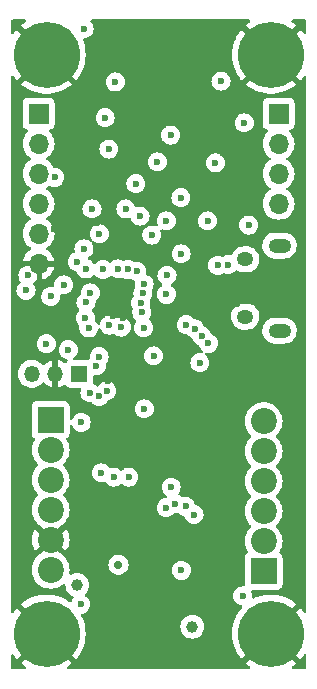
<source format=gbr>
%TF.GenerationSoftware,KiCad,Pcbnew,(7.0.0)*%
%TF.CreationDate,2023-12-17T22:30:30-08:00*%
%TF.ProjectId,Lyrav3,4c797261-7633-42e6-9b69-6361645f7063,rev?*%
%TF.SameCoordinates,Original*%
%TF.FileFunction,Copper,L2,Inr*%
%TF.FilePolarity,Positive*%
%FSLAX46Y46*%
G04 Gerber Fmt 4.6, Leading zero omitted, Abs format (unit mm)*
G04 Created by KiCad (PCBNEW (7.0.0)) date 2023-12-17 22:30:30*
%MOMM*%
%LPD*%
G01*
G04 APERTURE LIST*
%TA.AperFunction,ComponentPad*%
%ADD10C,5.600000*%
%TD*%
%TA.AperFunction,ComponentPad*%
%ADD11R,1.700000X1.700000*%
%TD*%
%TA.AperFunction,ComponentPad*%
%ADD12O,1.700000X1.700000*%
%TD*%
%TA.AperFunction,ComponentPad*%
%ADD13R,2.200000X2.200000*%
%TD*%
%TA.AperFunction,ComponentPad*%
%ADD14C,2.200000*%
%TD*%
%TA.AperFunction,ComponentPad*%
%ADD15R,1.350000X1.350000*%
%TD*%
%TA.AperFunction,ComponentPad*%
%ADD16O,1.350000X1.350000*%
%TD*%
%TA.AperFunction,ComponentPad*%
%ADD17O,1.400000X1.200000*%
%TD*%
%TA.AperFunction,ComponentPad*%
%ADD18O,1.900000X1.200000*%
%TD*%
%TA.AperFunction,ViaPad*%
%ADD19C,0.600000*%
%TD*%
%TA.AperFunction,ViaPad*%
%ADD20C,0.700000*%
%TD*%
%TA.AperFunction,ViaPad*%
%ADD21C,1.000000*%
%TD*%
G04 APERTURE END LIST*
D10*
%TO.N,GND*%
%TO.C,H3*%
X3000000Y3000000D03*
%TD*%
D11*
%TO.N,/BRKOUT1*%
%TO.C,J8*%
X22647999Y47015999D03*
D12*
%TO.N,/BRKOUT2*%
X22647999Y44475999D03*
%TO.N,/BRKOUT3*%
X22647999Y41935999D03*
%TO.N,/BRKOUT4*%
X22647999Y39395999D03*
%TD*%
D10*
%TO.N,GND*%
%TO.C,H1*%
X3000000Y52000000D03*
%TD*%
%TO.N,GND*%
%TO.C,H2*%
X22000000Y52000000D03*
%TD*%
%TO.N,GND*%
%TO.C,H4*%
X22000000Y3000000D03*
%TD*%
D13*
%TO.N,/P4-*%
%TO.C,J2*%
X3343999Y21107999D03*
D14*
%TO.N,+12P*%
X3344000Y18568000D03*
%TO.N,+12V*%
X3344000Y16028000D03*
%TO.N,+BATT*%
X3344000Y13488000D03*
%TO.N,GND*%
X3344000Y10948000D03*
%TO.N,+BATT*%
X3344000Y8408000D03*
%TD*%
D13*
%TO.N,+12P*%
%TO.C,J9*%
X21377999Y8280999D03*
D14*
%TO.N,/P1-*%
X21378000Y10821000D03*
%TO.N,+12P*%
X21378000Y13361000D03*
%TO.N,/P2-*%
X21378000Y15901000D03*
%TO.N,+12P*%
X21378000Y18441000D03*
%TO.N,/P3-*%
X21378000Y20981000D03*
%TD*%
D11*
%TO.N,/BRKOUT7*%
%TO.C,J6*%
X2327999Y47025999D03*
D12*
%TO.N,/BRKOUT6*%
X2327999Y44485999D03*
%TO.N,/BRKOUT5*%
X2327999Y41945999D03*
%TO.N,+12VA*%
X2327999Y39405999D03*
%TO.N,+3V3*%
X2327999Y36865999D03*
%TO.N,GND*%
X2327999Y34325999D03*
%TD*%
D15*
%TO.N,/SWCLK*%
%TO.C,J5*%
X5750399Y24994199D03*
D16*
%TO.N,GND*%
X3750399Y24994199D03*
%TO.N,/SWD*%
X1750399Y24994199D03*
%TD*%
D17*
%TO.N,unconnected-(J7-Shield-Pad6)*%
%TO.C,J7*%
X19826399Y29838599D03*
%TO.N,N/C*%
X19826399Y34678599D03*
D18*
X22726399Y35858599D03*
X22726399Y28658599D03*
%TD*%
D19*
%TO.N,/BATT SENSE *%
X6849200Y38964200D03*
X10913200Y38354600D03*
%TO.N,/SWD*%
X6718098Y31852200D03*
%TO.N,/SWCLK*%
X6341200Y31039400D03*
%TO.N,+1V1*%
X4451610Y32524436D03*
X13199200Y33325400D03*
X11156011Y31797270D03*
%TO.N,/QSPI_SS*%
X20108000Y37592600D03*
%TO.N,/I2C1 SDA*%
X13148400Y37948200D03*
X17493683Y34181260D03*
%TO.N,/I2C1 SCL*%
X18380800Y34239800D03*
%TO.N,/P1 EN *%
X5934800Y20879400D03*
X7222569Y25683528D03*
X8328977Y29122807D03*
%TO.N,/P2 EN *%
X9338400Y28956600D03*
X13554800Y15393000D03*
%TO.N,/QSPI_SS*%
X9948000Y16256600D03*
X16145600Y28194600D03*
%TO.N,/QSPI_SD1*%
X8678000Y16256600D03*
X15553968Y28796481D03*
%TO.N,/QSPI_SD2*%
X7649483Y16615120D03*
X14839587Y29155457D03*
%TO.N,/QSPI_SDO*%
X11218000Y28905800D03*
X6664728Y23385899D03*
%TO.N,/QSPI_SCLK*%
X11063903Y30195362D03*
X7457081Y23087491D03*
%TO.N,/QSPI_SD3*%
X8101908Y23560146D03*
X10964000Y30988598D03*
D20*
%TO.N,+12VA*%
X9084400Y8839800D03*
D19*
%TO.N,/P1 EN *%
X14418400Y8358200D03*
%TO.N,/I2C1 SCL*%
X14774000Y13767400D03*
%TO.N,/I2C1 SDA*%
X13859600Y13985500D03*
%TO.N,+3V3*%
X13130386Y13657702D03*
%TO.N,GND*%
X16806000Y11620800D03*
X14520000Y10008200D03*
%TO.N,+12V*%
X5884000Y5487000D03*
X19600000Y6198200D03*
D21*
%TO.N,+12P*%
X5599666Y7114130D03*
D19*
%TO.N,/BRKOUT5*%
X6341200Y33874100D03*
%TO.N,/BRKOUT6*%
X5596358Y34473600D03*
%TO.N,/BRKOUT7*%
X6166231Y35578405D03*
%TO.N,/BUZZER*%
X7763600Y33833400D03*
%TO.N,/BRKOUT1*%
X9032807Y33878600D03*
%TO.N,/BRKOUT2*%
X9862179Y33844330D03*
%TO.N,+3V3*%
X13148400Y31726899D03*
%TO.N,/BRKOUT3*%
X10643786Y33676116D03*
%TO.N,/BRKOUT4*%
X11268828Y32588772D03*
%TO.N,GND*%
X9846400Y44298200D03*
X9490800Y48355800D03*
%TO.N,/I2C1 SDA*%
X14373632Y39919655D03*
%TO.N,+3V3*%
X12386400Y42938800D03*
%TO.N,/I2C1 SDA*%
X9714200Y38954100D03*
X10557600Y41097800D03*
X13504000Y45212600D03*
%TO.N,GND*%
X9436414Y29750072D03*
X8663771Y29848836D03*
X9511379Y32594079D03*
X8740913Y32624300D03*
%TO.N,/LEDRED*%
X4836301Y27043568D03*
%TO.N,/LEDGREEN*%
X6578402Y28877600D03*
%TO.N,/LEDBLUE*%
X6281812Y29734355D03*
%TO.N,GND*%
X16298000Y18124000D03*
X14570800Y16535000D03*
%TO.N,+3V3*%
X15485200Y13083000D03*
X3366100Y31547400D03*
X2988400Y27540700D03*
%TO.N,GND*%
X2315500Y30887000D03*
%TO.N,Net-(D4-A)*%
X1261200Y32055400D03*
%TO.N,+3V3*%
X1420143Y33327525D03*
D21*
X15332800Y3582000D03*
D19*
%TO.N,GND*%
X11550500Y13689447D03*
X20452942Y23531658D03*
X5919094Y16084884D03*
D21*
X15172019Y5814975D03*
X10926555Y7804100D03*
X8170000Y11255100D03*
D19*
X8227176Y24349774D03*
%TO.N,+3V3*%
X11282911Y22026889D03*
%TO.N,GND*%
X14263520Y22586324D03*
%TO.N,Net-(D2-A)*%
X16709007Y27583325D03*
%TO.N,GND*%
X16755200Y24384600D03*
%TO.N,+3V3*%
X15981445Y25934000D03*
%TO.N,GND*%
X12996000Y27229400D03*
X19092000Y30887000D03*
X15257200Y30734600D03*
X15345800Y34392200D03*
X12065530Y38284848D03*
X7262885Y37788015D03*
X3659400Y37272287D03*
X7328500Y40132600D03*
%TO.N,+3V3*%
X8271600Y44025498D03*
X3684022Y41637156D03*
%TO.N,GND*%
X6241425Y43955746D03*
%TO.N,+3V3*%
X19740520Y46240480D03*
%TO.N,GND*%
X19904800Y47600200D03*
%TO.N,+3V3*%
X17771200Y49784600D03*
%TO.N,GND*%
X16145600Y49835400D03*
X12843600Y53620000D03*
%TO.N,+3V3*%
X6188800Y54204200D03*
X8830400Y49705100D03*
X7966800Y46685800D03*
%TO.N,GND*%
X12437200Y47041400D03*
%TO.N,+3V3*%
X17302789Y42848812D03*
%TO.N,GND*%
X15993200Y42786801D03*
%TO.N,+3V3*%
X16631500Y37948200D03*
%TO.N,GND*%
X18228400Y37999000D03*
%TO.N,+3V3*%
X7482866Y36847306D03*
X14396300Y35154200D03*
X11910157Y36744980D03*
X7452788Y26449168D03*
X12059500Y26518200D03*
%TD*%
%TA.AperFunction,Conductor*%
%TO.N,GND*%
G36*
X1199329Y54983110D02*
G01*
X1244654Y54938274D01*
X1261710Y54876843D01*
X1245988Y54815057D01*
X1201645Y54769249D01*
X1148234Y54737114D01*
X1142694Y54733358D01*
X863149Y54520854D01*
X859159Y54517464D01*
X852329Y54506229D01*
X859001Y54494552D01*
X5491409Y49862144D01*
X5503334Y49855473D01*
X5514679Y49863090D01*
X5628792Y49997434D01*
X5632852Y50002775D01*
X5829897Y50293394D01*
X5833350Y50299132D01*
X5997830Y50609374D01*
X6000639Y50615448D01*
X6130603Y50941632D01*
X6132748Y50947999D01*
X6226682Y51286316D01*
X6228125Y51292870D01*
X6284930Y51639370D01*
X6285656Y51646042D01*
X6304665Y51996643D01*
X18695335Y51996643D01*
X18714343Y51646042D01*
X18715069Y51639370D01*
X18771874Y51292870D01*
X18773317Y51286316D01*
X18867251Y50947999D01*
X18869396Y50941632D01*
X18999360Y50615448D01*
X19002169Y50609374D01*
X19166649Y50299132D01*
X19170102Y50293394D01*
X19367147Y50002775D01*
X19371207Y49997434D01*
X19485320Y49863090D01*
X19496664Y49855473D01*
X19508590Y49862145D01*
X21634904Y51988458D01*
X21641568Y52000000D01*
X21634904Y52011543D01*
X19508590Y54137857D01*
X19496664Y54144529D01*
X19485320Y54136912D01*
X19371207Y54002567D01*
X19367147Y53997226D01*
X19170102Y53706607D01*
X19166649Y53700869D01*
X19002169Y53390627D01*
X18999360Y53384553D01*
X18869396Y53058369D01*
X18867251Y53052002D01*
X18773317Y52713685D01*
X18771874Y52707131D01*
X18715069Y52360631D01*
X18714343Y52353959D01*
X18695335Y52003357D01*
X18695335Y51996643D01*
X6304665Y51996643D01*
X6304665Y52003357D01*
X6285656Y52353959D01*
X6284930Y52360631D01*
X6228125Y52707131D01*
X6226682Y52713685D01*
X6132748Y53052002D01*
X6130603Y53058369D01*
X6062411Y53229518D01*
X6054331Y53288822D01*
X6074970Y53345002D01*
X6119521Y53384970D01*
X6177604Y53399415D01*
X6181877Y53399415D01*
X6188800Y53398635D01*
X6368055Y53418832D01*
X6538322Y53478411D01*
X6691062Y53574384D01*
X6818616Y53701938D01*
X6914589Y53854678D01*
X6974168Y54024945D01*
X6994365Y54204200D01*
X6974168Y54383455D01*
X6914589Y54553722D01*
X6818616Y54706462D01*
X6737259Y54787820D01*
X6707009Y54837182D01*
X6702467Y54894898D01*
X6724622Y54948385D01*
X6768645Y54985985D01*
X6824940Y54999500D01*
X20137717Y54999500D01*
X20199329Y54983110D01*
X20244654Y54938274D01*
X20261710Y54876843D01*
X20245988Y54815057D01*
X20201645Y54769249D01*
X20148234Y54737114D01*
X20142694Y54733358D01*
X19863149Y54520854D01*
X19859159Y54517464D01*
X19852329Y54506229D01*
X19859001Y54494552D01*
X21988457Y52365096D01*
X22000000Y52358432D01*
X22011542Y52365096D01*
X24140998Y54494553D01*
X24147669Y54506228D01*
X24140839Y54517464D01*
X24136842Y54520859D01*
X23857305Y54733358D01*
X23851765Y54737114D01*
X23798355Y54769249D01*
X23754012Y54815057D01*
X23738290Y54876843D01*
X23755346Y54938274D01*
X23800671Y54983110D01*
X23862283Y54999500D01*
X24875500Y54999500D01*
X24937500Y54982887D01*
X24982887Y54937500D01*
X24999500Y54875500D01*
X24999500Y53860307D01*
X24983771Y53799865D01*
X24940576Y53754755D01*
X24880872Y53736423D01*
X24819805Y53749519D01*
X24772867Y53790720D01*
X24632852Y53997226D01*
X24628792Y54002567D01*
X24514678Y54136912D01*
X24503334Y54144529D01*
X24491408Y54137857D01*
X22365095Y52011543D01*
X22358431Y52000000D01*
X22365095Y51988458D01*
X24491409Y49862144D01*
X24503334Y49855473D01*
X24514679Y49863090D01*
X24628792Y49997434D01*
X24632852Y50002775D01*
X24772867Y50209280D01*
X24819805Y50250481D01*
X24880872Y50263577D01*
X24940576Y50245245D01*
X24983771Y50200135D01*
X24999500Y50139693D01*
X24999500Y4860307D01*
X24983771Y4799865D01*
X24940576Y4754755D01*
X24880872Y4736423D01*
X24819805Y4749519D01*
X24772867Y4790720D01*
X24632852Y4997226D01*
X24628792Y5002567D01*
X24514678Y5136912D01*
X24503334Y5144529D01*
X24491408Y5137857D01*
X22365095Y3011543D01*
X22358431Y3000001D01*
X22365095Y2988458D01*
X24491409Y862144D01*
X24503334Y855473D01*
X24514679Y863090D01*
X24628792Y997434D01*
X24632852Y1002775D01*
X24772867Y1209280D01*
X24819805Y1250481D01*
X24880872Y1263577D01*
X24940576Y1245245D01*
X24983771Y1200135D01*
X24999500Y1139693D01*
X24999500Y124500D01*
X24982887Y62500D01*
X24937500Y17113D01*
X24875500Y500D01*
X23862283Y500D01*
X23800671Y16890D01*
X23755346Y61726D01*
X23738290Y123157D01*
X23754012Y184943D01*
X23798355Y230751D01*
X23851765Y262887D01*
X23857305Y266643D01*
X24136846Y479144D01*
X24140841Y482538D01*
X24147669Y493772D01*
X24140996Y505451D01*
X22011542Y2634905D01*
X21999999Y2641569D01*
X21988457Y2634905D01*
X19859000Y505449D01*
X19852329Y493774D01*
X19859159Y482538D01*
X19863157Y479142D01*
X20142694Y266643D01*
X20148234Y262887D01*
X20201645Y230751D01*
X20245988Y184943D01*
X20261710Y123157D01*
X20244654Y61726D01*
X20199329Y16890D01*
X20137717Y500D01*
X4862283Y500D01*
X4800671Y16890D01*
X4755346Y61726D01*
X4738290Y123157D01*
X4754012Y184943D01*
X4798355Y230751D01*
X4851765Y262887D01*
X4857305Y266643D01*
X5136846Y479144D01*
X5140841Y482538D01*
X5147669Y493772D01*
X5140996Y505451D01*
X3011542Y2634905D01*
X2999999Y2641569D01*
X2988457Y2634905D01*
X859000Y505449D01*
X852329Y493774D01*
X859159Y482538D01*
X863157Y479142D01*
X1142694Y266643D01*
X1148234Y262887D01*
X1201645Y230751D01*
X1245988Y184943D01*
X1261710Y123157D01*
X1244654Y61726D01*
X1199329Y16890D01*
X1137717Y500D01*
X124500Y500D01*
X62500Y17113D01*
X17113Y62500D01*
X500Y124500D01*
X500Y1139693D01*
X16229Y1200135D01*
X59424Y1245245D01*
X119128Y1263577D01*
X180195Y1250481D01*
X227133Y1209280D01*
X367147Y1002775D01*
X371207Y997434D01*
X485320Y863090D01*
X496664Y855473D01*
X508590Y862145D01*
X2634904Y2988458D01*
X2641568Y3000000D01*
X2634904Y3011543D01*
X508590Y5137857D01*
X496664Y5144529D01*
X485320Y5136912D01*
X371207Y5002567D01*
X367147Y4997226D01*
X227133Y4790720D01*
X180195Y4749519D01*
X119128Y4736423D01*
X59424Y4754755D01*
X16229Y4799865D01*
X500Y4860307D01*
X500Y5506229D01*
X852329Y5506229D01*
X859001Y5494552D01*
X5491409Y862144D01*
X5503334Y855473D01*
X5514679Y863090D01*
X5628792Y997434D01*
X5632852Y1002775D01*
X5829897Y1293394D01*
X5833350Y1299132D01*
X5997830Y1609374D01*
X6000639Y1615448D01*
X6130603Y1941632D01*
X6132748Y1947999D01*
X6226682Y2286316D01*
X6228125Y2292870D01*
X6284930Y2639370D01*
X6285656Y2646042D01*
X6304665Y2996643D01*
X6304665Y3003357D01*
X6285656Y3353959D01*
X6284930Y3360631D01*
X6248639Y3582000D01*
X14327459Y3582000D01*
X14328056Y3575938D01*
X14346178Y3391933D01*
X14346179Y3391927D01*
X14346776Y3385868D01*
X14348543Y3380043D01*
X14348544Y3380038D01*
X14402218Y3203101D01*
X14403986Y3197273D01*
X14406855Y3191905D01*
X14406857Y3191901D01*
X14494015Y3028839D01*
X14494019Y3028833D01*
X14496890Y3023462D01*
X14621917Y2871117D01*
X14774262Y2746090D01*
X14779634Y2743219D01*
X14779638Y2743216D01*
X14921639Y2667316D01*
X14948073Y2653186D01*
X15136668Y2595976D01*
X15332800Y2576659D01*
X15528932Y2595976D01*
X15717527Y2653186D01*
X15891338Y2746090D01*
X16043683Y2871117D01*
X16146700Y2996643D01*
X18695335Y2996643D01*
X18714343Y2646042D01*
X18715069Y2639370D01*
X18771874Y2292870D01*
X18773317Y2286316D01*
X18867251Y1947999D01*
X18869396Y1941632D01*
X18999360Y1615448D01*
X19002169Y1609374D01*
X19166649Y1299132D01*
X19170102Y1293394D01*
X19367147Y1002775D01*
X19371207Y997434D01*
X19485320Y863090D01*
X19496664Y855473D01*
X19508590Y862145D01*
X22000000Y3353553D01*
X24140998Y5494553D01*
X24147669Y5506228D01*
X24140839Y5517464D01*
X24136842Y5520859D01*
X23857305Y5733358D01*
X23851759Y5737118D01*
X23550900Y5918138D01*
X23544961Y5921286D01*
X23226304Y6068713D01*
X23220062Y6071200D01*
X22887315Y6183316D01*
X22880870Y6185105D01*
X22537946Y6260589D01*
X22531322Y6261675D01*
X22182259Y6299637D01*
X22175563Y6300000D01*
X21824437Y6300000D01*
X21817740Y6299637D01*
X21468677Y6261675D01*
X21462053Y6260589D01*
X21119129Y6185105D01*
X21112684Y6183316D01*
X20779937Y6071200D01*
X20773710Y6068719D01*
X20569881Y5974418D01*
X20505959Y5963526D01*
X20445279Y5986387D01*
X20404435Y6036750D01*
X20394595Y6100842D01*
X20394958Y6104058D01*
X20405565Y6198200D01*
X20385368Y6377455D01*
X20337048Y6515546D01*
X20331308Y6573835D01*
X20352960Y6628256D01*
X20397176Y6666668D01*
X20454090Y6680501D01*
X22522561Y6680501D01*
X22525872Y6680501D01*
X22585483Y6686909D01*
X22720331Y6737204D01*
X22835546Y6823454D01*
X22921796Y6938669D01*
X22972091Y7073517D01*
X22978500Y7133127D01*
X22978499Y9428872D01*
X22972091Y9488483D01*
X22921796Y9623331D01*
X22835546Y9738546D01*
X22828447Y9743860D01*
X22758895Y9795927D01*
X22720782Y9842879D01*
X22709408Y9902274D01*
X22727478Y9959982D01*
X22808466Y10092141D01*
X22904873Y10324889D01*
X22963683Y10569852D01*
X22983449Y10821000D01*
X22963683Y11072148D01*
X22904873Y11317111D01*
X22808466Y11549859D01*
X22676836Y11764659D01*
X22576212Y11882474D01*
X22516386Y11952522D01*
X22516384Y11952524D01*
X22513224Y11956224D01*
X22465816Y11996714D01*
X22433742Y12039086D01*
X22422351Y12091000D01*
X22433742Y12142914D01*
X22465816Y12185287D01*
X22513224Y12225776D01*
X22676836Y12417341D01*
X22808466Y12632141D01*
X22904873Y12864889D01*
X22963683Y13109852D01*
X22983449Y13361000D01*
X22963683Y13612148D01*
X22904873Y13857111D01*
X22808466Y14089859D01*
X22730640Y14216859D01*
X22679382Y14300505D01*
X22679379Y14300509D01*
X22676836Y14304659D01*
X22607544Y14385789D01*
X22516386Y14492522D01*
X22516384Y14492524D01*
X22513224Y14496224D01*
X22465816Y14536714D01*
X22433742Y14579086D01*
X22422351Y14631000D01*
X22433742Y14682914D01*
X22465816Y14725287D01*
X22513224Y14765776D01*
X22676836Y14957341D01*
X22808466Y15172141D01*
X22904873Y15404889D01*
X22963683Y15649852D01*
X22983449Y15901000D01*
X22963683Y16152148D01*
X22904873Y16397111D01*
X22808466Y16629859D01*
X22729413Y16758862D01*
X22679382Y16840505D01*
X22679379Y16840509D01*
X22676836Y16844659D01*
X22638005Y16890124D01*
X22516386Y17032522D01*
X22516384Y17032524D01*
X22513224Y17036224D01*
X22465816Y17076714D01*
X22433742Y17119086D01*
X22422351Y17171000D01*
X22433742Y17222914D01*
X22465816Y17265287D01*
X22513224Y17305776D01*
X22676836Y17497341D01*
X22808466Y17712141D01*
X22904873Y17944889D01*
X22963683Y18189852D01*
X22983449Y18441000D01*
X22963683Y18692148D01*
X22904873Y18937111D01*
X22808466Y19169859D01*
X22728097Y19301009D01*
X22679382Y19380505D01*
X22679379Y19380509D01*
X22676836Y19384659D01*
X22513224Y19576224D01*
X22465820Y19616711D01*
X22433742Y19659088D01*
X22422352Y19711003D01*
X22433743Y19762917D01*
X22465821Y19805291D01*
X22513224Y19845776D01*
X22676836Y20037341D01*
X22808466Y20252141D01*
X22904873Y20484889D01*
X22963683Y20729852D01*
X22983449Y20981000D01*
X22963683Y21232148D01*
X22904873Y21477111D01*
X22808466Y21709859D01*
X22676836Y21924659D01*
X22513224Y22116224D01*
X22416044Y22199224D01*
X22325363Y22276673D01*
X22325358Y22276676D01*
X22321659Y22279836D01*
X22317511Y22282378D01*
X22317504Y22282383D01*
X22111017Y22408918D01*
X22111016Y22408919D01*
X22106859Y22411466D01*
X21874111Y22507873D01*
X21869382Y22509009D01*
X21869374Y22509011D01*
X21633881Y22565547D01*
X21633877Y22565548D01*
X21629148Y22566683D01*
X21624295Y22567065D01*
X21382854Y22586067D01*
X21378000Y22586449D01*
X21373146Y22586067D01*
X21131704Y22567065D01*
X21131702Y22567065D01*
X21126852Y22566683D01*
X21122124Y22565549D01*
X21122118Y22565547D01*
X20886625Y22509011D01*
X20886613Y22509008D01*
X20881889Y22507873D01*
X20877392Y22506011D01*
X20877388Y22506009D01*
X20653645Y22413332D01*
X20653640Y22413330D01*
X20649141Y22411466D01*
X20644988Y22408922D01*
X20644982Y22408918D01*
X20438495Y22282383D01*
X20438482Y22282374D01*
X20434341Y22279836D01*
X20430646Y22276681D01*
X20430636Y22276673D01*
X20246476Y22119385D01*
X20246469Y22119379D01*
X20242776Y22116224D01*
X20239621Y22112531D01*
X20239615Y22112524D01*
X20082327Y21928364D01*
X20082319Y21928354D01*
X20079164Y21924659D01*
X20076626Y21920518D01*
X20076617Y21920505D01*
X19950082Y21714018D01*
X19950078Y21714012D01*
X19947534Y21709859D01*
X19945670Y21705360D01*
X19945668Y21705355D01*
X19868767Y21519699D01*
X19851127Y21477111D01*
X19849992Y21472387D01*
X19849989Y21472375D01*
X19793453Y21236882D01*
X19793451Y21236876D01*
X19792317Y21232148D01*
X19791935Y21227298D01*
X19791935Y21227296D01*
X19781215Y21091085D01*
X19772551Y20981000D01*
X19792317Y20729852D01*
X19793452Y20725123D01*
X19793453Y20725119D01*
X19849989Y20489626D01*
X19849991Y20489618D01*
X19851127Y20484889D01*
X19947534Y20252141D01*
X19950081Y20247984D01*
X19950082Y20247983D01*
X20076617Y20041496D01*
X20076622Y20041489D01*
X20079164Y20037341D01*
X20082324Y20033642D01*
X20082327Y20033637D01*
X20196023Y19900517D01*
X20242776Y19845776D01*
X20246476Y19842616D01*
X20246478Y19842614D01*
X20290179Y19805289D01*
X20322256Y19762913D01*
X20333646Y19711000D01*
X20322256Y19659087D01*
X20290179Y19616711D01*
X20246478Y19579387D01*
X20246469Y19579379D01*
X20242776Y19576224D01*
X20239621Y19572531D01*
X20239615Y19572524D01*
X20082327Y19388364D01*
X20082319Y19388354D01*
X20079164Y19384659D01*
X20076626Y19380518D01*
X20076617Y19380505D01*
X19950082Y19174018D01*
X19950078Y19174012D01*
X19947534Y19169859D01*
X19851127Y18937111D01*
X19849992Y18932387D01*
X19849989Y18932375D01*
X19793453Y18696882D01*
X19793451Y18696876D01*
X19792317Y18692148D01*
X19772551Y18441000D01*
X19792317Y18189852D01*
X19793452Y18185123D01*
X19793453Y18185119D01*
X19849989Y17949626D01*
X19849991Y17949618D01*
X19851127Y17944889D01*
X19947534Y17712141D01*
X19950081Y17707984D01*
X19950082Y17707983D01*
X20076617Y17501496D01*
X20076622Y17501489D01*
X20079164Y17497341D01*
X20082324Y17493642D01*
X20082327Y17493637D01*
X20239613Y17309479D01*
X20242776Y17305776D01*
X20246476Y17302616D01*
X20246478Y17302614D01*
X20290179Y17265289D01*
X20322256Y17222913D01*
X20333646Y17171000D01*
X20322256Y17119087D01*
X20290179Y17076711D01*
X20246478Y17039387D01*
X20246469Y17039379D01*
X20242776Y17036224D01*
X20239621Y17032531D01*
X20239615Y17032524D01*
X20082327Y16848364D01*
X20082319Y16848354D01*
X20079164Y16844659D01*
X20076626Y16840518D01*
X20076617Y16840505D01*
X19950082Y16634018D01*
X19950078Y16634012D01*
X19947534Y16629859D01*
X19945670Y16625360D01*
X19945668Y16625355D01*
X19867179Y16435865D01*
X19851127Y16397111D01*
X19849992Y16392387D01*
X19849989Y16392375D01*
X19793453Y16156882D01*
X19793451Y16156876D01*
X19792317Y16152148D01*
X19791935Y16147298D01*
X19791935Y16147296D01*
X19786430Y16077345D01*
X19772551Y15901000D01*
X19772933Y15896146D01*
X19788060Y15703935D01*
X19792317Y15649852D01*
X19793452Y15645123D01*
X19793453Y15645119D01*
X19849989Y15409626D01*
X19849991Y15409618D01*
X19851127Y15404889D01*
X19947534Y15172141D01*
X19950081Y15167984D01*
X19950082Y15167983D01*
X20076617Y14961496D01*
X20076622Y14961489D01*
X20079164Y14957341D01*
X20082324Y14953642D01*
X20082327Y14953637D01*
X20205079Y14809913D01*
X20242776Y14765776D01*
X20246476Y14762616D01*
X20246478Y14762614D01*
X20290179Y14725289D01*
X20322256Y14682913D01*
X20333646Y14631000D01*
X20322256Y14579087D01*
X20290179Y14536711D01*
X20246478Y14499387D01*
X20246469Y14499379D01*
X20242776Y14496224D01*
X20239621Y14492531D01*
X20239615Y14492524D01*
X20082327Y14308364D01*
X20082319Y14308354D01*
X20079164Y14304659D01*
X20076626Y14300518D01*
X20076617Y14300505D01*
X19950082Y14094018D01*
X19950078Y14094012D01*
X19947534Y14089859D01*
X19945670Y14085360D01*
X19945668Y14085355D01*
X19854838Y13866070D01*
X19851127Y13857111D01*
X19849992Y13852387D01*
X19849989Y13852375D01*
X19793453Y13616882D01*
X19793451Y13616876D01*
X19792317Y13612148D01*
X19772551Y13361000D01*
X19772933Y13356146D01*
X19789527Y13145295D01*
X19792317Y13109852D01*
X19793452Y13105123D01*
X19793453Y13105119D01*
X19849989Y12869626D01*
X19849991Y12869618D01*
X19851127Y12864889D01*
X19947534Y12632141D01*
X19950081Y12627984D01*
X19950082Y12627983D01*
X20076617Y12421496D01*
X20076622Y12421489D01*
X20079164Y12417341D01*
X20082324Y12413642D01*
X20082327Y12413637D01*
X20181405Y12297632D01*
X20242776Y12225776D01*
X20246476Y12222616D01*
X20246478Y12222614D01*
X20290179Y12185289D01*
X20322256Y12142913D01*
X20333646Y12091000D01*
X20322256Y12039087D01*
X20290179Y11996711D01*
X20246478Y11959387D01*
X20246469Y11959379D01*
X20242776Y11956224D01*
X20239621Y11952531D01*
X20239615Y11952524D01*
X20082327Y11768364D01*
X20082319Y11768354D01*
X20079164Y11764659D01*
X20076626Y11760518D01*
X20076617Y11760505D01*
X19950082Y11554018D01*
X19950078Y11554012D01*
X19947534Y11549859D01*
X19851127Y11317111D01*
X19849992Y11312387D01*
X19849989Y11312375D01*
X19793453Y11076882D01*
X19793451Y11076876D01*
X19792317Y11072148D01*
X19772551Y10821000D01*
X19792317Y10569852D01*
X19793452Y10565123D01*
X19793453Y10565119D01*
X19849989Y10329626D01*
X19849991Y10329618D01*
X19851127Y10324889D01*
X19947534Y10092141D01*
X19950081Y10087984D01*
X19950082Y10087983D01*
X20028520Y9959984D01*
X20046591Y9902274D01*
X20035217Y9842879D01*
X19997105Y9795928D01*
X19927551Y9743860D01*
X19927546Y9743856D01*
X19920454Y9738546D01*
X19915144Y9731454D01*
X19915141Y9731450D01*
X19839519Y9630432D01*
X19839516Y9630428D01*
X19834204Y9623331D01*
X19831104Y9615022D01*
X19831104Y9615020D01*
X19786620Y9495753D01*
X19786619Y9495750D01*
X19783909Y9488483D01*
X19783079Y9480773D01*
X19783079Y9480768D01*
X19777855Y9432181D01*
X19777854Y9432169D01*
X19777500Y9428873D01*
X19777500Y9425552D01*
X19777500Y9425551D01*
X19777500Y7136447D01*
X19777500Y7136429D01*
X19777501Y7133128D01*
X19777854Y7129842D01*
X19777895Y7129083D01*
X19769196Y7076388D01*
X19739141Y7032239D01*
X19693304Y7004827D01*
X19640189Y6999237D01*
X19606923Y7002985D01*
X19600000Y7003765D01*
X19593077Y7002985D01*
X19427665Y6984348D01*
X19427662Y6984348D01*
X19420745Y6983568D01*
X19414182Y6981272D01*
X19414175Y6981270D01*
X19257043Y6926287D01*
X19257036Y6926285D01*
X19250478Y6923989D01*
X19244590Y6920290D01*
X19244587Y6920288D01*
X19103638Y6831724D01*
X19103633Y6831721D01*
X19097738Y6828016D01*
X19092813Y6823092D01*
X19092809Y6823088D01*
X18975112Y6705391D01*
X18975108Y6705387D01*
X18970184Y6700462D01*
X18966479Y6694567D01*
X18966476Y6694562D01*
X18877912Y6553613D01*
X18877910Y6553610D01*
X18874211Y6547722D01*
X18871915Y6541164D01*
X18871913Y6541157D01*
X18816930Y6384025D01*
X18816928Y6384018D01*
X18814632Y6377455D01*
X18794435Y6198200D01*
X18795215Y6191278D01*
X18795215Y6191277D01*
X18811449Y6047190D01*
X18814632Y6018945D01*
X18816928Y6012381D01*
X18816930Y6012376D01*
X18871913Y5855244D01*
X18874211Y5848678D01*
X18970184Y5695938D01*
X19097738Y5568384D01*
X19250478Y5472411D01*
X19420745Y5412832D01*
X19462245Y5408157D01*
X19523686Y5383435D01*
X19563640Y5330612D01*
X19570706Y5264758D01*
X19542867Y5204661D01*
X19371207Y5002567D01*
X19367147Y4997226D01*
X19170102Y4706607D01*
X19166649Y4700869D01*
X19002169Y4390627D01*
X18999360Y4384553D01*
X18869396Y4058369D01*
X18867251Y4052002D01*
X18773317Y3713685D01*
X18771874Y3707131D01*
X18715069Y3360631D01*
X18714343Y3353959D01*
X18695335Y3003357D01*
X18695335Y2996643D01*
X16146700Y2996643D01*
X16168710Y3023462D01*
X16261614Y3197273D01*
X16318824Y3385868D01*
X16338141Y3582000D01*
X16318824Y3778132D01*
X16261614Y3966727D01*
X16168710Y4140538D01*
X16043683Y4292883D01*
X15891338Y4417910D01*
X15885967Y4420781D01*
X15885961Y4420785D01*
X15722899Y4507943D01*
X15722895Y4507945D01*
X15717527Y4510814D01*
X15699660Y4516234D01*
X15534762Y4566256D01*
X15534757Y4566257D01*
X15528932Y4568024D01*
X15522873Y4568621D01*
X15522867Y4568622D01*
X15338862Y4586744D01*
X15332800Y4587341D01*
X15326738Y4586744D01*
X15142732Y4568622D01*
X15142724Y4568621D01*
X15136668Y4568024D01*
X15130844Y4566258D01*
X15130837Y4566256D01*
X14953900Y4512582D01*
X14953896Y4512581D01*
X14948073Y4510814D01*
X14942707Y4507947D01*
X14942700Y4507943D01*
X14779638Y4420785D01*
X14779627Y4420778D01*
X14774262Y4417910D01*
X14769554Y4414047D01*
X14769549Y4414043D01*
X14626623Y4296746D01*
X14626618Y4296742D01*
X14621917Y4292883D01*
X14618058Y4288182D01*
X14618054Y4288177D01*
X14500757Y4145251D01*
X14500753Y4145246D01*
X14496890Y4140538D01*
X14494022Y4135173D01*
X14494015Y4135162D01*
X14406857Y3972100D01*
X14406853Y3972093D01*
X14403986Y3966727D01*
X14402219Y3960904D01*
X14402218Y3960900D01*
X14348544Y3783963D01*
X14348542Y3783956D01*
X14346776Y3778132D01*
X14346179Y3772076D01*
X14346178Y3772068D01*
X14339783Y3707131D01*
X14327459Y3582000D01*
X6248639Y3582000D01*
X6228125Y3707131D01*
X6226682Y3713685D01*
X6132748Y4052002D01*
X6130603Y4058369D01*
X6000639Y4384553D01*
X5997823Y4390642D01*
X5931238Y4516234D01*
X5916793Y4574197D01*
X5931125Y4632188D01*
X5970908Y4676748D01*
X6026909Y4697537D01*
X6063255Y4701632D01*
X6233522Y4761211D01*
X6386262Y4857184D01*
X6513816Y4984738D01*
X6609789Y5137478D01*
X6669368Y5307745D01*
X6689565Y5487000D01*
X6669368Y5666255D01*
X6609789Y5836522D01*
X6513816Y5989262D01*
X6386262Y6116816D01*
X6380364Y6120522D01*
X6380359Y6120526D01*
X6291505Y6176357D01*
X6250896Y6217976D01*
X6233725Y6273531D01*
X6243767Y6330806D01*
X6278811Y6377201D01*
X6310549Y6403247D01*
X6435576Y6555592D01*
X6528480Y6729403D01*
X6585690Y6917998D01*
X6605007Y7114130D01*
X6585690Y7310262D01*
X6528480Y7498857D01*
X6435576Y7672668D01*
X6310549Y7825013D01*
X6158204Y7950040D01*
X6152833Y7952911D01*
X6152827Y7952915D01*
X5989765Y8040073D01*
X5989761Y8040075D01*
X5984393Y8042944D01*
X5917510Y8063233D01*
X5801628Y8098386D01*
X5801623Y8098387D01*
X5795798Y8100154D01*
X5789739Y8100751D01*
X5789733Y8100752D01*
X5605728Y8118874D01*
X5599666Y8119471D01*
X5593604Y8118874D01*
X5409598Y8100752D01*
X5409590Y8100751D01*
X5403534Y8100154D01*
X5397710Y8098388D01*
X5397703Y8098386D01*
X5220766Y8044712D01*
X5220762Y8044711D01*
X5214939Y8042944D01*
X5209571Y8040076D01*
X5209569Y8040074D01*
X5099789Y7981396D01*
X5045230Y7966816D01*
X4989864Y7977943D01*
X4945174Y8012469D01*
X4920430Y8063233D01*
X4920763Y8119702D01*
X4929683Y8156852D01*
X4949449Y8408000D01*
X4929683Y8659148D01*
X4886313Y8839800D01*
X8229215Y8839800D01*
X8229894Y8833340D01*
X8247223Y8668459D01*
X8247224Y8668452D01*
X8247903Y8661997D01*
X8249910Y8655818D01*
X8249911Y8655817D01*
X8286234Y8544025D01*
X8303150Y8491965D01*
X8306397Y8486341D01*
X8306398Y8486339D01*
X8354429Y8403146D01*
X8392541Y8337135D01*
X8512170Y8204274D01*
X8656807Y8099188D01*
X8820133Y8026471D01*
X8826491Y8025120D01*
X8826493Y8025119D01*
X8862085Y8017554D01*
X8995009Y7989300D01*
X9167288Y7989300D01*
X9173791Y7989300D01*
X9348667Y8026471D01*
X9511993Y8099188D01*
X9656630Y8204274D01*
X9776259Y8337135D01*
X9788421Y8358200D01*
X13612835Y8358200D01*
X13633032Y8178945D01*
X13635328Y8172381D01*
X13635330Y8172376D01*
X13686858Y8025119D01*
X13692611Y8008678D01*
X13788584Y7855938D01*
X13916138Y7728384D01*
X14068878Y7632411D01*
X14239145Y7572832D01*
X14418400Y7552635D01*
X14597655Y7572832D01*
X14767922Y7632411D01*
X14920662Y7728384D01*
X15048216Y7855938D01*
X15144189Y8008678D01*
X15203768Y8178945D01*
X15223965Y8358200D01*
X15203768Y8537455D01*
X15144189Y8707722D01*
X15048216Y8860462D01*
X14920662Y8988016D01*
X14767922Y9083989D01*
X14761359Y9086286D01*
X14761356Y9086287D01*
X14604224Y9141270D01*
X14604219Y9141272D01*
X14597655Y9143568D01*
X14590735Y9144348D01*
X14590734Y9144348D01*
X14425323Y9162985D01*
X14418400Y9163765D01*
X14411477Y9162985D01*
X14246065Y9144348D01*
X14246062Y9144348D01*
X14239145Y9143568D01*
X14232582Y9141272D01*
X14232575Y9141270D01*
X14075443Y9086287D01*
X14075436Y9086285D01*
X14068878Y9083989D01*
X14062990Y9080290D01*
X14062987Y9080288D01*
X13922038Y8991724D01*
X13922033Y8991721D01*
X13916138Y8988016D01*
X13911213Y8983092D01*
X13911209Y8983088D01*
X13793512Y8865391D01*
X13793508Y8865387D01*
X13788584Y8860462D01*
X13784879Y8854567D01*
X13784876Y8854562D01*
X13696312Y8713613D01*
X13696310Y8713610D01*
X13692611Y8707722D01*
X13690315Y8701164D01*
X13690313Y8701157D01*
X13635330Y8544025D01*
X13635328Y8544018D01*
X13633032Y8537455D01*
X13632252Y8530538D01*
X13632252Y8530535D01*
X13618993Y8412854D01*
X13612835Y8358200D01*
X9788421Y8358200D01*
X9865650Y8491965D01*
X9920897Y8661997D01*
X9939585Y8839800D01*
X9920897Y9017603D01*
X9865650Y9187635D01*
X9776259Y9342465D01*
X9656630Y9475326D01*
X9568270Y9539524D01*
X9517247Y9576595D01*
X9517245Y9576597D01*
X9511993Y9580412D01*
X9415595Y9623331D01*
X9354605Y9650486D01*
X9354598Y9650489D01*
X9348667Y9653129D01*
X9342314Y9654480D01*
X9342306Y9654482D01*
X9180153Y9688948D01*
X9180150Y9688949D01*
X9173791Y9690300D01*
X8995009Y9690300D01*
X8988650Y9688949D01*
X8988646Y9688948D01*
X8826493Y9654482D01*
X8826482Y9654479D01*
X8820133Y9653129D01*
X8814204Y9650490D01*
X8814194Y9650486D01*
X8662742Y9583055D01*
X8662734Y9583051D01*
X8656808Y9580412D01*
X8651559Y9576599D01*
X8651553Y9576595D01*
X8517423Y9479144D01*
X8517414Y9479137D01*
X8512170Y9475326D01*
X8507826Y9470503D01*
X8507823Y9470499D01*
X8396887Y9347293D01*
X8396882Y9347287D01*
X8392541Y9342465D01*
X8389296Y9336845D01*
X8389292Y9336839D01*
X8306398Y9193262D01*
X8306395Y9193257D01*
X8303150Y9187635D01*
X8301144Y9181463D01*
X8301142Y9181457D01*
X8249911Y9023784D01*
X8247903Y9017603D01*
X8247224Y9011151D01*
X8247223Y9011142D01*
X8231905Y8865391D01*
X8229215Y8839800D01*
X4886313Y8839800D01*
X4870873Y8904111D01*
X4774466Y9136859D01*
X4651918Y9336839D01*
X4645382Y9347505D01*
X4645379Y9347509D01*
X4642836Y9351659D01*
X4532566Y9480768D01*
X4482384Y9539524D01*
X4479224Y9543224D01*
X4440152Y9576595D01*
X4291363Y9703673D01*
X4291358Y9703676D01*
X4287659Y9706836D01*
X4283511Y9709378D01*
X4283504Y9709383D01*
X4155416Y9787875D01*
X4132525Y9805921D01*
X3355542Y10582905D01*
X3344000Y10589569D01*
X3332457Y10582905D01*
X2555473Y9805921D01*
X2532583Y9787875D01*
X2404490Y9709379D01*
X2404485Y9709376D01*
X2400341Y9706836D01*
X2396646Y9703681D01*
X2396636Y9703673D01*
X2212476Y9546385D01*
X2212469Y9546379D01*
X2208776Y9543224D01*
X2205621Y9539531D01*
X2205615Y9539524D01*
X2048327Y9355364D01*
X2048319Y9355354D01*
X2045164Y9351659D01*
X2042626Y9347518D01*
X2042617Y9347505D01*
X1916082Y9141018D01*
X1916078Y9141012D01*
X1913534Y9136859D01*
X1911670Y9132360D01*
X1911668Y9132355D01*
X1853417Y8991724D01*
X1817127Y8904111D01*
X1815992Y8899387D01*
X1815989Y8899375D01*
X1759453Y8663882D01*
X1759451Y8663876D01*
X1758317Y8659148D01*
X1757935Y8654298D01*
X1757935Y8654296D01*
X1748739Y8537455D01*
X1738551Y8408000D01*
X1738933Y8403146D01*
X1756033Y8185866D01*
X1758317Y8156852D01*
X1759452Y8152123D01*
X1759453Y8152119D01*
X1815989Y7916626D01*
X1815991Y7916618D01*
X1817127Y7911889D01*
X1913534Y7679141D01*
X1916081Y7674984D01*
X1916082Y7674983D01*
X2042617Y7468496D01*
X2042622Y7468489D01*
X2045164Y7464341D01*
X2048324Y7460642D01*
X2048327Y7460637D01*
X2171780Y7316093D01*
X2208776Y7272776D01*
X2212476Y7269616D01*
X2394836Y7113865D01*
X2400341Y7109164D01*
X2404491Y7106621D01*
X2404495Y7106618D01*
X2445920Y7081233D01*
X2615141Y6977534D01*
X2847889Y6881127D01*
X3092852Y6822317D01*
X3344000Y6802551D01*
X3595148Y6822317D01*
X3840111Y6881127D01*
X4072859Y6977534D01*
X4287659Y7109164D01*
X4390391Y7196906D01*
X4453932Y7225446D01*
X4522836Y7215225D01*
X4575357Y7169468D01*
X4591629Y7113865D01*
X4594325Y7114130D01*
X4613044Y6924063D01*
X4613045Y6924057D01*
X4613642Y6917998D01*
X4615409Y6912173D01*
X4615410Y6912168D01*
X4669084Y6735231D01*
X4670852Y6729403D01*
X4673721Y6724035D01*
X4673723Y6724031D01*
X4760881Y6560969D01*
X4760885Y6560963D01*
X4763756Y6555592D01*
X4888783Y6403247D01*
X5041128Y6278220D01*
X5046500Y6275349D01*
X5046504Y6275346D01*
X5177883Y6205123D01*
X5211725Y6187034D01*
X5214939Y6185316D01*
X5214708Y6184886D01*
X5257033Y6154408D01*
X5283494Y6104058D01*
X5284691Y6047190D01*
X5260372Y5995771D01*
X5259107Y5994186D01*
X5254184Y5989262D01*
X5250483Y5983373D01*
X5250479Y5983367D01*
X5161912Y5842413D01*
X5161910Y5842410D01*
X5158211Y5836522D01*
X5155916Y5829965D01*
X5155909Y5829949D01*
X5122796Y5735316D01*
X5091464Y5686661D01*
X5041463Y5657524D01*
X4983685Y5654251D01*
X4930714Y5677555D01*
X4857314Y5733352D01*
X4851759Y5737118D01*
X4550900Y5918138D01*
X4544961Y5921286D01*
X4226304Y6068713D01*
X4220062Y6071200D01*
X3887315Y6183316D01*
X3880870Y6185105D01*
X3537946Y6260589D01*
X3531322Y6261675D01*
X3182259Y6299637D01*
X3175563Y6300000D01*
X2824437Y6300000D01*
X2817740Y6299637D01*
X2468677Y6261675D01*
X2462053Y6260589D01*
X2119129Y6185105D01*
X2112684Y6183316D01*
X1779937Y6071200D01*
X1773695Y6068713D01*
X1455038Y5921286D01*
X1449099Y5918138D01*
X1148240Y5737118D01*
X1142694Y5733358D01*
X863149Y5520854D01*
X859159Y5517464D01*
X852329Y5506229D01*
X500Y5506229D01*
X500Y10943146D01*
X1739434Y10943146D01*
X1758430Y10701784D01*
X1759948Y10692198D01*
X1816466Y10456781D01*
X1819468Y10447544D01*
X1912115Y10223874D01*
X1916529Y10215211D01*
X2040132Y10013509D01*
X2046478Y10009273D01*
X2058389Y10015945D01*
X2978903Y10936459D01*
X2985567Y10948001D01*
X3702431Y10948001D01*
X3709095Y10936458D01*
X4629614Y10015940D01*
X4641522Y10009268D01*
X4647856Y10013491D01*
X4771470Y10215211D01*
X4775884Y10223874D01*
X4868531Y10447544D01*
X4871533Y10456781D01*
X4928051Y10692198D01*
X4929569Y10701784D01*
X4948566Y10943146D01*
X4948566Y10952854D01*
X4929569Y11194217D01*
X4928051Y11203803D01*
X4871533Y11439220D01*
X4868531Y11448457D01*
X4775884Y11672127D01*
X4771470Y11680790D01*
X4647865Y11882496D01*
X4641520Y11886730D01*
X4629610Y11880058D01*
X3709095Y10959543D01*
X3702431Y10948001D01*
X2985567Y10948001D01*
X2978903Y10959544D01*
X2058394Y11880052D01*
X2046480Y11886724D01*
X2040121Y11882474D01*
X1916529Y11680790D01*
X1912115Y11672127D01*
X1819468Y11448457D01*
X1816466Y11439220D01*
X1759948Y11203803D01*
X1758430Y11194217D01*
X1739434Y10952854D01*
X1739434Y10943146D01*
X500Y10943146D01*
X500Y13488000D01*
X1738551Y13488000D01*
X1738933Y13483146D01*
X1752186Y13314746D01*
X1758317Y13236852D01*
X1759452Y13232123D01*
X1759453Y13232119D01*
X1815989Y12996626D01*
X1815991Y12996618D01*
X1817127Y12991889D01*
X1913534Y12759141D01*
X1916081Y12754984D01*
X1916082Y12754983D01*
X2042617Y12548496D01*
X2042622Y12548489D01*
X2045164Y12544341D01*
X2048324Y12540642D01*
X2048327Y12540637D01*
X2153632Y12417341D01*
X2208776Y12352776D01*
X2212476Y12349616D01*
X2396632Y12192331D01*
X2400341Y12189164D01*
X2404491Y12186621D01*
X2404495Y12186618D01*
X2532583Y12108126D01*
X2555474Y12090080D01*
X3332457Y11313097D01*
X3344000Y11306433D01*
X3355542Y11313097D01*
X4132522Y12090078D01*
X4155407Y12108121D01*
X4281339Y12185291D01*
X4283500Y12186615D01*
X4283503Y12186618D01*
X4287659Y12189164D01*
X4479224Y12352776D01*
X4642836Y12544341D01*
X4774466Y12759141D01*
X4870873Y12991889D01*
X4929683Y13236852D01*
X4949449Y13488000D01*
X4936093Y13657702D01*
X12324821Y13657702D01*
X12325601Y13650779D01*
X12343941Y13488000D01*
X12345018Y13478447D01*
X12347314Y13471883D01*
X12347316Y13471878D01*
X12402299Y13314746D01*
X12404597Y13308180D01*
X12500570Y13155440D01*
X12628124Y13027886D01*
X12780864Y12931913D01*
X12951131Y12872334D01*
X13130386Y12852137D01*
X13309641Y12872334D01*
X13479908Y12931913D01*
X13632648Y13027886D01*
X13750060Y13145299D01*
X13796782Y13174655D01*
X13845716Y13180169D01*
X13845716Y13180715D01*
X13850564Y13180715D01*
X13851620Y13180834D01*
X13852676Y13180715D01*
X13852678Y13180715D01*
X13859600Y13179935D01*
X14038855Y13200132D01*
X14045426Y13202432D01*
X14045429Y13202432D01*
X14091494Y13218551D01*
X14160042Y13222401D01*
X14220131Y13189191D01*
X14271738Y13137584D01*
X14424478Y13041611D01*
X14594745Y12982032D01*
X14601666Y12981253D01*
X14608450Y12979704D01*
X14607968Y12977596D01*
X14661627Y12955373D01*
X14701360Y12899378D01*
X14748854Y12763646D01*
X14759411Y12733478D01*
X14855384Y12580738D01*
X14982938Y12453184D01*
X15135678Y12357211D01*
X15305945Y12297632D01*
X15485200Y12277435D01*
X15664455Y12297632D01*
X15834722Y12357211D01*
X15987462Y12453184D01*
X16115016Y12580738D01*
X16210989Y12733478D01*
X16270568Y12903745D01*
X16290765Y13083000D01*
X16270568Y13262255D01*
X16210989Y13432522D01*
X16115016Y13585262D01*
X15987462Y13712816D01*
X15834722Y13808789D01*
X15828159Y13811086D01*
X15828156Y13811087D01*
X15671024Y13866070D01*
X15671019Y13866072D01*
X15664455Y13868368D01*
X15657536Y13869148D01*
X15650750Y13870696D01*
X15651230Y13872800D01*
X15597561Y13895036D01*
X15557839Y13951024D01*
X15546261Y13984111D01*
X15509259Y14089859D01*
X15502087Y14110355D01*
X15502086Y14110356D01*
X15499789Y14116922D01*
X15403816Y14269662D01*
X15276262Y14397216D01*
X15228057Y14427505D01*
X15129412Y14489488D01*
X15123522Y14493189D01*
X15116959Y14495486D01*
X15116956Y14495487D01*
X14959824Y14550470D01*
X14959819Y14550472D01*
X14953255Y14552768D01*
X14946335Y14553548D01*
X14946334Y14553548D01*
X14780923Y14572185D01*
X14774000Y14572965D01*
X14767077Y14572185D01*
X14601670Y14553549D01*
X14601663Y14553548D01*
X14594745Y14552768D01*
X14588176Y14550470D01*
X14588169Y14550468D01*
X14542100Y14534348D01*
X14473555Y14530500D01*
X14413468Y14563710D01*
X14366790Y14610388D01*
X14361862Y14615316D01*
X14214285Y14708045D01*
X14168536Y14759239D01*
X14157037Y14826927D01*
X14182662Y14888785D01*
X14184616Y14890738D01*
X14280589Y15043478D01*
X14340168Y15213745D01*
X14360365Y15393000D01*
X14340168Y15572255D01*
X14280589Y15742522D01*
X14184616Y15895262D01*
X14057062Y16022816D01*
X13904322Y16118789D01*
X13897759Y16121086D01*
X13897756Y16121087D01*
X13740624Y16176070D01*
X13740619Y16176072D01*
X13734055Y16178368D01*
X13727135Y16179148D01*
X13727134Y16179148D01*
X13561723Y16197785D01*
X13554800Y16198565D01*
X13547877Y16197785D01*
X13382465Y16179148D01*
X13382462Y16179148D01*
X13375545Y16178368D01*
X13368982Y16176072D01*
X13368975Y16176070D01*
X13211843Y16121087D01*
X13211836Y16121085D01*
X13205278Y16118789D01*
X13199390Y16115090D01*
X13199387Y16115088D01*
X13058438Y16026524D01*
X13058433Y16026521D01*
X13052538Y16022816D01*
X13047613Y16017892D01*
X13047609Y16017888D01*
X12929912Y15900191D01*
X12929908Y15900187D01*
X12924984Y15895262D01*
X12921279Y15889367D01*
X12921276Y15889362D01*
X12832712Y15748413D01*
X12832710Y15748410D01*
X12829011Y15742522D01*
X12826715Y15735964D01*
X12826713Y15735957D01*
X12771730Y15578825D01*
X12771728Y15578818D01*
X12769432Y15572255D01*
X12768652Y15565338D01*
X12768652Y15565335D01*
X12757962Y15470453D01*
X12749235Y15393000D01*
X12769432Y15213745D01*
X12771728Y15207181D01*
X12771730Y15207176D01*
X12826713Y15050044D01*
X12829011Y15043478D01*
X12832712Y15037588D01*
X12883134Y14957341D01*
X12924984Y14890738D01*
X13052538Y14763184D01*
X13169059Y14689969D01*
X13210934Y14646171D01*
X13227055Y14587759D01*
X13213571Y14528681D01*
X13173702Y14483048D01*
X13116970Y14461756D01*
X12958050Y14443850D01*
X12958046Y14443850D01*
X12951131Y14443070D01*
X12944568Y14440774D01*
X12944561Y14440772D01*
X12787429Y14385789D01*
X12787422Y14385787D01*
X12780864Y14383491D01*
X12774976Y14379792D01*
X12774973Y14379790D01*
X12634024Y14291226D01*
X12634019Y14291223D01*
X12628124Y14287518D01*
X12623199Y14282594D01*
X12623195Y14282590D01*
X12505498Y14164893D01*
X12505494Y14164889D01*
X12500570Y14159964D01*
X12496865Y14154069D01*
X12496862Y14154064D01*
X12408298Y14013115D01*
X12408296Y14013112D01*
X12404597Y14007224D01*
X12402301Y14000666D01*
X12402299Y14000659D01*
X12347316Y13843527D01*
X12347314Y13843520D01*
X12345018Y13836957D01*
X12344238Y13830040D01*
X12344238Y13830037D01*
X12325601Y13664625D01*
X12324821Y13657702D01*
X4936093Y13657702D01*
X4929683Y13739148D01*
X4870873Y13984111D01*
X4774466Y14216859D01*
X4713896Y14315700D01*
X4645382Y14427505D01*
X4645379Y14427509D01*
X4642836Y14431659D01*
X4623389Y14454428D01*
X4482386Y14619522D01*
X4482384Y14619524D01*
X4479224Y14623224D01*
X4431816Y14663714D01*
X4399742Y14706086D01*
X4388351Y14758000D01*
X4399742Y14809914D01*
X4431816Y14852287D01*
X4479224Y14892776D01*
X4642836Y15084341D01*
X4774466Y15299141D01*
X4870873Y15531889D01*
X4929683Y15776852D01*
X4949449Y16028000D01*
X4929683Y16279148D01*
X4870873Y16524111D01*
X4833176Y16615120D01*
X6843918Y16615120D01*
X6844698Y16608197D01*
X6845671Y16599557D01*
X6864115Y16435865D01*
X6866411Y16429301D01*
X6866413Y16429296D01*
X6920650Y16274296D01*
X6923694Y16265598D01*
X7019667Y16112858D01*
X7147221Y15985304D01*
X7299961Y15889331D01*
X7470228Y15829752D01*
X7649483Y15809555D01*
X7828738Y15829752D01*
X7876450Y15846448D01*
X7931286Y15852626D01*
X7983375Y15834400D01*
X8022396Y15795379D01*
X8037011Y15772119D01*
X8042999Y15762589D01*
X8048184Y15754338D01*
X8175738Y15626784D01*
X8328478Y15530811D01*
X8498745Y15471232D01*
X8678000Y15451035D01*
X8857255Y15471232D01*
X9027522Y15530811D01*
X9180262Y15626784D01*
X9225319Y15671841D01*
X9280906Y15703935D01*
X9345094Y15703935D01*
X9400681Y15671841D01*
X9445738Y15626784D01*
X9598478Y15530811D01*
X9768745Y15471232D01*
X9948000Y15451035D01*
X10127255Y15471232D01*
X10297522Y15530811D01*
X10450262Y15626784D01*
X10577816Y15754338D01*
X10673789Y15907078D01*
X10733368Y16077345D01*
X10753565Y16256600D01*
X10733368Y16435855D01*
X10673789Y16606122D01*
X10577816Y16758862D01*
X10450262Y16886416D01*
X10297522Y16982389D01*
X10290959Y16984686D01*
X10290956Y16984687D01*
X10133824Y17039670D01*
X10133819Y17039672D01*
X10127255Y17041968D01*
X10120335Y17042748D01*
X10120334Y17042748D01*
X9954923Y17061385D01*
X9948000Y17062165D01*
X9941077Y17061385D01*
X9775665Y17042748D01*
X9775662Y17042748D01*
X9768745Y17041968D01*
X9762182Y17039672D01*
X9762175Y17039670D01*
X9605043Y16984687D01*
X9605036Y16984685D01*
X9598478Y16982389D01*
X9592590Y16978690D01*
X9592587Y16978688D01*
X9451638Y16890124D01*
X9451633Y16890121D01*
X9445738Y16886416D01*
X9440813Y16881492D01*
X9440809Y16881488D01*
X9400681Y16841359D01*
X9345094Y16809265D01*
X9280906Y16809265D01*
X9225319Y16841359D01*
X9185190Y16881488D01*
X9180262Y16886416D01*
X9027522Y16982389D01*
X9020959Y16984686D01*
X9020956Y16984687D01*
X8863824Y17039670D01*
X8863819Y17039672D01*
X8857255Y17041968D01*
X8850335Y17042748D01*
X8850334Y17042748D01*
X8684923Y17061385D01*
X8678000Y17062165D01*
X8671077Y17061385D01*
X8505668Y17042749D01*
X8505659Y17042748D01*
X8498745Y17041968D01*
X8492176Y17039670D01*
X8492165Y17039667D01*
X8451031Y17025274D01*
X8396194Y17019096D01*
X8344106Y17037323D01*
X8305085Y17076344D01*
X8283006Y17111482D01*
X8279299Y17117382D01*
X8151745Y17244936D01*
X8119353Y17265289D01*
X8004895Y17337208D01*
X7999005Y17340909D01*
X7992442Y17343206D01*
X7992439Y17343207D01*
X7835307Y17398190D01*
X7835302Y17398192D01*
X7828738Y17400488D01*
X7821818Y17401268D01*
X7821817Y17401268D01*
X7656406Y17419905D01*
X7649483Y17420685D01*
X7642560Y17419905D01*
X7477148Y17401268D01*
X7477145Y17401268D01*
X7470228Y17400488D01*
X7463665Y17398192D01*
X7463658Y17398190D01*
X7306526Y17343207D01*
X7306519Y17343205D01*
X7299961Y17340909D01*
X7294073Y17337210D01*
X7294070Y17337208D01*
X7153121Y17248644D01*
X7153116Y17248641D01*
X7147221Y17244936D01*
X7142296Y17240012D01*
X7142292Y17240008D01*
X7024595Y17122311D01*
X7024591Y17122307D01*
X7019667Y17117382D01*
X7015962Y17111487D01*
X7015959Y17111482D01*
X6927395Y16970533D01*
X6927393Y16970530D01*
X6923694Y16964642D01*
X6921398Y16958084D01*
X6921396Y16958077D01*
X6866413Y16800945D01*
X6866411Y16800938D01*
X6864115Y16794375D01*
X6863335Y16787458D01*
X6863335Y16787455D01*
X6859184Y16750612D01*
X6843918Y16615120D01*
X4833176Y16615120D01*
X4774466Y16756859D01*
X4642836Y16971659D01*
X4597044Y17025274D01*
X4482386Y17159522D01*
X4482384Y17159524D01*
X4479224Y17163224D01*
X4431817Y17203713D01*
X4399741Y17246088D01*
X4388351Y17298003D01*
X4399742Y17349917D01*
X4431817Y17392288D01*
X4479224Y17432776D01*
X4642836Y17624341D01*
X4774466Y17839141D01*
X4870873Y18071889D01*
X4929683Y18316852D01*
X4949449Y18568000D01*
X4929683Y18819148D01*
X4870873Y19064111D01*
X4774466Y19296859D01*
X4693478Y19429018D01*
X4675408Y19486728D01*
X4686782Y19546123D01*
X4724896Y19593074D01*
X4794447Y19645140D01*
X4801546Y19650454D01*
X4887796Y19765669D01*
X4938091Y19900517D01*
X4944500Y19960127D01*
X4944499Y20555998D01*
X4963505Y20621967D01*
X5014697Y20667715D01*
X5082382Y20679215D01*
X5145811Y20652943D01*
X5185540Y20596950D01*
X5206709Y20536452D01*
X5206713Y20536444D01*
X5209011Y20529878D01*
X5304984Y20377138D01*
X5432538Y20249584D01*
X5585278Y20153611D01*
X5755545Y20094032D01*
X5934800Y20073835D01*
X6114055Y20094032D01*
X6284322Y20153611D01*
X6437062Y20249584D01*
X6564616Y20377138D01*
X6660589Y20529878D01*
X6720168Y20700145D01*
X6740365Y20879400D01*
X6720168Y21058655D01*
X6660589Y21228922D01*
X6564616Y21381662D01*
X6437062Y21509216D01*
X6420378Y21519699D01*
X6290212Y21601488D01*
X6284322Y21605189D01*
X6277759Y21607486D01*
X6277756Y21607487D01*
X6120624Y21662470D01*
X6120619Y21662472D01*
X6114055Y21664768D01*
X6107135Y21665548D01*
X6107134Y21665548D01*
X5941723Y21684185D01*
X5934800Y21684965D01*
X5927877Y21684185D01*
X5762465Y21665548D01*
X5762462Y21665548D01*
X5755545Y21664768D01*
X5748982Y21662472D01*
X5748975Y21662470D01*
X5591843Y21607487D01*
X5591836Y21607485D01*
X5585278Y21605189D01*
X5579390Y21601490D01*
X5579387Y21601488D01*
X5438438Y21512924D01*
X5438433Y21512921D01*
X5432538Y21509216D01*
X5427613Y21504292D01*
X5427609Y21504288D01*
X5309912Y21386591D01*
X5309908Y21386587D01*
X5304984Y21381662D01*
X5301279Y21375767D01*
X5301276Y21375762D01*
X5212712Y21234813D01*
X5212710Y21234810D01*
X5209011Y21228922D01*
X5206716Y21222365D01*
X5206709Y21222349D01*
X5185540Y21161850D01*
X5145811Y21105857D01*
X5082382Y21079585D01*
X5014697Y21091085D01*
X4963505Y21136833D01*
X4944499Y21202805D01*
X4944499Y22026889D01*
X10477346Y22026889D01*
X10497543Y21847634D01*
X10499839Y21841070D01*
X10499841Y21841065D01*
X10554463Y21684965D01*
X10557122Y21677367D01*
X10653095Y21524627D01*
X10780649Y21397073D01*
X10933389Y21301100D01*
X11103656Y21241521D01*
X11282911Y21221324D01*
X11462166Y21241521D01*
X11632433Y21301100D01*
X11785173Y21397073D01*
X11912727Y21524627D01*
X12008700Y21677367D01*
X12068279Y21847634D01*
X12088476Y22026889D01*
X12068279Y22206144D01*
X12008700Y22376411D01*
X11912727Y22529151D01*
X11785173Y22656705D01*
X11773862Y22663812D01*
X11638323Y22748977D01*
X11632433Y22752678D01*
X11625870Y22754975D01*
X11625867Y22754976D01*
X11468735Y22809959D01*
X11468730Y22809961D01*
X11462166Y22812257D01*
X11455246Y22813037D01*
X11455245Y22813037D01*
X11289834Y22831674D01*
X11282911Y22832454D01*
X11275988Y22831674D01*
X11110576Y22813037D01*
X11110573Y22813037D01*
X11103656Y22812257D01*
X11097093Y22809961D01*
X11097086Y22809959D01*
X10939954Y22754976D01*
X10939947Y22754974D01*
X10933389Y22752678D01*
X10927501Y22748979D01*
X10927498Y22748977D01*
X10786549Y22660413D01*
X10786544Y22660410D01*
X10780649Y22656705D01*
X10775724Y22651781D01*
X10775720Y22651777D01*
X10658023Y22534080D01*
X10658019Y22534076D01*
X10653095Y22529151D01*
X10649390Y22523256D01*
X10649387Y22523251D01*
X10560823Y22382302D01*
X10560821Y22382299D01*
X10557122Y22376411D01*
X10554826Y22369853D01*
X10554824Y22369846D01*
X10499841Y22212714D01*
X10499839Y22212707D01*
X10497543Y22206144D01*
X10496763Y22199227D01*
X10496763Y22199224D01*
X10478126Y22033812D01*
X10477346Y22026889D01*
X4944499Y22026889D01*
X4944499Y22252561D01*
X4944499Y22255872D01*
X4938091Y22315483D01*
X4887796Y22450331D01*
X4801546Y22565546D01*
X4758512Y22597761D01*
X4693431Y22646481D01*
X4693430Y22646482D01*
X4686331Y22651796D01*
X4551483Y22702091D01*
X4543770Y22702921D01*
X4543767Y22702921D01*
X4495180Y22708145D01*
X4495169Y22708146D01*
X4491873Y22708500D01*
X4488550Y22708500D01*
X2199439Y22708500D01*
X2199420Y22708500D01*
X2196128Y22708499D01*
X2192850Y22708147D01*
X2192838Y22708146D01*
X2144231Y22702921D01*
X2144225Y22702920D01*
X2136517Y22702091D01*
X2129252Y22699382D01*
X2129246Y22699380D01*
X2009980Y22654896D01*
X2009978Y22654896D01*
X2001669Y22651796D01*
X1994572Y22646484D01*
X1994568Y22646481D01*
X1893550Y22570859D01*
X1893546Y22570856D01*
X1886454Y22565546D01*
X1881144Y22558454D01*
X1881141Y22558450D01*
X1805519Y22457432D01*
X1805516Y22457428D01*
X1800204Y22450331D01*
X1797104Y22442022D01*
X1797104Y22442020D01*
X1752620Y22322753D01*
X1752619Y22322750D01*
X1749909Y22315483D01*
X1749079Y22307773D01*
X1749079Y22307768D01*
X1743855Y22259181D01*
X1743854Y22259169D01*
X1743500Y22255873D01*
X1743500Y22252552D01*
X1743500Y22252551D01*
X1743500Y19963440D01*
X1743500Y19963422D01*
X1743501Y19960128D01*
X1743853Y19956850D01*
X1743854Y19956839D01*
X1749079Y19908232D01*
X1749080Y19908227D01*
X1749909Y19900517D01*
X1752619Y19893251D01*
X1752620Y19893247D01*
X1770326Y19845776D01*
X1800204Y19765669D01*
X1805518Y19758570D01*
X1805519Y19758569D01*
X1879990Y19659088D01*
X1886454Y19650454D01*
X1893550Y19645142D01*
X1963104Y19593074D01*
X2001217Y19546122D01*
X2012591Y19486728D01*
X1994521Y19429018D01*
X1913534Y19296859D01*
X1911670Y19292360D01*
X1911668Y19292355D01*
X1860929Y19169859D01*
X1817127Y19064111D01*
X1815992Y19059387D01*
X1815989Y19059375D01*
X1759453Y18823882D01*
X1759451Y18823876D01*
X1758317Y18819148D01*
X1738551Y18568000D01*
X1758317Y18316852D01*
X1759452Y18312123D01*
X1759453Y18312119D01*
X1815989Y18076626D01*
X1815991Y18076618D01*
X1817127Y18071889D01*
X1913534Y17839141D01*
X1916081Y17834984D01*
X1916082Y17834983D01*
X2042617Y17628496D01*
X2042622Y17628489D01*
X2045164Y17624341D01*
X2048324Y17620642D01*
X2048327Y17620637D01*
X2153632Y17497341D01*
X2208776Y17432776D01*
X2212476Y17429616D01*
X2212482Y17429610D01*
X2256177Y17392291D01*
X2288255Y17349916D01*
X2299646Y17298003D01*
X2288257Y17246089D01*
X2256180Y17203712D01*
X2212476Y17166384D01*
X2208776Y17163224D01*
X2205621Y17159531D01*
X2205615Y17159524D01*
X2048327Y16975364D01*
X2048319Y16975354D01*
X2045164Y16971659D01*
X2042626Y16967518D01*
X2042617Y16967505D01*
X1916082Y16761018D01*
X1916078Y16761012D01*
X1913534Y16756859D01*
X1911670Y16752360D01*
X1911668Y16752355D01*
X1818991Y16528612D01*
X1817127Y16524111D01*
X1815992Y16519387D01*
X1815989Y16519375D01*
X1759453Y16283882D01*
X1759451Y16283876D01*
X1758317Y16279148D01*
X1757935Y16274298D01*
X1757935Y16274296D01*
X1744842Y16107930D01*
X1738551Y16028000D01*
X1738933Y16023146D01*
X1753972Y15832053D01*
X1758317Y15776852D01*
X1759452Y15772123D01*
X1759453Y15772119D01*
X1815989Y15536626D01*
X1815991Y15536618D01*
X1817127Y15531889D01*
X1913534Y15299141D01*
X1916081Y15294984D01*
X1916082Y15294983D01*
X2042617Y15088496D01*
X2042622Y15088489D01*
X2045164Y15084341D01*
X2048324Y15080642D01*
X2048327Y15080637D01*
X2153632Y14957341D01*
X2208776Y14892776D01*
X2212476Y14889616D01*
X2212478Y14889614D01*
X2256179Y14852289D01*
X2288256Y14809913D01*
X2299646Y14758000D01*
X2288256Y14706087D01*
X2256179Y14663711D01*
X2212478Y14626387D01*
X2212469Y14626379D01*
X2208776Y14623224D01*
X2205621Y14619531D01*
X2205615Y14619524D01*
X2048327Y14435364D01*
X2048319Y14435354D01*
X2045164Y14431659D01*
X2042626Y14427518D01*
X2042617Y14427505D01*
X1916082Y14221018D01*
X1916078Y14221012D01*
X1913534Y14216859D01*
X1911670Y14212360D01*
X1911668Y14212355D01*
X1823981Y14000659D01*
X1817127Y13984111D01*
X1815992Y13979387D01*
X1815989Y13979375D01*
X1759453Y13743882D01*
X1759451Y13743876D01*
X1758317Y13739148D01*
X1757935Y13734298D01*
X1757935Y13734296D01*
X1755857Y13707888D01*
X1738551Y13488000D01*
X500Y13488000D01*
X500Y24994200D01*
X569864Y24994200D01*
X589965Y24777277D01*
X649583Y24567741D01*
X652135Y24562615D01*
X652137Y24562611D01*
X744133Y24377858D01*
X744135Y24377854D01*
X746688Y24372728D01*
X877973Y24198878D01*
X1038968Y24052112D01*
X1224190Y23937428D01*
X1427331Y23858730D01*
X1641474Y23818700D01*
X1853597Y23818700D01*
X1859326Y23818700D01*
X2073469Y23858730D01*
X2276610Y23937428D01*
X2461832Y24052112D01*
X2622827Y24198878D01*
X2651762Y24237195D01*
X2695441Y24273465D01*
X2750713Y24286465D01*
X2805985Y24273465D01*
X2849668Y24237191D01*
X2874893Y24203787D01*
X2882581Y24195353D01*
X3035035Y24056374D01*
X3044140Y24049498D01*
X3219540Y23940895D01*
X3229762Y23935805D01*
X3422114Y23861287D01*
X3433108Y23858159D01*
X3486970Y23848091D01*
X3497998Y23848473D01*
X3500400Y23859240D01*
X4000400Y23859240D01*
X4002801Y23848473D01*
X4013829Y23848091D01*
X4067691Y23858159D01*
X4078685Y23861287D01*
X4271037Y23935805D01*
X4281259Y23940895D01*
X4456659Y24049498D01*
X4465757Y24056369D01*
X4472502Y24062518D01*
X4533426Y24092805D01*
X4601160Y24086388D01*
X4655312Y24045198D01*
X4712540Y23968752D01*
X4717854Y23961654D01*
X4833069Y23875404D01*
X4967917Y23825109D01*
X5027527Y23818700D01*
X5793317Y23818701D01*
X5850230Y23804868D01*
X5894446Y23766457D01*
X5916099Y23712036D01*
X5910359Y23653747D01*
X5881659Y23571727D01*
X5881657Y23571719D01*
X5879360Y23565154D01*
X5878580Y23558237D01*
X5878580Y23558234D01*
X5859943Y23392822D01*
X5859163Y23385899D01*
X5879360Y23206644D01*
X5881656Y23200080D01*
X5881658Y23200075D01*
X5936641Y23042943D01*
X5938939Y23036377D01*
X6034912Y22883637D01*
X6162466Y22756083D01*
X6315206Y22660110D01*
X6485473Y22600531D01*
X6664728Y22580334D01*
X6755867Y22590604D01*
X6810702Y22584426D01*
X6857429Y22555065D01*
X6954819Y22457675D01*
X7107559Y22361702D01*
X7277826Y22302123D01*
X7457081Y22281926D01*
X7636336Y22302123D01*
X7806603Y22361702D01*
X7959343Y22457675D01*
X8086897Y22585229D01*
X8094772Y22597761D01*
X8128724Y22651796D01*
X8168502Y22715104D01*
X8207526Y22754126D01*
X8259612Y22772351D01*
X8281163Y22774778D01*
X8451430Y22834357D01*
X8604170Y22930330D01*
X8731724Y23057884D01*
X8827697Y23210624D01*
X8887276Y23380891D01*
X8907473Y23560146D01*
X8887276Y23739401D01*
X8827697Y23909668D01*
X8731724Y24062408D01*
X8604170Y24189962D01*
X8596131Y24195013D01*
X8457320Y24282234D01*
X8451430Y24285935D01*
X8444867Y24288232D01*
X8444864Y24288233D01*
X8287732Y24343216D01*
X8287727Y24343218D01*
X8281163Y24345514D01*
X8274243Y24346294D01*
X8274242Y24346294D01*
X8108831Y24364931D01*
X8101908Y24365711D01*
X8094985Y24364931D01*
X7929573Y24346294D01*
X7929570Y24346294D01*
X7922653Y24345514D01*
X7916090Y24343218D01*
X7916083Y24343216D01*
X7758951Y24288233D01*
X7758944Y24288231D01*
X7752386Y24285935D01*
X7746498Y24282236D01*
X7746495Y24282234D01*
X7605546Y24193670D01*
X7605541Y24193667D01*
X7599646Y24189962D01*
X7594721Y24185038D01*
X7594717Y24185034D01*
X7477020Y24067337D01*
X7477016Y24067333D01*
X7472092Y24062408D01*
X7468387Y24056513D01*
X7468384Y24056508D01*
X7419068Y23978021D01*
X7380046Y23938999D01*
X7327958Y23920773D01*
X7273119Y23926951D01*
X7226393Y23956312D01*
X7171918Y24010787D01*
X7166990Y24015715D01*
X7113864Y24049096D01*
X7102068Y24056508D01*
X7014250Y24111688D01*
X7005409Y24114782D01*
X7003360Y24116067D01*
X7001405Y24117008D01*
X7001510Y24117227D01*
X6958832Y24143993D01*
X6929463Y24190473D01*
X6923077Y24245076D01*
X6925900Y24271327D01*
X6925899Y24772635D01*
X6944905Y24838606D01*
X6996097Y24884354D01*
X7063782Y24895854D01*
X7222569Y24877963D01*
X7401824Y24898160D01*
X7572091Y24957739D01*
X7724831Y25053712D01*
X7852385Y25181266D01*
X7948358Y25334006D01*
X8007937Y25504273D01*
X8028134Y25683528D01*
X8013665Y25811944D01*
X8019844Y25866780D01*
X8049204Y25913507D01*
X8082604Y25946906D01*
X8178577Y26099646D01*
X8238156Y26269913D01*
X8258353Y26449168D01*
X8250575Y26518200D01*
X11253935Y26518200D01*
X11274132Y26338945D01*
X11276428Y26332381D01*
X11276430Y26332376D01*
X11327723Y26185790D01*
X11333711Y26168678D01*
X11337412Y26162788D01*
X11419552Y26032062D01*
X11429684Y26015938D01*
X11557238Y25888384D01*
X11709978Y25792411D01*
X11880245Y25732832D01*
X12059500Y25712635D01*
X12238755Y25732832D01*
X12409022Y25792411D01*
X12561762Y25888384D01*
X12689316Y26015938D01*
X12785289Y26168678D01*
X12844868Y26338945D01*
X12865065Y26518200D01*
X12844868Y26697455D01*
X12785289Y26867722D01*
X12689316Y27020462D01*
X12561762Y27148016D01*
X12515228Y27177255D01*
X12414912Y27240288D01*
X12409022Y27243989D01*
X12402459Y27246286D01*
X12402456Y27246287D01*
X12245324Y27301270D01*
X12245319Y27301272D01*
X12238755Y27303568D01*
X12231835Y27304348D01*
X12231834Y27304348D01*
X12066423Y27322985D01*
X12059500Y27323765D01*
X12052577Y27322985D01*
X11887165Y27304348D01*
X11887162Y27304348D01*
X11880245Y27303568D01*
X11873682Y27301272D01*
X11873675Y27301270D01*
X11716543Y27246287D01*
X11716536Y27246285D01*
X11709978Y27243989D01*
X11704090Y27240290D01*
X11704087Y27240288D01*
X11563138Y27151724D01*
X11563133Y27151721D01*
X11557238Y27148016D01*
X11552313Y27143092D01*
X11552309Y27143088D01*
X11434612Y27025391D01*
X11434608Y27025387D01*
X11429684Y27020462D01*
X11425979Y27014567D01*
X11425976Y27014562D01*
X11337412Y26873613D01*
X11337410Y26873610D01*
X11333711Y26867722D01*
X11331415Y26861164D01*
X11331413Y26861157D01*
X11276430Y26704025D01*
X11276428Y26704018D01*
X11274132Y26697455D01*
X11253935Y26518200D01*
X8250575Y26518200D01*
X8238156Y26628423D01*
X8178577Y26798690D01*
X8082604Y26951430D01*
X7955050Y27078984D01*
X7802310Y27174957D01*
X7795747Y27177254D01*
X7795744Y27177255D01*
X7638612Y27232238D01*
X7638607Y27232240D01*
X7632043Y27234536D01*
X7625123Y27235316D01*
X7625122Y27235316D01*
X7459711Y27253953D01*
X7452788Y27254733D01*
X7445865Y27253953D01*
X7280453Y27235316D01*
X7280450Y27235316D01*
X7273533Y27234536D01*
X7266970Y27232240D01*
X7266963Y27232238D01*
X7109831Y27177255D01*
X7109824Y27177253D01*
X7103266Y27174957D01*
X7097378Y27171258D01*
X7097375Y27171256D01*
X6956426Y27082692D01*
X6956421Y27082689D01*
X6950526Y27078984D01*
X6945601Y27074060D01*
X6945597Y27074056D01*
X6827900Y26956359D01*
X6827896Y26956355D01*
X6822972Y26951430D01*
X6819267Y26945535D01*
X6819264Y26945530D01*
X6730700Y26804581D01*
X6730698Y26804578D01*
X6726999Y26798690D01*
X6724703Y26792132D01*
X6724701Y26792125D01*
X6669718Y26634993D01*
X6669716Y26634986D01*
X6667420Y26628423D01*
X6666640Y26621506D01*
X6666640Y26621503D01*
X6659585Y26558888D01*
X6647223Y26449168D01*
X6648003Y26442245D01*
X6661691Y26320755D01*
X6655512Y26265917D01*
X6626152Y26219191D01*
X6608575Y26201614D01*
X6562148Y26172359D01*
X6507641Y26166005D01*
X6476569Y26169346D01*
X6476562Y26169347D01*
X6473273Y26169700D01*
X6469951Y26169700D01*
X5380569Y26169700D01*
X5319373Y26185852D01*
X5274121Y26230102D01*
X5256600Y26290920D01*
X5271376Y26352462D01*
X5314600Y26398695D01*
X5316150Y26399670D01*
X5338563Y26413752D01*
X5466117Y26541306D01*
X5562090Y26694046D01*
X5621669Y26864313D01*
X5641866Y27043568D01*
X5621669Y27222823D01*
X5562090Y27393090D01*
X5466117Y27545830D01*
X5338563Y27673384D01*
X5185823Y27769357D01*
X5179260Y27771654D01*
X5179257Y27771655D01*
X5022125Y27826638D01*
X5022120Y27826640D01*
X5015556Y27828936D01*
X5008636Y27829716D01*
X5008635Y27829716D01*
X4843224Y27848353D01*
X4836301Y27849133D01*
X4829378Y27848353D01*
X4663966Y27829716D01*
X4663963Y27829716D01*
X4657046Y27828936D01*
X4650483Y27826640D01*
X4650476Y27826638D01*
X4493344Y27771655D01*
X4493337Y27771653D01*
X4486779Y27769357D01*
X4480891Y27765658D01*
X4480888Y27765656D01*
X4339939Y27677092D01*
X4339934Y27677089D01*
X4334039Y27673384D01*
X4329114Y27668460D01*
X4329110Y27668456D01*
X4211413Y27550759D01*
X4211409Y27550755D01*
X4206485Y27545830D01*
X4202780Y27539935D01*
X4202777Y27539930D01*
X4114213Y27398981D01*
X4114211Y27398978D01*
X4110512Y27393090D01*
X4108216Y27386532D01*
X4108214Y27386525D01*
X4053231Y27229393D01*
X4053229Y27229386D01*
X4050933Y27222823D01*
X4050153Y27215906D01*
X4050153Y27215903D01*
X4035144Y27082692D01*
X4030736Y27043568D01*
X4050933Y26864313D01*
X4053229Y26857749D01*
X4053231Y26857744D01*
X4107020Y26704025D01*
X4110512Y26694046D01*
X4206485Y26541306D01*
X4334039Y26413752D01*
X4486779Y26317779D01*
X4657046Y26258200D01*
X4667788Y26256990D01*
X4722845Y26236839D01*
X4762491Y26193644D01*
X4777860Y26137063D01*
X4765517Y26079746D01*
X4728220Y26034507D01*
X4724953Y26032062D01*
X4724946Y26032056D01*
X4717854Y26026746D01*
X4712544Y26019654D01*
X4712537Y26019646D01*
X4655313Y25943204D01*
X4601165Y25902014D01*
X4533435Y25895594D01*
X4472511Y25925875D01*
X4465757Y25932031D01*
X4456659Y25938903D01*
X4281259Y26047506D01*
X4271037Y26052596D01*
X4078685Y26127114D01*
X4067691Y26130242D01*
X4013829Y26140310D01*
X4002801Y26139928D01*
X4000400Y26129160D01*
X4000400Y23859240D01*
X3500400Y23859240D01*
X3500400Y26129160D01*
X3497998Y26139928D01*
X3486970Y26140310D01*
X3433108Y26130242D01*
X3422114Y26127114D01*
X3229762Y26052596D01*
X3219540Y26047506D01*
X3044140Y25938903D01*
X3035035Y25932027D01*
X2882584Y25793050D01*
X2874886Y25784606D01*
X2849667Y25751210D01*
X2805984Y25714937D01*
X2750713Y25701937D01*
X2695441Y25714937D01*
X2651759Y25751210D01*
X2626284Y25784945D01*
X2626280Y25784949D01*
X2622827Y25789522D01*
X2461832Y25936288D01*
X2456962Y25939303D01*
X2456960Y25939305D01*
X2281486Y26047953D01*
X2281485Y26047954D01*
X2276610Y26050972D01*
X2271263Y26053044D01*
X2271260Y26053045D01*
X2116509Y26112996D01*
X2073469Y26129670D01*
X2067843Y26130722D01*
X2067835Y26130724D01*
X1864955Y26168648D01*
X1864952Y26168649D01*
X1859326Y26169700D01*
X1641474Y26169700D01*
X1635848Y26168649D01*
X1635844Y26168648D01*
X1432964Y26130724D01*
X1432953Y26130722D01*
X1427331Y26129670D01*
X1421984Y26127599D01*
X1421982Y26127598D01*
X1229539Y26053045D01*
X1229532Y26053042D01*
X1224190Y26050972D01*
X1219318Y26047956D01*
X1219313Y26047953D01*
X1043839Y25939305D01*
X1043831Y25939300D01*
X1038968Y25936288D01*
X1034737Y25932432D01*
X1034733Y25932428D01*
X882213Y25793388D01*
X882209Y25793384D01*
X877973Y25789522D01*
X874519Y25784949D01*
X874516Y25784945D01*
X797930Y25683528D01*
X746688Y25615672D01*
X744138Y25610552D01*
X744133Y25610543D01*
X652137Y25425790D01*
X652133Y25425782D01*
X649583Y25420659D01*
X589965Y25211123D01*
X569864Y24994200D01*
X500Y24994200D01*
X500Y27540700D01*
X2182835Y27540700D01*
X2183615Y27533777D01*
X2201998Y27370617D01*
X2203032Y27361445D01*
X2205328Y27354881D01*
X2205330Y27354876D01*
X2253959Y27215903D01*
X2262611Y27191178D01*
X2266312Y27185288D01*
X2351010Y27050491D01*
X2358584Y27038438D01*
X2486138Y26910884D01*
X2638878Y26814911D01*
X2809145Y26755332D01*
X2988400Y26735135D01*
X3167655Y26755332D01*
X3337922Y26814911D01*
X3490662Y26910884D01*
X3618216Y27038438D01*
X3714189Y27191178D01*
X3773768Y27361445D01*
X3793965Y27540700D01*
X3773768Y27719955D01*
X3714189Y27890222D01*
X3618216Y28042962D01*
X3490662Y28170516D01*
X3479206Y28177714D01*
X3343812Y28262788D01*
X3337922Y28266489D01*
X3331359Y28268786D01*
X3331356Y28268787D01*
X3174224Y28323770D01*
X3174219Y28323772D01*
X3167655Y28326068D01*
X3160735Y28326848D01*
X3160734Y28326848D01*
X2995323Y28345485D01*
X2988400Y28346265D01*
X2981477Y28345485D01*
X2816065Y28326848D01*
X2816062Y28326848D01*
X2809145Y28326068D01*
X2802582Y28323772D01*
X2802575Y28323770D01*
X2645443Y28268787D01*
X2645436Y28268785D01*
X2638878Y28266489D01*
X2632990Y28262790D01*
X2632987Y28262788D01*
X2492038Y28174224D01*
X2492033Y28174221D01*
X2486138Y28170516D01*
X2481213Y28165592D01*
X2481209Y28165588D01*
X2363512Y28047891D01*
X2363508Y28047887D01*
X2358584Y28042962D01*
X2354879Y28037067D01*
X2354876Y28037062D01*
X2266312Y27896113D01*
X2266310Y27896110D01*
X2262611Y27890222D01*
X2260315Y27883664D01*
X2260313Y27883657D01*
X2205330Y27726525D01*
X2205328Y27726518D01*
X2203032Y27719955D01*
X2202252Y27713038D01*
X2202252Y27713035D01*
X2193154Y27632284D01*
X2182835Y27540700D01*
X500Y27540700D01*
X500Y29734355D01*
X5476247Y29734355D01*
X5477027Y29727434D01*
X5477027Y29727432D01*
X5494919Y29568630D01*
X5496444Y29555100D01*
X5498740Y29548536D01*
X5498742Y29548531D01*
X5548717Y29405711D01*
X5556023Y29384833D01*
X5559724Y29378943D01*
X5631514Y29264689D01*
X5651996Y29232093D01*
X5656924Y29227165D01*
X5754272Y29129817D01*
X5783632Y29083091D01*
X5789811Y29028253D01*
X5783204Y28969614D01*
X5772837Y28877600D01*
X5773617Y28870677D01*
X5789856Y28726545D01*
X5793034Y28698345D01*
X5795330Y28691781D01*
X5795332Y28691776D01*
X5850315Y28534644D01*
X5852613Y28528078D01*
X5856314Y28522188D01*
X5934963Y28397018D01*
X5948586Y28375338D01*
X6076140Y28247784D01*
X6228880Y28151811D01*
X6399147Y28092232D01*
X6578402Y28072035D01*
X6757657Y28092232D01*
X6927924Y28151811D01*
X7080664Y28247784D01*
X7208218Y28375338D01*
X7304191Y28528078D01*
X7363770Y28698345D01*
X7367981Y28735723D01*
X7390880Y28794718D01*
X7439916Y28834733D01*
X7502312Y28845336D01*
X7561813Y28823765D01*
X7601979Y28776739D01*
X7603188Y28773285D01*
X7606886Y28767399D01*
X7606888Y28767396D01*
X7681742Y28648267D01*
X7699161Y28620545D01*
X7826715Y28492991D01*
X7979455Y28397018D01*
X8149722Y28337439D01*
X8328977Y28317242D01*
X8508232Y28337439D01*
X8514805Y28339740D01*
X8514809Y28339740D01*
X8633405Y28381239D01*
X8669705Y28393942D01*
X8738252Y28397791D01*
X8798341Y28364581D01*
X8836138Y28326784D01*
X8988878Y28230811D01*
X9159145Y28171232D01*
X9338400Y28151035D01*
X9517655Y28171232D01*
X9687922Y28230811D01*
X9840662Y28326784D01*
X9968216Y28454338D01*
X10064189Y28607078D01*
X10123768Y28777345D01*
X10143965Y28956600D01*
X10123768Y29135855D01*
X10064189Y29306122D01*
X9968216Y29458862D01*
X9840662Y29586416D01*
X9687922Y29682389D01*
X9681359Y29684686D01*
X9681356Y29684687D01*
X9524224Y29739670D01*
X9524219Y29739672D01*
X9517655Y29741968D01*
X9510735Y29742748D01*
X9510734Y29742748D01*
X9345323Y29761385D01*
X9338400Y29762165D01*
X9331477Y29761385D01*
X9166065Y29742748D01*
X9166062Y29742748D01*
X9159145Y29741968D01*
X9152580Y29739671D01*
X9152572Y29739669D01*
X8997670Y29685466D01*
X8929123Y29681617D01*
X8869035Y29714827D01*
X8836167Y29747695D01*
X8836166Y29747696D01*
X8831239Y29752623D01*
X8817294Y29761385D01*
X8684389Y29844895D01*
X8678499Y29848596D01*
X8671936Y29850893D01*
X8671933Y29850894D01*
X8514801Y29905877D01*
X8514796Y29905879D01*
X8508232Y29908175D01*
X8501312Y29908955D01*
X8501311Y29908955D01*
X8335900Y29927592D01*
X8328977Y29928372D01*
X8322054Y29927592D01*
X8156642Y29908955D01*
X8156639Y29908955D01*
X8149722Y29908175D01*
X8143159Y29905879D01*
X8143152Y29905877D01*
X7986020Y29850894D01*
X7986013Y29850892D01*
X7979455Y29848596D01*
X7973567Y29844897D01*
X7973564Y29844895D01*
X7832615Y29756331D01*
X7832610Y29756328D01*
X7826715Y29752623D01*
X7821790Y29747699D01*
X7821786Y29747695D01*
X7704089Y29629998D01*
X7704085Y29629994D01*
X7699161Y29625069D01*
X7695456Y29619174D01*
X7695453Y29619169D01*
X7606889Y29478220D01*
X7606887Y29478217D01*
X7603188Y29472329D01*
X7600892Y29465771D01*
X7600890Y29465764D01*
X7545907Y29308632D01*
X7545905Y29308625D01*
X7543609Y29302062D01*
X7542829Y29295147D01*
X7542829Y29295143D01*
X7539398Y29264689D01*
X7516496Y29205687D01*
X7467459Y29165674D01*
X7405063Y29155072D01*
X7345562Y29176645D01*
X7305399Y29223669D01*
X7304191Y29227122D01*
X7208218Y29379862D01*
X7105941Y29482139D01*
X7076580Y29528866D01*
X7070402Y29583701D01*
X7087377Y29734355D01*
X7067180Y29913610D01*
X7007601Y30083877D01*
X6911628Y30236617D01*
X6878742Y30269503D01*
X6846648Y30325091D01*
X6846648Y30389278D01*
X6878739Y30444862D01*
X6971016Y30537138D01*
X7066989Y30689878D01*
X7126568Y30860145D01*
X7146765Y31039400D01*
X7141100Y31089677D01*
X7152600Y31157362D01*
X7198346Y31208553D01*
X7220360Y31222384D01*
X7347914Y31349938D01*
X7443887Y31502678D01*
X7503466Y31672945D01*
X7523663Y31852200D01*
X7503466Y32031455D01*
X7443887Y32201722D01*
X7347914Y32354462D01*
X7220360Y32482016D01*
X7175521Y32510190D01*
X7073510Y32574288D01*
X7067620Y32577989D01*
X7061057Y32580286D01*
X7061054Y32580287D01*
X6903922Y32635270D01*
X6903917Y32635272D01*
X6897353Y32637568D01*
X6890433Y32638348D01*
X6890432Y32638348D01*
X6725021Y32656985D01*
X6718098Y32657765D01*
X6711175Y32656985D01*
X6545763Y32638348D01*
X6545760Y32638348D01*
X6538843Y32637568D01*
X6532280Y32635272D01*
X6532273Y32635270D01*
X6375141Y32580287D01*
X6375134Y32580285D01*
X6368576Y32577989D01*
X6362688Y32574290D01*
X6362685Y32574288D01*
X6221736Y32485724D01*
X6221731Y32485721D01*
X6215836Y32482016D01*
X6210911Y32477092D01*
X6210907Y32477088D01*
X6093210Y32359391D01*
X6093206Y32359387D01*
X6088282Y32354462D01*
X6084577Y32348567D01*
X6084574Y32348562D01*
X5996010Y32207613D01*
X5996008Y32207610D01*
X5992309Y32201722D01*
X5990013Y32195164D01*
X5990011Y32195157D01*
X5935028Y32038025D01*
X5935026Y32038018D01*
X5932730Y32031455D01*
X5931950Y32024538D01*
X5931950Y32024535D01*
X5916895Y31890913D01*
X5912533Y31852200D01*
X5917942Y31804193D01*
X5918198Y31801923D01*
X5906698Y31734240D01*
X5860952Y31683049D01*
X5844834Y31672921D01*
X5838938Y31669216D01*
X5834016Y31664295D01*
X5834012Y31664291D01*
X5716312Y31546591D01*
X5716308Y31546587D01*
X5711384Y31541662D01*
X5707679Y31535767D01*
X5707676Y31535762D01*
X5619112Y31394813D01*
X5619110Y31394810D01*
X5615411Y31388922D01*
X5613115Y31382364D01*
X5613113Y31382357D01*
X5558130Y31225225D01*
X5558128Y31225218D01*
X5555832Y31218655D01*
X5555052Y31211738D01*
X5555052Y31211735D01*
X5541300Y31089676D01*
X5535635Y31039400D01*
X5536415Y31032477D01*
X5551417Y30899325D01*
X5555832Y30860145D01*
X5558128Y30853581D01*
X5558130Y30853576D01*
X5610640Y30703512D01*
X5615411Y30689878D01*
X5711384Y30537138D01*
X5716312Y30532210D01*
X5744269Y30504253D01*
X5776363Y30448666D01*
X5776363Y30384479D01*
X5744270Y30328891D01*
X5651996Y30236617D01*
X5648291Y30230722D01*
X5648288Y30230717D01*
X5559724Y30089768D01*
X5559722Y30089765D01*
X5556023Y30083877D01*
X5553727Y30077319D01*
X5553725Y30077312D01*
X5498742Y29920180D01*
X5498740Y29920173D01*
X5496444Y29913610D01*
X5495664Y29906693D01*
X5495664Y29906690D01*
X5478909Y29757983D01*
X5476247Y29734355D01*
X500Y29734355D01*
X500Y32055400D01*
X455635Y32055400D01*
X456415Y32048477D01*
X473230Y31899234D01*
X475832Y31876145D01*
X478128Y31869581D01*
X478130Y31869576D01*
X533113Y31712444D01*
X535411Y31705878D01*
X631384Y31553138D01*
X758938Y31425584D01*
X911678Y31329611D01*
X1081945Y31270032D01*
X1261200Y31249835D01*
X1440455Y31270032D01*
X1610722Y31329611D01*
X1763462Y31425584D01*
X1885278Y31547400D01*
X2560535Y31547400D01*
X2561315Y31540477D01*
X2572426Y31441858D01*
X2580732Y31368145D01*
X2583028Y31361581D01*
X2583030Y31361576D01*
X2638013Y31204444D01*
X2640311Y31197878D01*
X2736284Y31045138D01*
X2863838Y30917584D01*
X3016578Y30821611D01*
X3186845Y30762032D01*
X3366100Y30741835D01*
X3545355Y30762032D01*
X3715622Y30821611D01*
X3868362Y30917584D01*
X3995916Y31045138D01*
X4091889Y31197878D01*
X4151468Y31368145D01*
X4171665Y31547400D01*
X4165906Y31598513D01*
X4172084Y31653350D01*
X4201445Y31700076D01*
X4248172Y31729437D01*
X4303005Y31735615D01*
X4451610Y31718871D01*
X4630865Y31739068D01*
X4801132Y31798647D01*
X4953872Y31894620D01*
X5081426Y32022174D01*
X5177399Y32174914D01*
X5236978Y32345181D01*
X5257175Y32524436D01*
X5236978Y32703691D01*
X5177399Y32873958D01*
X5081426Y33026698D01*
X4953872Y33154252D01*
X4918270Y33176622D01*
X4807022Y33246524D01*
X4801132Y33250225D01*
X4794569Y33252522D01*
X4794566Y33252523D01*
X4637434Y33307506D01*
X4637429Y33307508D01*
X4630865Y33309804D01*
X4623945Y33310584D01*
X4623944Y33310584D01*
X4458533Y33329221D01*
X4451610Y33330001D01*
X4444687Y33329221D01*
X4279275Y33310584D01*
X4279272Y33310584D01*
X4272355Y33309804D01*
X4265792Y33307508D01*
X4265785Y33307506D01*
X4108653Y33252523D01*
X4108646Y33252521D01*
X4102088Y33250225D01*
X4096200Y33246526D01*
X4096197Y33246524D01*
X3955248Y33157960D01*
X3955243Y33157957D01*
X3949348Y33154252D01*
X3944423Y33149328D01*
X3944419Y33149324D01*
X3826722Y33031627D01*
X3826718Y33031623D01*
X3821794Y33026698D01*
X3818089Y33020803D01*
X3818086Y33020798D01*
X3729522Y32879849D01*
X3729520Y32879846D01*
X3725821Y32873958D01*
X3723525Y32867400D01*
X3723523Y32867393D01*
X3668540Y32710261D01*
X3668538Y32710254D01*
X3666242Y32703691D01*
X3665462Y32696774D01*
X3665462Y32696771D01*
X3654515Y32599611D01*
X3646045Y32524436D01*
X3650407Y32485724D01*
X3651804Y32473324D01*
X3645624Y32418486D01*
X3616264Y32371760D01*
X3569537Y32342400D01*
X3514700Y32336222D01*
X3373023Y32352185D01*
X3366100Y32352965D01*
X3359177Y32352185D01*
X3193765Y32333548D01*
X3193762Y32333548D01*
X3186845Y32332768D01*
X3180282Y32330472D01*
X3180275Y32330470D01*
X3023143Y32275487D01*
X3023136Y32275485D01*
X3016578Y32273189D01*
X3010690Y32269490D01*
X3010687Y32269488D01*
X2869738Y32180924D01*
X2869733Y32180921D01*
X2863838Y32177216D01*
X2858913Y32172292D01*
X2858909Y32172288D01*
X2741212Y32054591D01*
X2741208Y32054587D01*
X2736284Y32049662D01*
X2732579Y32043767D01*
X2732576Y32043762D01*
X2644012Y31902813D01*
X2644010Y31902810D01*
X2640311Y31896922D01*
X2638015Y31890364D01*
X2638013Y31890357D01*
X2583030Y31733225D01*
X2583028Y31733218D01*
X2580732Y31726655D01*
X2579952Y31719738D01*
X2579952Y31719735D01*
X2569271Y31624937D01*
X2560535Y31547400D01*
X1885278Y31547400D01*
X1891016Y31553138D01*
X1986989Y31705878D01*
X2046568Y31876145D01*
X2066765Y32055400D01*
X2046568Y32234655D01*
X1986989Y32404922D01*
X1901409Y32541121D01*
X1882751Y32597827D01*
X1892752Y32656682D01*
X1923440Y32696674D01*
X1922405Y32697709D01*
X1976066Y32751370D01*
X2049959Y32825263D01*
X2145932Y32978003D01*
X2156999Y33009631D01*
X2578000Y33009631D01*
X2580551Y32998689D01*
X2591780Y32999057D01*
X2786263Y33051169D01*
X2796397Y33054857D01*
X3000676Y33150114D01*
X3010008Y33155502D01*
X3194643Y33284785D01*
X3202909Y33291722D01*
X3362278Y33451091D01*
X3369215Y33459357D01*
X3498498Y33643992D01*
X3503886Y33653324D01*
X3599143Y33857603D01*
X3602831Y33867737D01*
X3654943Y34062220D01*
X3655311Y34073449D01*
X3644369Y34076000D01*
X2594326Y34076000D01*
X2581450Y34072550D01*
X2578000Y34059674D01*
X2578000Y33009631D01*
X2156999Y33009631D01*
X2205511Y33148270D01*
X2225708Y33327525D01*
X2205511Y33506780D01*
X2145932Y33677047D01*
X2097005Y33754913D01*
X2078000Y33820884D01*
X2078000Y34059674D01*
X2074549Y34072550D01*
X2061674Y34076000D01*
X1725902Y34076000D01*
X1684947Y34082959D01*
X1605975Y34110593D01*
X1605963Y34110596D01*
X1599398Y34112893D01*
X1592478Y34113673D01*
X1592477Y34113673D01*
X1427066Y34132310D01*
X1420143Y34133090D01*
X1413220Y34132310D01*
X1247808Y34113673D01*
X1247805Y34113673D01*
X1240888Y34112893D01*
X1234324Y34110597D01*
X1234310Y34110593D01*
X1155339Y34082959D01*
X1114384Y34076000D01*
X1011631Y34076000D01*
X999655Y34073208D01*
X997112Y34067596D01*
X985974Y34019577D01*
X942455Y33972783D01*
X923783Y33961051D01*
X923773Y33961044D01*
X917881Y33957341D01*
X912956Y33952417D01*
X912952Y33952413D01*
X795255Y33834716D01*
X795251Y33834712D01*
X790327Y33829787D01*
X786622Y33823892D01*
X786619Y33823887D01*
X698055Y33682938D01*
X698053Y33682935D01*
X694354Y33677047D01*
X692058Y33670489D01*
X692056Y33670482D01*
X637073Y33513350D01*
X637071Y33513343D01*
X634775Y33506780D01*
X633995Y33499863D01*
X633995Y33499860D01*
X618775Y33364777D01*
X614578Y33327525D01*
X615358Y33320602D01*
X631580Y33176622D01*
X634775Y33148270D01*
X637071Y33141706D01*
X637073Y33141701D01*
X692056Y32984569D01*
X694354Y32978003D01*
X698053Y32972116D01*
X698055Y32972112D01*
X779932Y32841806D01*
X798591Y32785111D01*
X788600Y32726266D01*
X757906Y32686248D01*
X758938Y32685216D01*
X636312Y32562591D01*
X636308Y32562587D01*
X631384Y32557662D01*
X627679Y32551767D01*
X627676Y32551762D01*
X539112Y32410813D01*
X539110Y32410810D01*
X535411Y32404922D01*
X533115Y32398364D01*
X533113Y32398357D01*
X478130Y32241225D01*
X478128Y32241218D01*
X475832Y32234655D01*
X475052Y32227738D01*
X475052Y32227735D01*
X459630Y32090855D01*
X455635Y32055400D01*
X500Y32055400D01*
X500Y34473600D01*
X4790793Y34473600D01*
X4791573Y34466677D01*
X4809266Y34309640D01*
X4810990Y34294345D01*
X4813286Y34287781D01*
X4813288Y34287776D01*
X4867688Y34132310D01*
X4870569Y34124078D01*
X4966542Y33971338D01*
X5094096Y33843784D01*
X5246836Y33747811D01*
X5417103Y33688232D01*
X5486513Y33680412D01*
X5549937Y33654141D01*
X5589667Y33598149D01*
X5615411Y33524578D01*
X5711384Y33371838D01*
X5838938Y33244284D01*
X5991678Y33148311D01*
X6161945Y33088732D01*
X6341200Y33068535D01*
X6520455Y33088732D01*
X6690722Y33148311D01*
X6843462Y33244284D01*
X6945955Y33346778D01*
X7006040Y33379985D01*
X7074588Y33376136D01*
X7130388Y33336542D01*
X7133784Y33331138D01*
X7261338Y33203584D01*
X7414078Y33107611D01*
X7584345Y33048032D01*
X7763600Y33027835D01*
X7942855Y33048032D01*
X8113122Y33107611D01*
X8265862Y33203584D01*
X8333125Y33270848D01*
X8388709Y33302939D01*
X8452896Y33302939D01*
X8508484Y33270846D01*
X8530545Y33248784D01*
X8683285Y33152811D01*
X8853552Y33093232D01*
X9032807Y33073035D01*
X9212062Y33093232D01*
X9218635Y33095533D01*
X9218639Y33095533D01*
X9374643Y33150121D01*
X9429481Y33156300D01*
X9481569Y33138074D01*
X9506761Y33122245D01*
X9506765Y33122243D01*
X9512657Y33118541D01*
X9682924Y33058962D01*
X9862179Y33038765D01*
X10041434Y33058962D01*
X10048010Y33061264D01*
X10049061Y33061503D01*
X10097426Y33062861D01*
X10142625Y33045609D01*
X10294264Y32950327D01*
X10404144Y32911879D01*
X10454084Y32879182D01*
X10482961Y32826940D01*
X10484037Y32769678D01*
X10483460Y32768027D01*
X10482681Y32761120D01*
X10482680Y32761112D01*
X10466239Y32615184D01*
X10463263Y32588772D01*
X10464043Y32581849D01*
X10482679Y32416441D01*
X10482680Y32416438D01*
X10483460Y32409517D01*
X10485758Y32402950D01*
X10485760Y32402941D01*
X10503742Y32351551D01*
X10509920Y32296714D01*
X10491694Y32244627D01*
X10433925Y32152688D01*
X10433919Y32152677D01*
X10430222Y32146792D01*
X10427926Y32140234D01*
X10427924Y32140227D01*
X10372941Y31983095D01*
X10372939Y31983088D01*
X10370643Y31976525D01*
X10369863Y31969608D01*
X10369863Y31969605D01*
X10360997Y31890913D01*
X10350446Y31797270D01*
X10351226Y31790347D01*
X10360003Y31712444D01*
X10370643Y31618015D01*
X10372897Y31611573D01*
X10371162Y31549727D01*
X10342845Y31501711D01*
X10343450Y31501229D01*
X10340038Y31496952D01*
X10339703Y31496382D01*
X10339118Y31495797D01*
X10339106Y31495783D01*
X10334184Y31490860D01*
X10330480Y31484966D01*
X10330479Y31484964D01*
X10241912Y31344011D01*
X10241910Y31344008D01*
X10238211Y31338120D01*
X10235915Y31331562D01*
X10235913Y31331555D01*
X10180930Y31174423D01*
X10180928Y31174416D01*
X10178632Y31167853D01*
X10177852Y31160936D01*
X10177852Y31160933D01*
X10165470Y31051039D01*
X10158435Y30988598D01*
X10159215Y30981675D01*
X10177654Y30818018D01*
X10178632Y30809343D01*
X10180928Y30802779D01*
X10180930Y30802774D01*
X10223646Y30680700D01*
X10238211Y30639076D01*
X10241910Y30633189D01*
X10241912Y30633185D01*
X10291778Y30553824D01*
X10310004Y30501736D01*
X10303826Y30446899D01*
X10280835Y30381194D01*
X10280832Y30381183D01*
X10278535Y30374617D01*
X10277755Y30367703D01*
X10277754Y30367694D01*
X10259486Y30205548D01*
X10258338Y30195362D01*
X10278535Y30016107D01*
X10280831Y30009543D01*
X10280833Y30009538D01*
X10335816Y29852406D01*
X10338114Y29845840D01*
X10341815Y29839950D01*
X10416905Y29720444D01*
X10434087Y29693100D01*
X10560568Y29566620D01*
X10560568Y29566619D01*
X10561641Y29565546D01*
X10561499Y29565405D01*
X10595366Y29521270D01*
X10605365Y29462417D01*
X10586706Y29405711D01*
X10495912Y29261214D01*
X10495908Y29261206D01*
X10492211Y29255322D01*
X10489915Y29248764D01*
X10489913Y29248757D01*
X10434930Y29091625D01*
X10434928Y29091618D01*
X10432632Y29085055D01*
X10431852Y29078138D01*
X10431852Y29078135D01*
X10413662Y28916688D01*
X10412435Y28905800D01*
X10413215Y28898877D01*
X10431598Y28735716D01*
X10432632Y28726545D01*
X10434928Y28719981D01*
X10434930Y28719976D01*
X10474435Y28607078D01*
X10492211Y28556278D01*
X10588184Y28403538D01*
X10715738Y28275984D01*
X10868478Y28180011D01*
X11038745Y28120432D01*
X11218000Y28100235D01*
X11397255Y28120432D01*
X11567522Y28180011D01*
X11720262Y28275984D01*
X11847816Y28403538D01*
X11943789Y28556278D01*
X12003368Y28726545D01*
X12023565Y28905800D01*
X12003368Y29085055D01*
X11978733Y29155457D01*
X14034022Y29155457D01*
X14034802Y29148534D01*
X14049910Y29014440D01*
X14054219Y28976202D01*
X14056515Y28969638D01*
X14056517Y28969633D01*
X14110630Y28814988D01*
X14113798Y28805935D01*
X14209771Y28653195D01*
X14337325Y28525641D01*
X14490065Y28429668D01*
X14660332Y28370089D01*
X14833774Y28350547D01*
X14879870Y28335856D01*
X14916835Y28304644D01*
X14920448Y28300113D01*
X14924152Y28294219D01*
X15051706Y28166665D01*
X15204446Y28070692D01*
X15303535Y28036020D01*
X15350260Y28006661D01*
X15379620Y27959934D01*
X15417510Y27851651D01*
X15417513Y27851644D01*
X15419811Y27845078D01*
X15515784Y27692338D01*
X15643338Y27564784D01*
X15796078Y27468811D01*
X15802644Y27466514D01*
X15802645Y27466513D01*
X15859256Y27446704D01*
X15905983Y27417344D01*
X15935343Y27370617D01*
X15980916Y27240377D01*
X15980920Y27240369D01*
X15983218Y27233803D01*
X16079191Y27081063D01*
X16206745Y26953509D01*
X16212645Y26949802D01*
X16218088Y26945461D01*
X16217044Y26944153D01*
X16255364Y26902229D01*
X16268598Y26837593D01*
X16246807Y26775319D01*
X16196160Y26733036D01*
X16130996Y26722715D01*
X15988368Y26738785D01*
X15981445Y26739565D01*
X15974522Y26738785D01*
X15809110Y26720148D01*
X15809107Y26720148D01*
X15802190Y26719368D01*
X15795627Y26717072D01*
X15795620Y26717070D01*
X15638488Y26662087D01*
X15638481Y26662085D01*
X15631923Y26659789D01*
X15626035Y26656090D01*
X15626032Y26656088D01*
X15485083Y26567524D01*
X15485078Y26567521D01*
X15479183Y26563816D01*
X15474258Y26558892D01*
X15474254Y26558888D01*
X15356557Y26441191D01*
X15356553Y26441187D01*
X15351629Y26436262D01*
X15347924Y26430367D01*
X15347921Y26430362D01*
X15259357Y26289413D01*
X15259355Y26289410D01*
X15255656Y26283522D01*
X15253360Y26276964D01*
X15253358Y26276957D01*
X15198375Y26119825D01*
X15198373Y26119818D01*
X15196077Y26113255D01*
X15195297Y26106338D01*
X15195297Y26106335D01*
X15193880Y26093756D01*
X15175880Y25934000D01*
X15176660Y25927077D01*
X15192712Y25784606D01*
X15196077Y25754745D01*
X15198373Y25748181D01*
X15198375Y25748176D01*
X15246535Y25610543D01*
X15255656Y25584478D01*
X15351629Y25431738D01*
X15479183Y25304184D01*
X15631923Y25208211D01*
X15802190Y25148632D01*
X15981445Y25128435D01*
X16160700Y25148632D01*
X16330967Y25208211D01*
X16483707Y25304184D01*
X16611261Y25431738D01*
X16707234Y25584478D01*
X16766813Y25754745D01*
X16787010Y25934000D01*
X16766813Y26113255D01*
X16707234Y26283522D01*
X16611261Y26436262D01*
X16483707Y26563816D01*
X16477807Y26567524D01*
X16472364Y26571864D01*
X16473406Y26573172D01*
X16435084Y26615102D01*
X16421853Y26679738D01*
X16443646Y26742010D01*
X16494293Y26784291D01*
X16559453Y26794611D01*
X16709007Y26777760D01*
X16888262Y26797957D01*
X17058529Y26857536D01*
X17211269Y26953509D01*
X17338823Y27081063D01*
X17434796Y27233803D01*
X17494375Y27404070D01*
X17513417Y27573072D01*
X17513792Y27576402D01*
X17514572Y27583325D01*
X17494375Y27762580D01*
X17434796Y27932847D01*
X17338823Y28085587D01*
X17211269Y28213141D01*
X17183147Y28230811D01*
X17122709Y28268787D01*
X17058529Y28309114D01*
X16995349Y28331222D01*
X16948622Y28360582D01*
X16919262Y28407309D01*
X16873687Y28537555D01*
X16873686Y28537556D01*
X16871389Y28544122D01*
X16775416Y28696862D01*
X16761076Y28711202D01*
X21272146Y28711202D01*
X21272426Y28705318D01*
X21272426Y28705311D01*
X21281162Y28521934D01*
X21282146Y28501270D01*
X21283535Y28495542D01*
X21283537Y28495533D01*
X21326602Y28318022D01*
X21331696Y28297024D01*
X21345641Y28266489D01*
X21389470Y28170516D01*
X21419004Y28105847D01*
X21422431Y28101034D01*
X21422432Y28101033D01*
X21482830Y28016215D01*
X21540914Y27934648D01*
X21693022Y27789614D01*
X21869828Y27675987D01*
X21875311Y27673792D01*
X21875313Y27673791D01*
X22059460Y27600070D01*
X22064943Y27597875D01*
X22271315Y27558100D01*
X23125871Y27558100D01*
X23128825Y27558100D01*
X23285618Y27573072D01*
X23487275Y27632284D01*
X23674082Y27728589D01*
X23839286Y27858508D01*
X23976919Y28017344D01*
X24082004Y28199356D01*
X24150744Y28397967D01*
X24180654Y28605998D01*
X24170654Y28815930D01*
X24121104Y29020176D01*
X24033796Y29211353D01*
X23911886Y29382552D01*
X23866007Y29426297D01*
X23764051Y29523512D01*
X23764049Y29523514D01*
X23759778Y29527586D01*
X23660610Y29591318D01*
X23587944Y29638018D01*
X23587941Y29638020D01*
X23582972Y29641213D01*
X23577492Y29643407D01*
X23577486Y29643410D01*
X23393339Y29717131D01*
X23393332Y29717133D01*
X23387857Y29719325D01*
X23382062Y29720442D01*
X23382055Y29720444D01*
X23187282Y29757983D01*
X23187279Y29757984D01*
X23181485Y29759100D01*
X22323975Y29759100D01*
X22321046Y29758821D01*
X22321039Y29758820D01*
X22173062Y29744690D01*
X22173056Y29744689D01*
X22167182Y29744128D01*
X22161512Y29742464D01*
X22161511Y29742463D01*
X21971187Y29686579D01*
X21971182Y29686578D01*
X21965525Y29684916D01*
X21960284Y29682215D01*
X21960281Y29682213D01*
X21783968Y29591318D01*
X21783964Y29591316D01*
X21778718Y29588611D01*
X21774076Y29584962D01*
X21774072Y29584958D01*
X21618159Y29462346D01*
X21618152Y29462340D01*
X21613514Y29458692D01*
X21609650Y29454233D01*
X21609645Y29454228D01*
X21479747Y29304318D01*
X21475881Y29299856D01*
X21472930Y29294746D01*
X21472928Y29294742D01*
X21373752Y29122965D01*
X21373749Y29122960D01*
X21370796Y29117844D01*
X21368865Y29112265D01*
X21368861Y29112256D01*
X21303987Y28924815D01*
X21303984Y28924806D01*
X21302056Y28919233D01*
X21301216Y28913397D01*
X21301215Y28913389D01*
X21272985Y28717042D01*
X21272984Y28717036D01*
X21272146Y28711202D01*
X16761076Y28711202D01*
X16647862Y28824416D01*
X16495122Y28920389D01*
X16488560Y28922685D01*
X16488548Y28922691D01*
X16396033Y28955063D01*
X16349307Y28984423D01*
X16319946Y29031150D01*
X16282055Y29139436D01*
X16282054Y29139437D01*
X16279757Y29146003D01*
X16183784Y29298743D01*
X16056230Y29426297D01*
X15998858Y29462346D01*
X15909380Y29518569D01*
X15903490Y29522270D01*
X15896927Y29524567D01*
X15896924Y29524568D01*
X15739792Y29579551D01*
X15739787Y29579553D01*
X15733223Y29581849D01*
X15726305Y29582629D01*
X15726303Y29582629D01*
X15559778Y29601392D01*
X15513681Y29616084D01*
X15476715Y29647299D01*
X15473109Y29651821D01*
X15469403Y29657719D01*
X15341849Y29785273D01*
X15189109Y29881246D01*
X15182546Y29883543D01*
X15182543Y29883544D01*
X15160658Y29891202D01*
X18622146Y29891202D01*
X18622426Y29885318D01*
X18622426Y29885311D01*
X18631301Y29699001D01*
X18632146Y29681270D01*
X18633535Y29675542D01*
X18633537Y29675533D01*
X18670162Y29524568D01*
X18681696Y29477024D01*
X18684149Y29471653D01*
X18764941Y29294742D01*
X18769004Y29285847D01*
X18772431Y29281034D01*
X18772432Y29281033D01*
X18884991Y29122965D01*
X18890914Y29114648D01*
X18895191Y29110570D01*
X19036112Y28976202D01*
X19043022Y28969614D01*
X19219828Y28855987D01*
X19225311Y28853792D01*
X19225313Y28853791D01*
X19334616Y28810033D01*
X19414943Y28777875D01*
X19621315Y28738100D01*
X19975871Y28738100D01*
X19978825Y28738100D01*
X20135618Y28753072D01*
X20337275Y28812284D01*
X20524082Y28908589D01*
X20689286Y29038508D01*
X20826919Y29197344D01*
X20932004Y29379356D01*
X21000744Y29577967D01*
X21030654Y29785998D01*
X21020654Y29995930D01*
X20971104Y30200176D01*
X20883796Y30391353D01*
X20761886Y30562552D01*
X20674743Y30645642D01*
X20614051Y30703512D01*
X20614049Y30703514D01*
X20609778Y30707586D01*
X20461670Y30802770D01*
X20437944Y30818018D01*
X20437941Y30818020D01*
X20432972Y30821213D01*
X20427492Y30823407D01*
X20427486Y30823410D01*
X20243339Y30897131D01*
X20243332Y30897133D01*
X20237857Y30899325D01*
X20232062Y30900442D01*
X20232055Y30900444D01*
X20037282Y30937983D01*
X20037279Y30937984D01*
X20031485Y30939100D01*
X19673975Y30939100D01*
X19671046Y30938821D01*
X19671039Y30938820D01*
X19523062Y30924690D01*
X19523056Y30924689D01*
X19517182Y30924128D01*
X19511512Y30922464D01*
X19511511Y30922463D01*
X19321187Y30866579D01*
X19321182Y30866578D01*
X19315525Y30864916D01*
X19310284Y30862215D01*
X19310281Y30862213D01*
X19133968Y30771318D01*
X19133964Y30771316D01*
X19128718Y30768611D01*
X19124076Y30764962D01*
X19124072Y30764958D01*
X18968159Y30642346D01*
X18968152Y30642340D01*
X18963514Y30638692D01*
X18959650Y30634233D01*
X18959645Y30634228D01*
X18844840Y30501736D01*
X18825881Y30479856D01*
X18822930Y30474746D01*
X18822928Y30474742D01*
X18723752Y30302965D01*
X18723749Y30302960D01*
X18720796Y30297844D01*
X18718865Y30292265D01*
X18718861Y30292256D01*
X18653987Y30104815D01*
X18653984Y30104806D01*
X18652056Y30099233D01*
X18651216Y30093397D01*
X18651215Y30093389D01*
X18622985Y29897042D01*
X18622984Y29897036D01*
X18622146Y29891202D01*
X15160658Y29891202D01*
X15025411Y29938527D01*
X15025406Y29938529D01*
X15018842Y29940825D01*
X15011922Y29941605D01*
X15011921Y29941605D01*
X14846510Y29960242D01*
X14839587Y29961022D01*
X14832664Y29960242D01*
X14667252Y29941605D01*
X14667249Y29941605D01*
X14660332Y29940825D01*
X14653769Y29938529D01*
X14653762Y29938527D01*
X14496630Y29883544D01*
X14496623Y29883542D01*
X14490065Y29881246D01*
X14484177Y29877547D01*
X14484174Y29877545D01*
X14343225Y29788981D01*
X14343220Y29788978D01*
X14337325Y29785273D01*
X14332400Y29780349D01*
X14332396Y29780345D01*
X14214699Y29662648D01*
X14214695Y29662644D01*
X14209771Y29657719D01*
X14206066Y29651824D01*
X14206063Y29651819D01*
X14117499Y29510870D01*
X14117497Y29510867D01*
X14113798Y29504979D01*
X14111502Y29498421D01*
X14111500Y29498414D01*
X14056517Y29341282D01*
X14056515Y29341275D01*
X14054219Y29334712D01*
X14053439Y29327795D01*
X14053439Y29327792D01*
X14039318Y29202459D01*
X14034022Y29155457D01*
X11978733Y29155457D01*
X11943789Y29255322D01*
X11847816Y29408062D01*
X11720262Y29535616D01*
X11720402Y29535757D01*
X11686536Y29579895D01*
X11676537Y29638748D01*
X11695197Y29695452D01*
X11785987Y29839943D01*
X11785988Y29839946D01*
X11789692Y29845840D01*
X11849271Y30016107D01*
X11869468Y30195362D01*
X11849271Y30374617D01*
X11789692Y30544884D01*
X11736122Y30630139D01*
X11717897Y30682227D01*
X11724075Y30737064D01*
X11749368Y30809343D01*
X11769565Y30988598D01*
X11749368Y31167853D01*
X11747114Y31174293D01*
X11748850Y31236154D01*
X11777168Y31284154D01*
X11776561Y31284638D01*
X11779997Y31288947D01*
X11780330Y31289511D01*
X11780382Y31289564D01*
X11785827Y31295008D01*
X11881800Y31447748D01*
X11941379Y31618015D01*
X11953647Y31726899D01*
X12342835Y31726899D01*
X12363032Y31547644D01*
X12365328Y31541080D01*
X12365330Y31541075D01*
X12418571Y31388922D01*
X12422611Y31377377D01*
X12518584Y31224637D01*
X12646138Y31097083D01*
X12798878Y31001110D01*
X12969145Y30941531D01*
X13148400Y30921334D01*
X13327655Y30941531D01*
X13497922Y31001110D01*
X13650662Y31097083D01*
X13778216Y31224637D01*
X13874189Y31377377D01*
X13933768Y31547644D01*
X13953965Y31726899D01*
X13933768Y31906154D01*
X13874189Y32076421D01*
X13778216Y32229161D01*
X13650662Y32356715D01*
X13573504Y32405197D01*
X13530949Y32450209D01*
X13515477Y32510190D01*
X13530949Y32570171D01*
X13573503Y32615183D01*
X13701462Y32695584D01*
X13829016Y32823138D01*
X13924989Y32975878D01*
X13984568Y33146145D01*
X14004765Y33325400D01*
X13984568Y33504655D01*
X13924989Y33674922D01*
X13829016Y33827662D01*
X13701462Y33955216D01*
X13548722Y34051189D01*
X13542159Y34053486D01*
X13542156Y34053487D01*
X13385024Y34108470D01*
X13385019Y34108472D01*
X13378455Y34110768D01*
X13371535Y34111548D01*
X13371534Y34111548D01*
X13206123Y34130185D01*
X13199200Y34130965D01*
X13192277Y34130185D01*
X13026865Y34111548D01*
X13026862Y34111548D01*
X13019945Y34110768D01*
X13013382Y34108472D01*
X13013375Y34108470D01*
X12856243Y34053487D01*
X12856236Y34053485D01*
X12849678Y34051189D01*
X12843790Y34047490D01*
X12843787Y34047488D01*
X12702838Y33958924D01*
X12702833Y33958921D01*
X12696938Y33955216D01*
X12692013Y33950292D01*
X12692009Y33950288D01*
X12574312Y33832591D01*
X12574308Y33832587D01*
X12569384Y33827662D01*
X12565679Y33821767D01*
X12565676Y33821762D01*
X12477112Y33680813D01*
X12477110Y33680810D01*
X12473411Y33674922D01*
X12471115Y33668364D01*
X12471113Y33668357D01*
X12416130Y33511225D01*
X12416128Y33511218D01*
X12413832Y33504655D01*
X12413052Y33497738D01*
X12413052Y33497735D01*
X12399302Y33375695D01*
X12393635Y33325400D01*
X12394415Y33318477D01*
X12412918Y33154252D01*
X12413832Y33146145D01*
X12416128Y33139581D01*
X12416130Y33139576D01*
X12471113Y32982444D01*
X12473411Y32975878D01*
X12569384Y32823138D01*
X12696938Y32695584D01*
X12774094Y32647104D01*
X12816649Y32602092D01*
X12832122Y32542111D01*
X12816650Y32482129D01*
X12774095Y32437117D01*
X12652040Y32360425D01*
X12652030Y32360418D01*
X12646138Y32356715D01*
X12641213Y32351791D01*
X12641209Y32351787D01*
X12523512Y32234090D01*
X12523508Y32234086D01*
X12518584Y32229161D01*
X12514879Y32223266D01*
X12514876Y32223261D01*
X12426312Y32082312D01*
X12426310Y32082309D01*
X12422611Y32076421D01*
X12420315Y32069863D01*
X12420313Y32069856D01*
X12365330Y31912724D01*
X12365328Y31912717D01*
X12363032Y31906154D01*
X12362252Y31899237D01*
X12362252Y31899234D01*
X12356173Y31845277D01*
X12342835Y31726899D01*
X11953647Y31726899D01*
X11961576Y31797270D01*
X11941379Y31976525D01*
X11921095Y32034491D01*
X11914917Y32089329D01*
X11933144Y32141418D01*
X11936521Y32146792D01*
X11994617Y32239250D01*
X12054196Y32409517D01*
X12074393Y32588772D01*
X12054196Y32768027D01*
X11994617Y32938294D01*
X11898644Y33091034D01*
X11771090Y33218588D01*
X11723033Y33248784D01*
X11624240Y33310860D01*
X11618350Y33314561D01*
X11611788Y33316857D01*
X11611776Y33316863D01*
X11508468Y33353012D01*
X11458522Y33385714D01*
X11429647Y33437965D01*
X11428579Y33495219D01*
X11429154Y33496861D01*
X11449351Y33676116D01*
X11429154Y33855371D01*
X11369575Y34025638D01*
X11273602Y34178378D01*
X11270720Y34181260D01*
X16688118Y34181260D01*
X16688898Y34174337D01*
X16700366Y34072550D01*
X16708315Y34002005D01*
X16710611Y33995441D01*
X16710613Y33995436D01*
X16764976Y33840077D01*
X16767894Y33831738D01*
X16863867Y33678998D01*
X16991421Y33551444D01*
X17144161Y33455471D01*
X17314428Y33395892D01*
X17493683Y33375695D01*
X17672938Y33395892D01*
X17843205Y33455471D01*
X17920300Y33503915D01*
X17979325Y33522726D01*
X18030746Y33512493D01*
X18031278Y33514011D01*
X18201545Y33454432D01*
X18380800Y33434235D01*
X18560055Y33454432D01*
X18730322Y33514011D01*
X18883062Y33609984D01*
X18996517Y33723440D01*
X19043637Y33752935D01*
X19098915Y33758878D01*
X19151233Y33740071D01*
X19219828Y33695987D01*
X19225311Y33693792D01*
X19225313Y33693791D01*
X19409460Y33620070D01*
X19414943Y33617875D01*
X19621315Y33578100D01*
X19975871Y33578100D01*
X19978825Y33578100D01*
X20135618Y33593072D01*
X20337275Y33652284D01*
X20524082Y33748589D01*
X20689286Y33878508D01*
X20826919Y34037344D01*
X20932004Y34219356D01*
X21000744Y34417967D01*
X21030654Y34625998D01*
X21020654Y34835930D01*
X20971104Y35040176D01*
X20883796Y35231353D01*
X20761886Y35402552D01*
X20662667Y35497157D01*
X20614051Y35543512D01*
X20614049Y35543514D01*
X20609778Y35547586D01*
X20510610Y35611318D01*
X20437944Y35658018D01*
X20437941Y35658020D01*
X20432972Y35661213D01*
X20427492Y35663407D01*
X20427486Y35663410D01*
X20243339Y35737131D01*
X20243332Y35737133D01*
X20237857Y35739325D01*
X20232062Y35740442D01*
X20232055Y35740444D01*
X20037282Y35777983D01*
X20037279Y35777984D01*
X20031485Y35779100D01*
X19673975Y35779100D01*
X19671046Y35778821D01*
X19671039Y35778820D01*
X19523062Y35764690D01*
X19523056Y35764689D01*
X19517182Y35764128D01*
X19511512Y35762464D01*
X19511511Y35762463D01*
X19321187Y35706579D01*
X19321182Y35706578D01*
X19315525Y35704916D01*
X19310284Y35702215D01*
X19310281Y35702213D01*
X19133968Y35611318D01*
X19133964Y35611316D01*
X19128718Y35608611D01*
X19124076Y35604962D01*
X19124072Y35604958D01*
X18968159Y35482346D01*
X18968152Y35482340D01*
X18963514Y35478692D01*
X18959650Y35474233D01*
X18959645Y35474228D01*
X18831668Y35326535D01*
X18825881Y35319856D01*
X18822930Y35314746D01*
X18822928Y35314742D01*
X18764120Y35212883D01*
X18720796Y35137844D01*
X18718863Y35132262D01*
X18718860Y35132253D01*
X18708995Y35103751D01*
X18676365Y35053603D01*
X18624051Y35024572D01*
X18565018Y35023432D01*
X18560055Y35025168D01*
X18553143Y35025947D01*
X18553138Y35025948D01*
X18387723Y35044585D01*
X18380800Y35045365D01*
X18373877Y35044585D01*
X18208465Y35025948D01*
X18208462Y35025948D01*
X18201545Y35025168D01*
X18194982Y35022872D01*
X18194975Y35022870D01*
X18037843Y34967887D01*
X18037836Y34967885D01*
X18031278Y34965589D01*
X18025394Y34961893D01*
X18025388Y34961889D01*
X17954180Y34917146D01*
X17895160Y34898336D01*
X17843735Y34908566D01*
X17843205Y34907049D01*
X17679507Y34964330D01*
X17679502Y34964332D01*
X17672938Y34966628D01*
X17666018Y34967408D01*
X17666017Y34967408D01*
X17500606Y34986045D01*
X17493683Y34986825D01*
X17486760Y34986045D01*
X17321348Y34967408D01*
X17321345Y34967408D01*
X17314428Y34966628D01*
X17307865Y34964332D01*
X17307858Y34964330D01*
X17150726Y34909347D01*
X17150719Y34909345D01*
X17144161Y34907049D01*
X17138273Y34903350D01*
X17138270Y34903348D01*
X16997321Y34814784D01*
X16997316Y34814781D01*
X16991421Y34811076D01*
X16986496Y34806152D01*
X16986492Y34806148D01*
X16868795Y34688451D01*
X16868791Y34688447D01*
X16863867Y34683522D01*
X16860162Y34677627D01*
X16860159Y34677622D01*
X16771595Y34536673D01*
X16771593Y34536670D01*
X16767894Y34530782D01*
X16765598Y34524224D01*
X16765596Y34524217D01*
X16710613Y34367085D01*
X16710611Y34367078D01*
X16708315Y34360515D01*
X16707535Y34353598D01*
X16707535Y34353595D01*
X16700119Y34287776D01*
X16688118Y34181260D01*
X11270720Y34181260D01*
X11146048Y34305932D01*
X10993308Y34401905D01*
X10986745Y34404202D01*
X10986742Y34404203D01*
X10829610Y34459186D01*
X10829605Y34459188D01*
X10823041Y34461484D01*
X10816121Y34462264D01*
X10816120Y34462264D01*
X10650709Y34480901D01*
X10643786Y34481681D01*
X10636863Y34480901D01*
X10471447Y34462264D01*
X10471440Y34462263D01*
X10464531Y34461484D01*
X10457969Y34459189D01*
X10456891Y34458942D01*
X10408533Y34457588D01*
X10363336Y34474841D01*
X10217592Y34566418D01*
X10217588Y34566420D01*
X10211701Y34570119D01*
X10205138Y34572416D01*
X10205135Y34572417D01*
X10048003Y34627400D01*
X10047998Y34627402D01*
X10041434Y34629698D01*
X10034514Y34630478D01*
X10034513Y34630478D01*
X9869102Y34649115D01*
X9862179Y34649895D01*
X9855256Y34649115D01*
X9689844Y34630478D01*
X9689841Y34630478D01*
X9682924Y34629698D01*
X9676359Y34627401D01*
X9676351Y34627399D01*
X9520341Y34572809D01*
X9465504Y34566631D01*
X9413417Y34584856D01*
X9388222Y34600687D01*
X9388216Y34600690D01*
X9382329Y34604389D01*
X9375766Y34606686D01*
X9375763Y34606687D01*
X9218631Y34661670D01*
X9218626Y34661672D01*
X9212062Y34663968D01*
X9205142Y34664748D01*
X9205141Y34664748D01*
X9039730Y34683385D01*
X9032807Y34684165D01*
X9025884Y34683385D01*
X8860472Y34664748D01*
X8860469Y34664748D01*
X8853552Y34663968D01*
X8846989Y34661672D01*
X8846982Y34661670D01*
X8689850Y34606687D01*
X8689843Y34606685D01*
X8683285Y34604389D01*
X8677397Y34600690D01*
X8677394Y34600688D01*
X8536445Y34512124D01*
X8536440Y34512121D01*
X8530545Y34508416D01*
X8525619Y34503491D01*
X8525620Y34503491D01*
X8463284Y34441155D01*
X8407696Y34409062D01*
X8343509Y34409062D01*
X8287922Y34441156D01*
X8270790Y34458288D01*
X8265862Y34463216D01*
X8188025Y34512124D01*
X8119012Y34555488D01*
X8113122Y34559189D01*
X8106559Y34561486D01*
X8106556Y34561487D01*
X7949424Y34616470D01*
X7949419Y34616472D01*
X7942855Y34618768D01*
X7935935Y34619548D01*
X7935934Y34619548D01*
X7770523Y34638185D01*
X7763600Y34638965D01*
X7756677Y34638185D01*
X7591265Y34619548D01*
X7591262Y34619548D01*
X7584345Y34618768D01*
X7577782Y34616472D01*
X7577775Y34616470D01*
X7420643Y34561487D01*
X7420636Y34561485D01*
X7414078Y34559189D01*
X7408190Y34555490D01*
X7408187Y34555488D01*
X7267238Y34466924D01*
X7267233Y34466921D01*
X7261338Y34463216D01*
X7256413Y34458292D01*
X7256413Y34458291D01*
X7158847Y34360725D01*
X7098758Y34327516D01*
X7030210Y34331366D01*
X6974411Y34370958D01*
X6971016Y34376362D01*
X6843462Y34503916D01*
X6836300Y34508416D01*
X6696612Y34596188D01*
X6690722Y34599889D01*
X6684160Y34602185D01*
X6684148Y34602191D01*
X6563033Y34644571D01*
X6507040Y34684300D01*
X6480768Y34747729D01*
X6492268Y34815414D01*
X6538015Y34866605D01*
X6668493Y34948589D01*
X6796047Y35076143D01*
X6845094Y35154200D01*
X13590735Y35154200D01*
X13591515Y35147277D01*
X13609554Y34987170D01*
X13610932Y34974945D01*
X13613228Y34968381D01*
X13613230Y34968376D01*
X13668213Y34811244D01*
X13670511Y34804678D01*
X13674212Y34798788D01*
X13761779Y34659425D01*
X13766484Y34651938D01*
X13894038Y34524384D01*
X14046778Y34428411D01*
X14217045Y34368832D01*
X14396300Y34348635D01*
X14575555Y34368832D01*
X14745822Y34428411D01*
X14898562Y34524384D01*
X15026116Y34651938D01*
X15122089Y34804678D01*
X15181668Y34974945D01*
X15201865Y35154200D01*
X15181668Y35333455D01*
X15122089Y35503722D01*
X15026116Y35656462D01*
X14898562Y35784016D01*
X14745822Y35879989D01*
X14739259Y35882286D01*
X14739256Y35882287D01*
X14656622Y35911202D01*
X21272146Y35911202D01*
X21272426Y35905318D01*
X21272426Y35905311D01*
X21280280Y35740444D01*
X21282146Y35701270D01*
X21283535Y35695542D01*
X21283537Y35695533D01*
X21328465Y35510341D01*
X21331696Y35497024D01*
X21334149Y35491653D01*
X21414941Y35314742D01*
X21419004Y35305847D01*
X21422431Y35301034D01*
X21422432Y35301033D01*
X21493730Y35200908D01*
X21540914Y35134648D01*
X21573318Y35103751D01*
X21646009Y35034440D01*
X21693022Y34989614D01*
X21869828Y34875987D01*
X21875311Y34873792D01*
X21875313Y34873791D01*
X22022706Y34814784D01*
X22064943Y34797875D01*
X22271315Y34758100D01*
X23125871Y34758100D01*
X23128825Y34758100D01*
X23285618Y34773072D01*
X23487275Y34832284D01*
X23674082Y34928589D01*
X23839286Y35058508D01*
X23976919Y35217344D01*
X24082004Y35399356D01*
X24150744Y35597967D01*
X24180654Y35805998D01*
X24170654Y36015930D01*
X24121104Y36220176D01*
X24033796Y36411353D01*
X23911886Y36582552D01*
X23759778Y36727586D01*
X23632270Y36809531D01*
X23587944Y36838018D01*
X23587941Y36838020D01*
X23582972Y36841213D01*
X23577492Y36843407D01*
X23577486Y36843410D01*
X23393339Y36917131D01*
X23393332Y36917133D01*
X23387857Y36919325D01*
X23382062Y36920442D01*
X23382055Y36920444D01*
X23187282Y36957983D01*
X23187279Y36957984D01*
X23181485Y36959100D01*
X22323975Y36959100D01*
X22321046Y36958821D01*
X22321039Y36958820D01*
X22173062Y36944690D01*
X22173056Y36944689D01*
X22167182Y36944128D01*
X22161512Y36942464D01*
X22161511Y36942463D01*
X21971187Y36886579D01*
X21971182Y36886578D01*
X21965525Y36884916D01*
X21960284Y36882215D01*
X21960281Y36882213D01*
X21783968Y36791318D01*
X21783964Y36791316D01*
X21778718Y36788611D01*
X21774076Y36784962D01*
X21774072Y36784958D01*
X21618159Y36662346D01*
X21618152Y36662340D01*
X21613514Y36658692D01*
X21609650Y36654233D01*
X21609645Y36654228D01*
X21479775Y36504350D01*
X21475881Y36499856D01*
X21472930Y36494746D01*
X21472928Y36494742D01*
X21373752Y36322965D01*
X21373749Y36322960D01*
X21370796Y36317844D01*
X21368865Y36312265D01*
X21368861Y36312256D01*
X21303987Y36124815D01*
X21303984Y36124806D01*
X21302056Y36119233D01*
X21301216Y36113397D01*
X21301215Y36113389D01*
X21272985Y35917042D01*
X21272984Y35917036D01*
X21272146Y35911202D01*
X14656622Y35911202D01*
X14582124Y35937270D01*
X14582119Y35937272D01*
X14575555Y35939568D01*
X14568635Y35940348D01*
X14568634Y35940348D01*
X14403223Y35958985D01*
X14396300Y35959765D01*
X14389377Y35958985D01*
X14223965Y35940348D01*
X14223962Y35940348D01*
X14217045Y35939568D01*
X14210482Y35937272D01*
X14210475Y35937270D01*
X14053343Y35882287D01*
X14053336Y35882285D01*
X14046778Y35879989D01*
X14040890Y35876290D01*
X14040887Y35876288D01*
X13899938Y35787724D01*
X13899933Y35787721D01*
X13894038Y35784016D01*
X13889113Y35779092D01*
X13889109Y35779088D01*
X13771412Y35661391D01*
X13771408Y35661387D01*
X13766484Y35656462D01*
X13762779Y35650567D01*
X13762776Y35650562D01*
X13674212Y35509613D01*
X13674210Y35509610D01*
X13670511Y35503722D01*
X13668215Y35497164D01*
X13668213Y35497157D01*
X13613230Y35340025D01*
X13613228Y35340018D01*
X13610932Y35333455D01*
X13610152Y35326538D01*
X13610152Y35326535D01*
X13595066Y35192643D01*
X13590735Y35154200D01*
X6845094Y35154200D01*
X6892020Y35228883D01*
X6951599Y35399150D01*
X6971796Y35578405D01*
X6951599Y35757660D01*
X6892020Y35927927D01*
X6888318Y35933819D01*
X6888315Y35933825D01*
X6822630Y36038361D01*
X6803654Y36101550D01*
X6819775Y36165528D01*
X6866428Y36212181D01*
X6930405Y36228302D01*
X6993595Y36209327D01*
X7003198Y36203293D01*
X7133344Y36121517D01*
X7303611Y36061938D01*
X7482866Y36041741D01*
X7662121Y36061938D01*
X7832388Y36121517D01*
X7985128Y36217490D01*
X8112682Y36345044D01*
X8208655Y36497784D01*
X8268234Y36668051D01*
X8276902Y36744980D01*
X11104592Y36744980D01*
X11105372Y36738057D01*
X11113902Y36662346D01*
X11124789Y36565725D01*
X11127085Y36559161D01*
X11127087Y36559156D01*
X11182070Y36402024D01*
X11184368Y36395458D01*
X11188069Y36389568D01*
X11244038Y36300493D01*
X11280341Y36242718D01*
X11407895Y36115164D01*
X11560635Y36019191D01*
X11730902Y35959612D01*
X11910157Y35939415D01*
X12089412Y35959612D01*
X12259679Y36019191D01*
X12412419Y36115164D01*
X12539973Y36242718D01*
X12635946Y36395458D01*
X12695525Y36565725D01*
X12715722Y36744980D01*
X12695525Y36924235D01*
X12693225Y36930807D01*
X12693224Y36930813D01*
X12647255Y37062184D01*
X12643405Y37130731D01*
X12676615Y37190820D01*
X12736703Y37224030D01*
X12805250Y37220182D01*
X12969145Y37162832D01*
X13148400Y37142635D01*
X13327655Y37162832D01*
X13497922Y37222411D01*
X13650662Y37318384D01*
X13778216Y37445938D01*
X13874189Y37598678D01*
X13933768Y37768945D01*
X13953965Y37948200D01*
X15825935Y37948200D01*
X15826715Y37941277D01*
X15827359Y37935557D01*
X15846132Y37768945D01*
X15848428Y37762381D01*
X15848430Y37762376D01*
X15903413Y37605244D01*
X15905711Y37598678D01*
X15909412Y37592788D01*
X15948155Y37531128D01*
X16001684Y37445938D01*
X16129238Y37318384D01*
X16281978Y37222411D01*
X16452245Y37162832D01*
X16631500Y37142635D01*
X16810755Y37162832D01*
X16981022Y37222411D01*
X17133762Y37318384D01*
X17261316Y37445938D01*
X17353470Y37592600D01*
X19302435Y37592600D01*
X19303215Y37585677D01*
X19315910Y37473000D01*
X19322632Y37413345D01*
X19324928Y37406781D01*
X19324930Y37406776D01*
X19355860Y37318384D01*
X19382211Y37243078D01*
X19478184Y37090338D01*
X19605738Y36962784D01*
X19758478Y36866811D01*
X19928745Y36807232D01*
X20108000Y36787035D01*
X20287255Y36807232D01*
X20457522Y36866811D01*
X20610262Y36962784D01*
X20737816Y37090338D01*
X20833789Y37243078D01*
X20893368Y37413345D01*
X20913565Y37592600D01*
X20893368Y37771855D01*
X20833789Y37942122D01*
X20737816Y38094862D01*
X20610262Y38222416D01*
X20594988Y38232013D01*
X20463412Y38314688D01*
X20457522Y38318389D01*
X20450959Y38320686D01*
X20450956Y38320687D01*
X20293824Y38375670D01*
X20293819Y38375672D01*
X20287255Y38377968D01*
X20280335Y38378748D01*
X20280334Y38378748D01*
X20114923Y38397385D01*
X20108000Y38398165D01*
X20101077Y38397385D01*
X19935665Y38378748D01*
X19935662Y38378748D01*
X19928745Y38377968D01*
X19922182Y38375672D01*
X19922175Y38375670D01*
X19765043Y38320687D01*
X19765036Y38320685D01*
X19758478Y38318389D01*
X19752590Y38314690D01*
X19752587Y38314688D01*
X19611638Y38226124D01*
X19611633Y38226121D01*
X19605738Y38222416D01*
X19600813Y38217492D01*
X19600809Y38217488D01*
X19483112Y38099791D01*
X19483108Y38099787D01*
X19478184Y38094862D01*
X19474479Y38088967D01*
X19474476Y38088962D01*
X19385912Y37948013D01*
X19385910Y37948010D01*
X19382211Y37942122D01*
X19379915Y37935564D01*
X19379913Y37935557D01*
X19324930Y37778425D01*
X19324928Y37778418D01*
X19322632Y37771855D01*
X19321852Y37764938D01*
X19321852Y37764935D01*
X19318750Y37737401D01*
X19302435Y37592600D01*
X17353470Y37592600D01*
X17357289Y37598678D01*
X17416868Y37768945D01*
X17437065Y37948200D01*
X17416868Y38127455D01*
X17357289Y38297722D01*
X17261316Y38450462D01*
X17133762Y38578016D01*
X16981022Y38673989D01*
X16974459Y38676286D01*
X16974456Y38676287D01*
X16817324Y38731270D01*
X16817319Y38731272D01*
X16810755Y38733568D01*
X16803835Y38734348D01*
X16803834Y38734348D01*
X16638423Y38752985D01*
X16631500Y38753765D01*
X16624577Y38752985D01*
X16459165Y38734348D01*
X16459162Y38734348D01*
X16452245Y38733568D01*
X16445682Y38731272D01*
X16445675Y38731270D01*
X16288543Y38676287D01*
X16288536Y38676285D01*
X16281978Y38673989D01*
X16276090Y38670290D01*
X16276087Y38670288D01*
X16135138Y38581724D01*
X16135133Y38581721D01*
X16129238Y38578016D01*
X16124313Y38573092D01*
X16124309Y38573088D01*
X16006612Y38455391D01*
X16006608Y38455387D01*
X16001684Y38450462D01*
X15997979Y38444567D01*
X15997976Y38444562D01*
X15909412Y38303613D01*
X15909410Y38303610D01*
X15905711Y38297722D01*
X15903415Y38291164D01*
X15903413Y38291157D01*
X15848430Y38134025D01*
X15848428Y38134018D01*
X15846132Y38127455D01*
X15845352Y38120538D01*
X15845352Y38120535D01*
X15831680Y37999188D01*
X15825935Y37948200D01*
X13953965Y37948200D01*
X13933768Y38127455D01*
X13874189Y38297722D01*
X13778216Y38450462D01*
X13650662Y38578016D01*
X13497922Y38673989D01*
X13491359Y38676286D01*
X13491356Y38676287D01*
X13334224Y38731270D01*
X13334219Y38731272D01*
X13327655Y38733568D01*
X13320735Y38734348D01*
X13320734Y38734348D01*
X13155323Y38752985D01*
X13148400Y38753765D01*
X13141477Y38752985D01*
X12976065Y38734348D01*
X12976062Y38734348D01*
X12969145Y38733568D01*
X12962582Y38731272D01*
X12962575Y38731270D01*
X12805443Y38676287D01*
X12805436Y38676285D01*
X12798878Y38673989D01*
X12792990Y38670290D01*
X12792987Y38670288D01*
X12652038Y38581724D01*
X12652033Y38581721D01*
X12646138Y38578016D01*
X12641213Y38573092D01*
X12641209Y38573088D01*
X12523512Y38455391D01*
X12523508Y38455387D01*
X12518584Y38450462D01*
X12514879Y38444567D01*
X12514876Y38444562D01*
X12426312Y38303613D01*
X12426310Y38303610D01*
X12422611Y38297722D01*
X12420315Y38291164D01*
X12420313Y38291157D01*
X12365330Y38134025D01*
X12365328Y38134018D01*
X12363032Y38127455D01*
X12362252Y38120538D01*
X12362252Y38120535D01*
X12348580Y37999188D01*
X12342835Y37948200D01*
X12343615Y37941277D01*
X12344259Y37935557D01*
X12363032Y37768945D01*
X12365328Y37762381D01*
X12365330Y37762376D01*
X12411302Y37630997D01*
X12415151Y37562449D01*
X12381941Y37502361D01*
X12321853Y37469151D01*
X12253306Y37473000D01*
X12095984Y37528049D01*
X12095978Y37528051D01*
X12089412Y37530348D01*
X12082492Y37531128D01*
X12082491Y37531128D01*
X11917080Y37549765D01*
X11910157Y37550545D01*
X11903234Y37549765D01*
X11737822Y37531128D01*
X11737819Y37531128D01*
X11730902Y37530348D01*
X11724339Y37528052D01*
X11724332Y37528050D01*
X11567200Y37473067D01*
X11567193Y37473065D01*
X11560635Y37470769D01*
X11554747Y37467070D01*
X11554744Y37467068D01*
X11413795Y37378504D01*
X11413790Y37378501D01*
X11407895Y37374796D01*
X11402970Y37369872D01*
X11402966Y37369868D01*
X11285269Y37252171D01*
X11285265Y37252167D01*
X11280341Y37247242D01*
X11276636Y37241347D01*
X11276633Y37241342D01*
X11188069Y37100393D01*
X11188067Y37100390D01*
X11184368Y37094502D01*
X11182072Y37087944D01*
X11182070Y37087937D01*
X11127087Y36930805D01*
X11127085Y36930798D01*
X11124789Y36924235D01*
X11124009Y36917318D01*
X11124009Y36917315D01*
X11116901Y36854229D01*
X11104592Y36744980D01*
X8276902Y36744980D01*
X8288431Y36847306D01*
X8268234Y37026561D01*
X8208655Y37196828D01*
X8112682Y37349568D01*
X7985128Y37477122D01*
X7944960Y37502361D01*
X7838278Y37569394D01*
X7832388Y37573095D01*
X7825825Y37575392D01*
X7825822Y37575393D01*
X7668690Y37630376D01*
X7668685Y37630378D01*
X7662121Y37632674D01*
X7655201Y37633454D01*
X7655200Y37633454D01*
X7489789Y37652091D01*
X7482866Y37652871D01*
X7475943Y37652091D01*
X7310531Y37633454D01*
X7310528Y37633454D01*
X7303611Y37632674D01*
X7297048Y37630378D01*
X7297041Y37630376D01*
X7139909Y37575393D01*
X7139902Y37575391D01*
X7133344Y37573095D01*
X7127456Y37569396D01*
X7127453Y37569394D01*
X6986504Y37480830D01*
X6986499Y37480827D01*
X6980604Y37477122D01*
X6975679Y37472198D01*
X6975675Y37472194D01*
X6857978Y37354497D01*
X6857974Y37354493D01*
X6853050Y37349568D01*
X6849345Y37343673D01*
X6849342Y37343668D01*
X6760778Y37202719D01*
X6760776Y37202716D01*
X6757077Y37196828D01*
X6754781Y37190270D01*
X6754779Y37190263D01*
X6699796Y37033131D01*
X6699794Y37033124D01*
X6697498Y37026561D01*
X6696718Y37019644D01*
X6696718Y37019641D01*
X6685189Y36917315D01*
X6677301Y36847306D01*
X6697498Y36668051D01*
X6699794Y36661487D01*
X6699796Y36661482D01*
X6733303Y36565725D01*
X6757077Y36497784D01*
X6817050Y36402337D01*
X6826467Y36387351D01*
X6845442Y36324162D01*
X6829321Y36260184D01*
X6782668Y36213531D01*
X6718691Y36197410D01*
X6655501Y36216385D01*
X6521644Y36300493D01*
X6521640Y36300495D01*
X6515753Y36304194D01*
X6509190Y36306491D01*
X6509187Y36306492D01*
X6352055Y36361475D01*
X6352050Y36361477D01*
X6345486Y36363773D01*
X6338566Y36364553D01*
X6338565Y36364553D01*
X6173154Y36383190D01*
X6166231Y36383970D01*
X6159308Y36383190D01*
X5993896Y36364553D01*
X5993893Y36364553D01*
X5986976Y36363773D01*
X5980413Y36361477D01*
X5980406Y36361475D01*
X5823274Y36306492D01*
X5823267Y36306490D01*
X5816709Y36304194D01*
X5810821Y36300495D01*
X5810818Y36300493D01*
X5669869Y36211929D01*
X5669864Y36211926D01*
X5663969Y36208221D01*
X5659044Y36203297D01*
X5659040Y36203293D01*
X5541343Y36085596D01*
X5541339Y36085592D01*
X5536415Y36080667D01*
X5532710Y36074772D01*
X5532707Y36074767D01*
X5444143Y35933818D01*
X5444141Y35933815D01*
X5440442Y35927927D01*
X5438146Y35921369D01*
X5438144Y35921362D01*
X5383161Y35764230D01*
X5383159Y35764223D01*
X5380863Y35757660D01*
X5380083Y35750743D01*
X5380083Y35750740D01*
X5373863Y35695533D01*
X5360666Y35578405D01*
X5361446Y35571482D01*
X5380082Y35406074D01*
X5380083Y35406071D01*
X5380863Y35399150D01*
X5383162Y35392581D01*
X5383164Y35392571D01*
X5387562Y35380002D01*
X5392358Y35315996D01*
X5364509Y35258166D01*
X5311476Y35222009D01*
X5253406Y35201689D01*
X5253397Y35201686D01*
X5246836Y35199389D01*
X5240948Y35195690D01*
X5240945Y35195688D01*
X5099996Y35107124D01*
X5099991Y35107121D01*
X5094096Y35103416D01*
X5089171Y35098492D01*
X5089167Y35098488D01*
X4971470Y34980791D01*
X4971466Y34980787D01*
X4966542Y34975862D01*
X4962837Y34969967D01*
X4962834Y34969962D01*
X4874270Y34829013D01*
X4874268Y34829010D01*
X4870569Y34823122D01*
X4868273Y34816564D01*
X4868271Y34816557D01*
X4813288Y34659425D01*
X4813286Y34659418D01*
X4810990Y34652855D01*
X4810210Y34645938D01*
X4810210Y34645935D01*
X4791616Y34480901D01*
X4790793Y34473600D01*
X500Y34473600D01*
X500Y36866000D01*
X972341Y36866000D01*
X972813Y36860605D01*
X990478Y36658692D01*
X992937Y36630592D01*
X994336Y36625370D01*
X994337Y36625366D01*
X1052694Y36407570D01*
X1052697Y36407562D01*
X1054097Y36402337D01*
X1056385Y36397430D01*
X1056386Y36397428D01*
X1151678Y36193073D01*
X1151681Y36193067D01*
X1153965Y36188170D01*
X1157064Y36183743D01*
X1157066Y36183741D01*
X1286399Y35999034D01*
X1286402Y35999030D01*
X1289505Y35994599D01*
X1456599Y35827505D01*
X1461031Y35824402D01*
X1461033Y35824400D01*
X1642595Y35697269D01*
X1681460Y35652951D01*
X1695471Y35595694D01*
X1681460Y35538437D01*
X1642595Y35494119D01*
X1461352Y35367212D01*
X1453092Y35360281D01*
X1293719Y35200908D01*
X1286784Y35192643D01*
X1157508Y35008018D01*
X1152110Y34998668D01*
X1056856Y34794398D01*
X1053168Y34784264D01*
X1001056Y34589781D01*
X1000688Y34578552D01*
X1011631Y34576000D01*
X3644369Y34576000D01*
X3655311Y34578552D01*
X3654943Y34589781D01*
X3602831Y34784264D01*
X3599143Y34794398D01*
X3503889Y34998668D01*
X3498491Y35008018D01*
X3369215Y35192643D01*
X3362280Y35200908D01*
X3202909Y35360279D01*
X3194643Y35367216D01*
X3013405Y35494120D01*
X2974540Y35538438D01*
X2960529Y35595695D01*
X2974540Y35652952D01*
X3013406Y35697270D01*
X3020466Y35702213D01*
X3168686Y35805998D01*
X3194961Y35824396D01*
X3194961Y35824397D01*
X3199401Y35827505D01*
X3366495Y35994599D01*
X3502035Y36188170D01*
X3601903Y36402337D01*
X3663063Y36630592D01*
X3683659Y36866000D01*
X3663063Y37101408D01*
X3614572Y37282381D01*
X3603305Y37324431D01*
X3603304Y37324433D01*
X3601903Y37329663D01*
X3502035Y37543829D01*
X3366495Y37737401D01*
X3199401Y37904495D01*
X3194968Y37907599D01*
X3194961Y37907605D01*
X3013842Y38034425D01*
X2974976Y38078743D01*
X2960965Y38136000D01*
X2974976Y38193257D01*
X3013842Y38237575D01*
X3194961Y38364396D01*
X3194961Y38364397D01*
X3199401Y38367505D01*
X3366495Y38534599D01*
X3502035Y38728170D01*
X3601903Y38942337D01*
X3607761Y38964200D01*
X6043635Y38964200D01*
X6044415Y38957277D01*
X6055173Y38861791D01*
X6063832Y38784945D01*
X6066128Y38778381D01*
X6066130Y38778376D01*
X6092113Y38704122D01*
X6123411Y38614678D01*
X6127112Y38608788D01*
X6174195Y38533855D01*
X6219384Y38461938D01*
X6346938Y38334384D01*
X6499678Y38238411D01*
X6669945Y38178832D01*
X6849200Y38158635D01*
X7028455Y38178832D01*
X7198722Y38238411D01*
X7351462Y38334384D01*
X7479016Y38461938D01*
X7574989Y38614678D01*
X7634568Y38784945D01*
X7653627Y38954100D01*
X8908635Y38954100D01*
X8928832Y38774845D01*
X8931128Y38768281D01*
X8931130Y38768276D01*
X8986113Y38611144D01*
X8988411Y38604578D01*
X9084384Y38451838D01*
X9211938Y38324284D01*
X9364678Y38228311D01*
X9534945Y38168732D01*
X9714200Y38148535D01*
X9893455Y38168732D01*
X9900026Y38171032D01*
X9900029Y38171032D01*
X9987283Y38201564D01*
X10051291Y38206361D01*
X10109122Y38178512D01*
X10145280Y38125478D01*
X10185110Y38011651D01*
X10185113Y38011644D01*
X10187411Y38005078D01*
X10191112Y37999188D01*
X10250611Y37904495D01*
X10283384Y37852338D01*
X10410938Y37724784D01*
X10563678Y37628811D01*
X10733945Y37569232D01*
X10913200Y37549035D01*
X11092455Y37569232D01*
X11262722Y37628811D01*
X11415462Y37724784D01*
X11543016Y37852338D01*
X11638989Y38005078D01*
X11698568Y38175345D01*
X11718765Y38354600D01*
X11698568Y38533855D01*
X11638989Y38704122D01*
X11543016Y38856862D01*
X11415462Y38984416D01*
X11262722Y39080389D01*
X11256159Y39082686D01*
X11256156Y39082687D01*
X11099024Y39137670D01*
X11099019Y39137672D01*
X11092455Y39139968D01*
X11085535Y39140748D01*
X11085534Y39140748D01*
X10920123Y39159385D01*
X10913200Y39160165D01*
X10906277Y39159385D01*
X10740865Y39140748D01*
X10740862Y39140748D01*
X10733945Y39139968D01*
X10727380Y39137671D01*
X10727372Y39137669D01*
X10640114Y39107136D01*
X10576106Y39102340D01*
X10518276Y39130190D01*
X10482118Y39183224D01*
X10442287Y39297055D01*
X10442286Y39297057D01*
X10439989Y39303622D01*
X10344016Y39456362D01*
X10216462Y39583916D01*
X10063722Y39679889D01*
X10057159Y39682186D01*
X10057156Y39682187D01*
X9900024Y39737170D01*
X9900019Y39737172D01*
X9893455Y39739468D01*
X9886535Y39740248D01*
X9886534Y39740248D01*
X9721123Y39758885D01*
X9714200Y39759665D01*
X9707277Y39758885D01*
X9541865Y39740248D01*
X9541862Y39740248D01*
X9534945Y39739468D01*
X9528382Y39737172D01*
X9528375Y39737170D01*
X9371243Y39682187D01*
X9371236Y39682185D01*
X9364678Y39679889D01*
X9358790Y39676190D01*
X9358787Y39676188D01*
X9217838Y39587624D01*
X9217833Y39587621D01*
X9211938Y39583916D01*
X9207013Y39578992D01*
X9207009Y39578988D01*
X9089312Y39461291D01*
X9089308Y39461287D01*
X9084384Y39456362D01*
X9080679Y39450467D01*
X9080676Y39450462D01*
X8992112Y39309513D01*
X8992110Y39309510D01*
X8988411Y39303622D01*
X8986115Y39297064D01*
X8986113Y39297057D01*
X8931130Y39139925D01*
X8931128Y39139918D01*
X8928832Y39133355D01*
X8928052Y39126438D01*
X8928052Y39126435D01*
X8910553Y38971123D01*
X8908635Y38954100D01*
X7653627Y38954100D01*
X7654765Y38964200D01*
X7634568Y39143455D01*
X7574989Y39313722D01*
X7479016Y39466462D01*
X7351462Y39594016D01*
X7198722Y39689989D01*
X7192159Y39692286D01*
X7192156Y39692287D01*
X7035024Y39747270D01*
X7035019Y39747272D01*
X7028455Y39749568D01*
X7021535Y39750348D01*
X7021534Y39750348D01*
X6856123Y39768985D01*
X6849200Y39769765D01*
X6842277Y39768985D01*
X6676865Y39750348D01*
X6676862Y39750348D01*
X6669945Y39749568D01*
X6663382Y39747272D01*
X6663375Y39747270D01*
X6506243Y39692287D01*
X6506236Y39692285D01*
X6499678Y39689989D01*
X6493790Y39686290D01*
X6493787Y39686288D01*
X6352838Y39597724D01*
X6352833Y39597721D01*
X6346938Y39594016D01*
X6342013Y39589092D01*
X6342009Y39589088D01*
X6224312Y39471391D01*
X6224308Y39471387D01*
X6219384Y39466462D01*
X6215679Y39460567D01*
X6215676Y39460562D01*
X6127112Y39319613D01*
X6127110Y39319610D01*
X6123411Y39313722D01*
X6121115Y39307164D01*
X6121113Y39307157D01*
X6066130Y39150025D01*
X6066128Y39150018D01*
X6063832Y39143455D01*
X6063052Y39136538D01*
X6063052Y39136535D01*
X6044415Y38971123D01*
X6043635Y38964200D01*
X3607761Y38964200D01*
X3663063Y39170592D01*
X3683659Y39406000D01*
X3663063Y39641408D01*
X3605984Y39854431D01*
X3603305Y39864431D01*
X3603304Y39864433D01*
X3601903Y39869663D01*
X3578591Y39919655D01*
X13568067Y39919655D01*
X13588264Y39740400D01*
X13590560Y39733836D01*
X13590562Y39733831D01*
X13645545Y39576699D01*
X13647843Y39570133D01*
X13743816Y39417393D01*
X13871370Y39289839D01*
X14024110Y39193866D01*
X14194377Y39134287D01*
X14373632Y39114090D01*
X14552887Y39134287D01*
X14723154Y39193866D01*
X14875894Y39289839D01*
X14982055Y39396000D01*
X21292341Y39396000D01*
X21292813Y39390605D01*
X21300997Y39297057D01*
X21312937Y39160592D01*
X21314336Y39155370D01*
X21314337Y39155366D01*
X21372694Y38937570D01*
X21372697Y38937562D01*
X21374097Y38932337D01*
X21376385Y38927430D01*
X21376386Y38927428D01*
X21471678Y38723073D01*
X21471681Y38723067D01*
X21473965Y38718170D01*
X21477064Y38713743D01*
X21477066Y38713741D01*
X21606399Y38529034D01*
X21606402Y38529030D01*
X21609505Y38524599D01*
X21776599Y38357505D01*
X21781031Y38354402D01*
X21781033Y38354400D01*
X21861978Y38297722D01*
X21970170Y38221965D01*
X22184337Y38122097D01*
X22189567Y38120696D01*
X22189569Y38120695D01*
X22231619Y38109428D01*
X22412592Y38060937D01*
X22648000Y38040341D01*
X22883408Y38060937D01*
X23111663Y38122097D01*
X23325830Y38221965D01*
X23519401Y38357505D01*
X23686495Y38524599D01*
X23822035Y38718170D01*
X23921903Y38932337D01*
X23983063Y39160592D01*
X24003659Y39396000D01*
X23983063Y39631408D01*
X23921903Y39859663D01*
X23822035Y40073829D01*
X23686495Y40267401D01*
X23519401Y40434495D01*
X23514968Y40437599D01*
X23514961Y40437605D01*
X23333842Y40564425D01*
X23294976Y40608743D01*
X23280965Y40666000D01*
X23294976Y40723257D01*
X23333842Y40767575D01*
X23514961Y40894396D01*
X23514961Y40894397D01*
X23519401Y40897505D01*
X23686495Y41064599D01*
X23822035Y41258170D01*
X23921903Y41472337D01*
X23983063Y41700592D01*
X24003659Y41936000D01*
X23983063Y42171408D01*
X23921903Y42399663D01*
X23822035Y42613829D01*
X23686495Y42807401D01*
X23519401Y42974495D01*
X23514968Y42977599D01*
X23514961Y42977605D01*
X23333842Y43104425D01*
X23294976Y43148743D01*
X23280965Y43206000D01*
X23294976Y43263257D01*
X23333842Y43307575D01*
X23514961Y43434396D01*
X23514961Y43434397D01*
X23519401Y43437505D01*
X23686495Y43604599D01*
X23822035Y43798170D01*
X23921903Y44012337D01*
X23983063Y44240592D01*
X24003659Y44476000D01*
X23983063Y44711408D01*
X23921903Y44939663D01*
X23822035Y45153829D01*
X23686495Y45347401D01*
X23564568Y45469328D01*
X23533273Y45522073D01*
X23531084Y45583366D01*
X23558537Y45638211D01*
X23608916Y45673190D01*
X23740331Y45722204D01*
X23855546Y45808454D01*
X23941796Y45923669D01*
X23992091Y46058517D01*
X23998500Y46118127D01*
X23998499Y47913872D01*
X23992091Y47973483D01*
X23941796Y48108331D01*
X23855546Y48223546D01*
X23835090Y48238859D01*
X23747431Y48304481D01*
X23747430Y48304482D01*
X23740331Y48309796D01*
X23605483Y48360091D01*
X23597770Y48360921D01*
X23597767Y48360921D01*
X23549180Y48366145D01*
X23549169Y48366146D01*
X23545873Y48366500D01*
X23542550Y48366500D01*
X21753439Y48366500D01*
X21753420Y48366500D01*
X21750128Y48366499D01*
X21746850Y48366147D01*
X21746838Y48366146D01*
X21698231Y48360921D01*
X21698225Y48360920D01*
X21690517Y48360091D01*
X21683252Y48357382D01*
X21683246Y48357380D01*
X21563980Y48312896D01*
X21563978Y48312896D01*
X21555669Y48309796D01*
X21548572Y48304484D01*
X21548568Y48304481D01*
X21447550Y48228859D01*
X21447546Y48228856D01*
X21440454Y48223546D01*
X21435144Y48216454D01*
X21435141Y48216450D01*
X21359519Y48115432D01*
X21359516Y48115428D01*
X21354204Y48108331D01*
X21351104Y48100022D01*
X21351104Y48100020D01*
X21306620Y47980753D01*
X21306619Y47980750D01*
X21303909Y47973483D01*
X21303079Y47965773D01*
X21303079Y47965768D01*
X21297855Y47917181D01*
X21297854Y47917169D01*
X21297500Y47913873D01*
X21297500Y47910552D01*
X21297500Y47910551D01*
X21297500Y46121440D01*
X21297500Y46121422D01*
X21297501Y46118128D01*
X21297853Y46114850D01*
X21297854Y46114839D01*
X21303079Y46066232D01*
X21303080Y46066227D01*
X21303909Y46058517D01*
X21306619Y46051251D01*
X21306620Y46051247D01*
X21318959Y46018165D01*
X21354204Y45923669D01*
X21440454Y45808454D01*
X21555669Y45722204D01*
X21660271Y45683190D01*
X21687082Y45673190D01*
X21737462Y45638211D01*
X21764915Y45583367D01*
X21762726Y45522074D01*
X21731431Y45469327D01*
X21609505Y45347401D01*
X21606402Y45342971D01*
X21606399Y45342966D01*
X21477073Y45158269D01*
X21477068Y45158262D01*
X21473965Y45153829D01*
X21471677Y45148923D01*
X21471675Y45148919D01*
X21376386Y44944573D01*
X21376383Y44944568D01*
X21374097Y44939663D01*
X21372698Y44934443D01*
X21372694Y44934431D01*
X21314337Y44716635D01*
X21314335Y44716629D01*
X21312937Y44711408D01*
X21312465Y44706023D01*
X21312465Y44706018D01*
X21296353Y44521860D01*
X21292341Y44476000D01*
X21292813Y44470605D01*
X21298306Y44407815D01*
X21312937Y44240592D01*
X21314336Y44235370D01*
X21314337Y44235366D01*
X21372694Y44017570D01*
X21372697Y44017562D01*
X21374097Y44012337D01*
X21376385Y44007430D01*
X21376386Y44007428D01*
X21471678Y43803073D01*
X21471681Y43803067D01*
X21473965Y43798170D01*
X21477064Y43793743D01*
X21477066Y43793741D01*
X21606399Y43609034D01*
X21606402Y43609030D01*
X21609505Y43604599D01*
X21776599Y43437505D01*
X21781032Y43434401D01*
X21781038Y43434396D01*
X21962158Y43307575D01*
X22001024Y43263257D01*
X22015035Y43206000D01*
X22001024Y43148743D01*
X21962159Y43104425D01*
X21781041Y42977605D01*
X21776599Y42974495D01*
X21772775Y42970672D01*
X21772769Y42970666D01*
X21613334Y42811231D01*
X21613328Y42811225D01*
X21609505Y42807401D01*
X21606402Y42802971D01*
X21606399Y42802966D01*
X21477073Y42618269D01*
X21477068Y42618262D01*
X21473965Y42613829D01*
X21471677Y42608923D01*
X21471675Y42608919D01*
X21376386Y42404573D01*
X21376383Y42404568D01*
X21374097Y42399663D01*
X21372698Y42394443D01*
X21372694Y42394431D01*
X21314337Y42176635D01*
X21314335Y42176629D01*
X21312937Y42171408D01*
X21312465Y42166023D01*
X21312465Y42166018D01*
X21303692Y42065743D01*
X21292341Y41936000D01*
X21292813Y41930605D01*
X21311003Y41722688D01*
X21312937Y41700592D01*
X21314336Y41695370D01*
X21314337Y41695366D01*
X21372694Y41477570D01*
X21372697Y41477562D01*
X21374097Y41472337D01*
X21376385Y41467430D01*
X21376386Y41467428D01*
X21471678Y41263073D01*
X21471681Y41263067D01*
X21473965Y41258170D01*
X21477064Y41253743D01*
X21477066Y41253741D01*
X21606399Y41069034D01*
X21606402Y41069030D01*
X21609505Y41064599D01*
X21776599Y40897505D01*
X21781032Y40894401D01*
X21781038Y40894396D01*
X21962158Y40767575D01*
X22001024Y40723257D01*
X22015035Y40666000D01*
X22001024Y40608743D01*
X21962159Y40564425D01*
X21781041Y40437605D01*
X21776599Y40434495D01*
X21772775Y40430672D01*
X21772769Y40430666D01*
X21613334Y40271231D01*
X21613328Y40271225D01*
X21609505Y40267401D01*
X21606402Y40262971D01*
X21606399Y40262966D01*
X21477073Y40078269D01*
X21477068Y40078262D01*
X21473965Y40073829D01*
X21471677Y40068923D01*
X21471675Y40068919D01*
X21376386Y39864573D01*
X21376383Y39864568D01*
X21374097Y39859663D01*
X21372698Y39854443D01*
X21372694Y39854431D01*
X21314337Y39636635D01*
X21314335Y39636629D01*
X21312937Y39631408D01*
X21312465Y39626023D01*
X21312465Y39626018D01*
X21297622Y39456362D01*
X21292341Y39396000D01*
X14982055Y39396000D01*
X15003448Y39417393D01*
X15099421Y39570133D01*
X15159000Y39740400D01*
X15179197Y39919655D01*
X15159000Y40098910D01*
X15099421Y40269177D01*
X15003448Y40421917D01*
X14875894Y40549471D01*
X14793187Y40601439D01*
X14729044Y40641743D01*
X14723154Y40645444D01*
X14716591Y40647741D01*
X14716588Y40647742D01*
X14559456Y40702725D01*
X14559451Y40702727D01*
X14552887Y40705023D01*
X14545967Y40705803D01*
X14545966Y40705803D01*
X14380555Y40724440D01*
X14373632Y40725220D01*
X14366709Y40724440D01*
X14201297Y40705803D01*
X14201294Y40705803D01*
X14194377Y40705023D01*
X14187814Y40702727D01*
X14187807Y40702725D01*
X14030675Y40647742D01*
X14030668Y40647740D01*
X14024110Y40645444D01*
X14018222Y40641745D01*
X14018219Y40641743D01*
X13877270Y40553179D01*
X13877265Y40553176D01*
X13871370Y40549471D01*
X13866445Y40544547D01*
X13866441Y40544543D01*
X13748744Y40426846D01*
X13748740Y40426842D01*
X13743816Y40421917D01*
X13740111Y40416022D01*
X13740108Y40416017D01*
X13651544Y40275068D01*
X13651542Y40275065D01*
X13647843Y40269177D01*
X13645547Y40262619D01*
X13645545Y40262612D01*
X13590562Y40105480D01*
X13590560Y40105473D01*
X13588264Y40098910D01*
X13587484Y40091993D01*
X13587484Y40091990D01*
X13585938Y40078269D01*
X13568067Y39919655D01*
X3578591Y39919655D01*
X3502035Y40083829D01*
X3366495Y40277401D01*
X3199401Y40444495D01*
X3194968Y40447599D01*
X3194961Y40447605D01*
X3013842Y40574425D01*
X2974976Y40618743D01*
X2960965Y40676000D01*
X2974976Y40733257D01*
X3013842Y40777575D01*
X3198963Y40907198D01*
X3260050Y40929216D01*
X3323890Y40917342D01*
X3328603Y40915073D01*
X3334500Y40911367D01*
X3504767Y40851788D01*
X3684022Y40831591D01*
X3863277Y40851788D01*
X4033544Y40911367D01*
X4186284Y41007340D01*
X4276744Y41097800D01*
X9752035Y41097800D01*
X9752815Y41090877D01*
X9771029Y40929216D01*
X9772232Y40918545D01*
X9774528Y40911981D01*
X9774530Y40911976D01*
X9829513Y40754844D01*
X9831811Y40748278D01*
X9927784Y40595538D01*
X10055338Y40467984D01*
X10208078Y40372011D01*
X10378345Y40312432D01*
X10557600Y40292235D01*
X10736855Y40312432D01*
X10907122Y40372011D01*
X11059862Y40467984D01*
X11187416Y40595538D01*
X11283389Y40748278D01*
X11342968Y40918545D01*
X11363165Y41097800D01*
X11342968Y41277055D01*
X11283389Y41447322D01*
X11187416Y41600062D01*
X11059862Y41727616D01*
X10907122Y41823589D01*
X10900559Y41825886D01*
X10900556Y41825887D01*
X10743424Y41880870D01*
X10743419Y41880872D01*
X10736855Y41883168D01*
X10729935Y41883948D01*
X10729934Y41883948D01*
X10564523Y41902585D01*
X10557600Y41903365D01*
X10550677Y41902585D01*
X10385265Y41883948D01*
X10385262Y41883948D01*
X10378345Y41883168D01*
X10371782Y41880872D01*
X10371775Y41880870D01*
X10214643Y41825887D01*
X10214636Y41825885D01*
X10208078Y41823589D01*
X10202190Y41819890D01*
X10202187Y41819888D01*
X10061238Y41731324D01*
X10061233Y41731321D01*
X10055338Y41727616D01*
X10050413Y41722692D01*
X10050409Y41722688D01*
X9932712Y41604991D01*
X9932708Y41604987D01*
X9927784Y41600062D01*
X9924079Y41594167D01*
X9924076Y41594162D01*
X9835512Y41453213D01*
X9835510Y41453210D01*
X9831811Y41447322D01*
X9829515Y41440764D01*
X9829513Y41440757D01*
X9774530Y41283625D01*
X9774528Y41283618D01*
X9772232Y41277055D01*
X9771452Y41270138D01*
X9771452Y41270135D01*
X9770104Y41258170D01*
X9752035Y41097800D01*
X4276744Y41097800D01*
X4313838Y41134894D01*
X4409811Y41287634D01*
X4469390Y41457901D01*
X4489587Y41637156D01*
X4469390Y41816411D01*
X4409811Y41986678D01*
X4313838Y42139418D01*
X4186284Y42266972D01*
X4033544Y42362945D01*
X4026981Y42365242D01*
X4026978Y42365243D01*
X3869846Y42420226D01*
X3869841Y42420228D01*
X3863277Y42422524D01*
X3856357Y42423304D01*
X3856356Y42423304D01*
X3690945Y42441941D01*
X3684022Y42442721D01*
X3677099Y42441941D01*
X3670140Y42441941D01*
X3670140Y42443200D01*
X3629011Y42447147D01*
X3584397Y42472172D01*
X3553680Y42513077D01*
X3520893Y42583388D01*
X3502035Y42623829D01*
X3366495Y42817401D01*
X3245096Y42938800D01*
X11580835Y42938800D01*
X11601032Y42759545D01*
X11603328Y42752981D01*
X11603330Y42752976D01*
X11652020Y42613829D01*
X11660611Y42589278D01*
X11756584Y42436538D01*
X11884138Y42308984D01*
X12036878Y42213011D01*
X12207145Y42153432D01*
X12386400Y42133235D01*
X12565655Y42153432D01*
X12735922Y42213011D01*
X12888662Y42308984D01*
X13016216Y42436538D01*
X13112189Y42589278D01*
X13171768Y42759545D01*
X13181826Y42848812D01*
X16497224Y42848812D01*
X16498004Y42841889D01*
X16502389Y42802966D01*
X16517421Y42669557D01*
X16519717Y42662993D01*
X16519719Y42662988D01*
X16574702Y42505856D01*
X16577000Y42499290D01*
X16672973Y42346550D01*
X16800527Y42218996D01*
X16953267Y42123023D01*
X17123534Y42063444D01*
X17302789Y42043247D01*
X17482044Y42063444D01*
X17652311Y42123023D01*
X17805051Y42218996D01*
X17932605Y42346550D01*
X18028578Y42499290D01*
X18088157Y42669557D01*
X18108354Y42848812D01*
X18088157Y43028067D01*
X18028578Y43198334D01*
X17932605Y43351074D01*
X17805051Y43478628D01*
X17724666Y43529137D01*
X17658201Y43570900D01*
X17652311Y43574601D01*
X17645748Y43576898D01*
X17645745Y43576899D01*
X17488613Y43631882D01*
X17488608Y43631884D01*
X17482044Y43634180D01*
X17475124Y43634960D01*
X17475123Y43634960D01*
X17309712Y43653597D01*
X17302789Y43654377D01*
X17295866Y43653597D01*
X17130454Y43634960D01*
X17130451Y43634960D01*
X17123534Y43634180D01*
X17116971Y43631884D01*
X17116964Y43631882D01*
X16959832Y43576899D01*
X16959825Y43576897D01*
X16953267Y43574601D01*
X16947379Y43570902D01*
X16947376Y43570900D01*
X16806427Y43482336D01*
X16806422Y43482333D01*
X16800527Y43478628D01*
X16795602Y43473704D01*
X16795598Y43473700D01*
X16677901Y43356003D01*
X16677897Y43355999D01*
X16672973Y43351074D01*
X16669268Y43345179D01*
X16669265Y43345174D01*
X16580701Y43204225D01*
X16580699Y43204222D01*
X16577000Y43198334D01*
X16574704Y43191776D01*
X16574702Y43191769D01*
X16519719Y43034637D01*
X16519717Y43034630D01*
X16517421Y43028067D01*
X16516641Y43021150D01*
X16516641Y43021147D01*
X16510953Y42970664D01*
X16497224Y42848812D01*
X13181826Y42848812D01*
X13191965Y42938800D01*
X13171768Y43118055D01*
X13112189Y43288322D01*
X13016216Y43441062D01*
X12888662Y43568616D01*
X12837492Y43600768D01*
X12741812Y43660888D01*
X12735922Y43664589D01*
X12729359Y43666886D01*
X12729356Y43666887D01*
X12572224Y43721870D01*
X12572219Y43721872D01*
X12565655Y43724168D01*
X12558735Y43724948D01*
X12558734Y43724948D01*
X12393323Y43743585D01*
X12386400Y43744365D01*
X12379477Y43743585D01*
X12214065Y43724948D01*
X12214062Y43724948D01*
X12207145Y43724168D01*
X12200582Y43721872D01*
X12200575Y43721870D01*
X12043443Y43666887D01*
X12043436Y43666885D01*
X12036878Y43664589D01*
X12030990Y43660890D01*
X12030987Y43660888D01*
X11890038Y43572324D01*
X11890033Y43572321D01*
X11884138Y43568616D01*
X11879213Y43563692D01*
X11879209Y43563688D01*
X11761512Y43445991D01*
X11761508Y43445987D01*
X11756584Y43441062D01*
X11752879Y43435167D01*
X11752876Y43435162D01*
X11664312Y43294213D01*
X11664310Y43294210D01*
X11660611Y43288322D01*
X11658315Y43281764D01*
X11658313Y43281757D01*
X11603330Y43124625D01*
X11603328Y43124618D01*
X11601032Y43118055D01*
X11600252Y43111138D01*
X11600252Y43111135D01*
X11585552Y42980666D01*
X11580835Y42938800D01*
X3245096Y42938800D01*
X3199401Y42984495D01*
X3194970Y42987598D01*
X3194966Y42987601D01*
X3013841Y43114426D01*
X2974976Y43158744D01*
X2960965Y43216001D01*
X2974976Y43273258D01*
X3013839Y43317574D01*
X3185120Y43437505D01*
X3194961Y43444396D01*
X3194961Y43444397D01*
X3199401Y43447505D01*
X3366495Y43614599D01*
X3502035Y43808170D01*
X3601903Y44022337D01*
X3602750Y44025498D01*
X7466035Y44025498D01*
X7486232Y43846243D01*
X7488528Y43839679D01*
X7488530Y43839674D01*
X7529752Y43721870D01*
X7545811Y43675976D01*
X7641784Y43523236D01*
X7769338Y43395682D01*
X7922078Y43299709D01*
X8092345Y43240130D01*
X8271600Y43219933D01*
X8450855Y43240130D01*
X8621122Y43299709D01*
X8773862Y43395682D01*
X8901416Y43523236D01*
X8997389Y43675976D01*
X9056968Y43846243D01*
X9077165Y44025498D01*
X9056968Y44204753D01*
X8997389Y44375020D01*
X8901416Y44527760D01*
X8773862Y44655314D01*
X8621122Y44751287D01*
X8614559Y44753584D01*
X8614556Y44753585D01*
X8457424Y44808568D01*
X8457419Y44808570D01*
X8450855Y44810866D01*
X8443935Y44811646D01*
X8443934Y44811646D01*
X8278523Y44830283D01*
X8271600Y44831063D01*
X8264677Y44830283D01*
X8099265Y44811646D01*
X8099262Y44811646D01*
X8092345Y44810866D01*
X8085782Y44808570D01*
X8085775Y44808568D01*
X7928643Y44753585D01*
X7928636Y44753583D01*
X7922078Y44751287D01*
X7916190Y44747588D01*
X7916187Y44747586D01*
X7775238Y44659022D01*
X7775233Y44659019D01*
X7769338Y44655314D01*
X7764413Y44650390D01*
X7764409Y44650386D01*
X7646712Y44532689D01*
X7646708Y44532685D01*
X7641784Y44527760D01*
X7638079Y44521865D01*
X7638076Y44521860D01*
X7549512Y44380911D01*
X7549510Y44380908D01*
X7545811Y44375020D01*
X7543515Y44368462D01*
X7543513Y44368455D01*
X7488530Y44211323D01*
X7488528Y44211316D01*
X7486232Y44204753D01*
X7466035Y44025498D01*
X3602750Y44025498D01*
X3663063Y44250592D01*
X3683659Y44486000D01*
X3663063Y44721408D01*
X3605984Y44934431D01*
X3603305Y44944431D01*
X3603304Y44944433D01*
X3601903Y44949663D01*
X3502035Y45163829D01*
X3467885Y45212600D01*
X12698435Y45212600D01*
X12718632Y45033345D01*
X12720928Y45026781D01*
X12720930Y45026776D01*
X12775913Y44869644D01*
X12778211Y44863078D01*
X12808118Y44815481D01*
X12850779Y44747586D01*
X12874184Y44710338D01*
X13001738Y44582784D01*
X13154478Y44486811D01*
X13324745Y44427232D01*
X13504000Y44407035D01*
X13683255Y44427232D01*
X13853522Y44486811D01*
X14006262Y44582784D01*
X14133816Y44710338D01*
X14229789Y44863078D01*
X14289368Y45033345D01*
X14309565Y45212600D01*
X14289368Y45391855D01*
X14229789Y45562122D01*
X14133816Y45714862D01*
X14006262Y45842416D01*
X13946073Y45880235D01*
X13859412Y45934688D01*
X13853522Y45938389D01*
X13846959Y45940686D01*
X13846956Y45940687D01*
X13689824Y45995670D01*
X13689819Y45995672D01*
X13683255Y45997968D01*
X13676335Y45998748D01*
X13676334Y45998748D01*
X13510923Y46017385D01*
X13504000Y46018165D01*
X13497077Y46017385D01*
X13331665Y45998748D01*
X13331662Y45998748D01*
X13324745Y45997968D01*
X13318182Y45995672D01*
X13318175Y45995670D01*
X13161043Y45940687D01*
X13161036Y45940685D01*
X13154478Y45938389D01*
X13148590Y45934690D01*
X13148587Y45934688D01*
X13007638Y45846124D01*
X13007633Y45846121D01*
X13001738Y45842416D01*
X12996813Y45837492D01*
X12996809Y45837488D01*
X12879112Y45719791D01*
X12879108Y45719787D01*
X12874184Y45714862D01*
X12870479Y45708967D01*
X12870476Y45708962D01*
X12781912Y45568013D01*
X12781910Y45568010D01*
X12778211Y45562122D01*
X12775915Y45555564D01*
X12775913Y45555557D01*
X12720930Y45398425D01*
X12720928Y45398418D01*
X12718632Y45391855D01*
X12717852Y45384938D01*
X12717852Y45384935D01*
X12699215Y45219523D01*
X12698435Y45212600D01*
X3467885Y45212600D01*
X3366495Y45357401D01*
X3244569Y45479327D01*
X3213273Y45532073D01*
X3211084Y45593366D01*
X3238537Y45648211D01*
X3288916Y45683190D01*
X3420331Y45732204D01*
X3535546Y45818454D01*
X3621796Y45933669D01*
X3672091Y46068517D01*
X3678500Y46128127D01*
X3678500Y46685800D01*
X7161235Y46685800D01*
X7181432Y46506545D01*
X7183728Y46499981D01*
X7183730Y46499976D01*
X7238713Y46342844D01*
X7241011Y46336278D01*
X7336984Y46183538D01*
X7464538Y46055984D01*
X7617278Y45960011D01*
X7787545Y45900432D01*
X7966800Y45880235D01*
X8146055Y45900432D01*
X8316322Y45960011D01*
X8469062Y46055984D01*
X8596616Y46183538D01*
X8632395Y46240480D01*
X18934955Y46240480D01*
X18935735Y46233557D01*
X18948740Y46118128D01*
X18955152Y46061225D01*
X18957448Y46054661D01*
X18957450Y46054656D01*
X19011688Y45899653D01*
X19014731Y45890958D01*
X19018432Y45885068D01*
X19069909Y45803142D01*
X19110704Y45738218D01*
X19238258Y45610664D01*
X19390998Y45514691D01*
X19561265Y45455112D01*
X19740520Y45434915D01*
X19919775Y45455112D01*
X20090042Y45514691D01*
X20242782Y45610664D01*
X20370336Y45738218D01*
X20466309Y45890958D01*
X20525888Y46061225D01*
X20546085Y46240480D01*
X20525888Y46419735D01*
X20466309Y46590002D01*
X20370336Y46742742D01*
X20242782Y46870296D01*
X20090042Y46966269D01*
X20083479Y46968566D01*
X20083476Y46968567D01*
X19926344Y47023550D01*
X19926339Y47023552D01*
X19919775Y47025848D01*
X19912855Y47026628D01*
X19912854Y47026628D01*
X19747443Y47045265D01*
X19740520Y47046045D01*
X19733597Y47045265D01*
X19568185Y47026628D01*
X19568182Y47026628D01*
X19561265Y47025848D01*
X19554702Y47023552D01*
X19554695Y47023550D01*
X19397563Y46968567D01*
X19397556Y46968565D01*
X19390998Y46966269D01*
X19385110Y46962570D01*
X19385107Y46962568D01*
X19244158Y46874004D01*
X19244153Y46874001D01*
X19238258Y46870296D01*
X19233333Y46865372D01*
X19233329Y46865368D01*
X19115632Y46747671D01*
X19115628Y46747667D01*
X19110704Y46742742D01*
X19106999Y46736847D01*
X19106996Y46736842D01*
X19018432Y46595893D01*
X19018430Y46595890D01*
X19014731Y46590002D01*
X19012435Y46583444D01*
X19012433Y46583437D01*
X18957450Y46426305D01*
X18957448Y46426298D01*
X18955152Y46419735D01*
X18954372Y46412818D01*
X18954372Y46412815D01*
X18945749Y46336278D01*
X18934955Y46240480D01*
X8632395Y46240480D01*
X8692589Y46336278D01*
X8752168Y46506545D01*
X8772365Y46685800D01*
X8752168Y46865055D01*
X8692589Y47035322D01*
X8596616Y47188062D01*
X8469062Y47315616D01*
X8316322Y47411589D01*
X8309759Y47413886D01*
X8309756Y47413887D01*
X8152624Y47468870D01*
X8152619Y47468872D01*
X8146055Y47471168D01*
X8139135Y47471948D01*
X8139134Y47471948D01*
X7973723Y47490585D01*
X7966800Y47491365D01*
X7959877Y47490585D01*
X7794465Y47471948D01*
X7794462Y47471948D01*
X7787545Y47471168D01*
X7780982Y47468872D01*
X7780975Y47468870D01*
X7623843Y47413887D01*
X7623836Y47413885D01*
X7617278Y47411589D01*
X7611390Y47407890D01*
X7611387Y47407888D01*
X7470438Y47319324D01*
X7470433Y47319321D01*
X7464538Y47315616D01*
X7459613Y47310692D01*
X7459609Y47310688D01*
X7341912Y47192991D01*
X7341908Y47192987D01*
X7336984Y47188062D01*
X7333279Y47182167D01*
X7333276Y47182162D01*
X7244712Y47041213D01*
X7244710Y47041210D01*
X7241011Y47035322D01*
X7238715Y47028764D01*
X7238713Y47028757D01*
X7183730Y46871625D01*
X7183728Y46871618D01*
X7181432Y46865055D01*
X7161235Y46685800D01*
X3678500Y46685800D01*
X3678499Y47923872D01*
X3672091Y47983483D01*
X3621796Y48118331D01*
X3535546Y48233546D01*
X3420331Y48319796D01*
X3319563Y48357380D01*
X3292752Y48367380D01*
X3292750Y48367381D01*
X3285483Y48370091D01*
X3277770Y48370921D01*
X3277767Y48370921D01*
X3229180Y48376145D01*
X3229169Y48376146D01*
X3225873Y48376500D01*
X3222550Y48376500D01*
X1433439Y48376500D01*
X1433420Y48376500D01*
X1430128Y48376499D01*
X1426850Y48376147D01*
X1426838Y48376146D01*
X1378231Y48370921D01*
X1378225Y48370920D01*
X1370517Y48370091D01*
X1363252Y48367382D01*
X1363246Y48367380D01*
X1243980Y48322896D01*
X1243978Y48322896D01*
X1235669Y48319796D01*
X1228572Y48314484D01*
X1228568Y48314481D01*
X1127550Y48238859D01*
X1127546Y48238856D01*
X1120454Y48233546D01*
X1115144Y48226454D01*
X1115141Y48226450D01*
X1039519Y48125432D01*
X1039516Y48125428D01*
X1034204Y48118331D01*
X1031104Y48110022D01*
X1031104Y48110020D01*
X986620Y47990753D01*
X986619Y47990750D01*
X983909Y47983483D01*
X983079Y47975773D01*
X983079Y47975768D01*
X977855Y47927181D01*
X977854Y47927169D01*
X977500Y47923873D01*
X977500Y47920552D01*
X977500Y47920551D01*
X977500Y46131440D01*
X977500Y46131422D01*
X977501Y46128128D01*
X977853Y46124850D01*
X977854Y46124839D01*
X983079Y46076232D01*
X983080Y46076227D01*
X983909Y46068517D01*
X986619Y46061251D01*
X986620Y46061247D01*
X990350Y46051247D01*
X1034204Y45933669D01*
X1120454Y45818454D01*
X1235669Y45732204D01*
X1345405Y45691275D01*
X1367082Y45683190D01*
X1417462Y45648211D01*
X1444915Y45593367D01*
X1442726Y45532074D01*
X1411431Y45479327D01*
X1289505Y45357401D01*
X1286402Y45352971D01*
X1286399Y45352966D01*
X1157073Y45168269D01*
X1157068Y45168262D01*
X1153965Y45163829D01*
X1151677Y45158923D01*
X1151675Y45158919D01*
X1056386Y44954573D01*
X1056383Y44954568D01*
X1054097Y44949663D01*
X1052698Y44944443D01*
X1052694Y44944431D01*
X994337Y44726635D01*
X994335Y44726629D01*
X992937Y44721408D01*
X992465Y44716023D01*
X992465Y44716018D01*
X987154Y44655314D01*
X972341Y44486000D01*
X972813Y44480605D01*
X977281Y44429531D01*
X992937Y44250592D01*
X994336Y44245370D01*
X994337Y44245366D01*
X1052694Y44027570D01*
X1052697Y44027562D01*
X1054097Y44022337D01*
X1056385Y44017430D01*
X1056386Y44017428D01*
X1151678Y43813073D01*
X1151681Y43813067D01*
X1153965Y43808170D01*
X1157064Y43803743D01*
X1157066Y43803741D01*
X1286399Y43619034D01*
X1286402Y43619030D01*
X1289505Y43614599D01*
X1456599Y43447505D01*
X1461032Y43444401D01*
X1461038Y43444396D01*
X1642158Y43317575D01*
X1681024Y43273257D01*
X1695035Y43216000D01*
X1681024Y43158743D01*
X1642159Y43114425D01*
X1518827Y43028067D01*
X1456599Y42984495D01*
X1452775Y42980672D01*
X1452769Y42980666D01*
X1293334Y42821231D01*
X1293328Y42821225D01*
X1289505Y42817401D01*
X1286402Y42812971D01*
X1286399Y42812966D01*
X1157073Y42628269D01*
X1157068Y42628262D01*
X1153965Y42623829D01*
X1151677Y42618923D01*
X1151675Y42618919D01*
X1056386Y42414573D01*
X1056383Y42414568D01*
X1054097Y42409663D01*
X1052698Y42404443D01*
X1052694Y42404431D01*
X994337Y42186635D01*
X994335Y42186629D01*
X992937Y42181408D01*
X992465Y42176023D01*
X992465Y42176018D01*
X987829Y42123023D01*
X972341Y41946000D01*
X972813Y41940605D01*
X991878Y41722688D01*
X992937Y41710592D01*
X994336Y41705370D01*
X994337Y41705366D01*
X1052694Y41487570D01*
X1052697Y41487562D01*
X1054097Y41482337D01*
X1056385Y41477430D01*
X1056386Y41477428D01*
X1151678Y41273073D01*
X1151681Y41273067D01*
X1153965Y41268170D01*
X1157064Y41263743D01*
X1157066Y41263741D01*
X1286399Y41079034D01*
X1286402Y41079030D01*
X1289505Y41074599D01*
X1456599Y40907505D01*
X1461032Y40904401D01*
X1461038Y40904396D01*
X1642158Y40777575D01*
X1681024Y40733257D01*
X1695035Y40676000D01*
X1681024Y40618743D01*
X1642159Y40574425D01*
X1461041Y40447605D01*
X1456599Y40444495D01*
X1452775Y40440672D01*
X1452769Y40440666D01*
X1293334Y40281231D01*
X1293328Y40281225D01*
X1289505Y40277401D01*
X1286402Y40272971D01*
X1286399Y40272966D01*
X1157073Y40088269D01*
X1157068Y40088262D01*
X1153965Y40083829D01*
X1151677Y40078923D01*
X1151675Y40078919D01*
X1056386Y39874573D01*
X1056383Y39874568D01*
X1054097Y39869663D01*
X1052698Y39864443D01*
X1052694Y39864431D01*
X994337Y39646635D01*
X994335Y39646629D01*
X992937Y39641408D01*
X992465Y39636023D01*
X992465Y39636018D01*
X978062Y39471391D01*
X972341Y39406000D01*
X972813Y39400605D01*
X991831Y39183224D01*
X992937Y39170592D01*
X994336Y39165370D01*
X994337Y39165366D01*
X1052694Y38947570D01*
X1052697Y38947562D01*
X1054097Y38942337D01*
X1056385Y38937430D01*
X1056386Y38937428D01*
X1151678Y38733073D01*
X1151681Y38733067D01*
X1153965Y38728170D01*
X1157064Y38723743D01*
X1157066Y38723741D01*
X1286399Y38539034D01*
X1286402Y38539030D01*
X1289505Y38534599D01*
X1456599Y38367505D01*
X1461032Y38364401D01*
X1461038Y38364396D01*
X1642158Y38237575D01*
X1681024Y38193257D01*
X1695035Y38136000D01*
X1681024Y38078743D01*
X1642159Y38034425D01*
X1461041Y37907605D01*
X1456599Y37904495D01*
X1452775Y37900672D01*
X1452769Y37900666D01*
X1293334Y37741231D01*
X1293328Y37741225D01*
X1289505Y37737401D01*
X1286402Y37732971D01*
X1286399Y37732966D01*
X1157073Y37548269D01*
X1157068Y37548262D01*
X1153965Y37543829D01*
X1151677Y37538923D01*
X1151675Y37538919D01*
X1056386Y37334573D01*
X1056383Y37334568D01*
X1054097Y37329663D01*
X1052698Y37324443D01*
X1052694Y37324431D01*
X994337Y37106635D01*
X994335Y37106629D01*
X992937Y37101408D01*
X992465Y37096023D01*
X992465Y37096018D01*
X976814Y36917131D01*
X972341Y36866000D01*
X500Y36866000D01*
X500Y49493774D01*
X852329Y49493774D01*
X859159Y49482538D01*
X863157Y49479142D01*
X1142694Y49266643D01*
X1148240Y49262883D01*
X1449099Y49081863D01*
X1455038Y49078715D01*
X1773695Y48931288D01*
X1779937Y48928801D01*
X2112684Y48816685D01*
X2119129Y48814896D01*
X2462053Y48739412D01*
X2468677Y48738326D01*
X2817740Y48700364D01*
X2824437Y48700000D01*
X3175563Y48700000D01*
X3182259Y48700364D01*
X3531322Y48738326D01*
X3537946Y48739412D01*
X3880870Y48814896D01*
X3887315Y48816685D01*
X4220062Y48928801D01*
X4226304Y48931288D01*
X4544961Y49078715D01*
X4550900Y49081863D01*
X4851759Y49262883D01*
X4857305Y49266643D01*
X5136846Y49479144D01*
X5140841Y49482538D01*
X5147669Y49493772D01*
X5140996Y49505451D01*
X4941347Y49705100D01*
X8024835Y49705100D01*
X8025615Y49698177D01*
X8036074Y49605345D01*
X8045032Y49525845D01*
X8047328Y49519281D01*
X8047330Y49519276D01*
X8102313Y49362144D01*
X8104611Y49355578D01*
X8200584Y49202838D01*
X8328138Y49075284D01*
X8480878Y48979311D01*
X8651145Y48919732D01*
X8830400Y48899535D01*
X9009655Y48919732D01*
X9179922Y48979311D01*
X9332662Y49075284D01*
X9460216Y49202838D01*
X9556189Y49355578D01*
X9615768Y49525845D01*
X9635965Y49705100D01*
X9627008Y49784600D01*
X16965635Y49784600D01*
X16985832Y49605345D01*
X16988128Y49598781D01*
X16988130Y49598776D01*
X17029992Y49479142D01*
X17045411Y49435078D01*
X17049112Y49429188D01*
X17091238Y49362144D01*
X17141384Y49282338D01*
X17268938Y49154784D01*
X17421678Y49058811D01*
X17591945Y48999232D01*
X17771200Y48979035D01*
X17950455Y48999232D01*
X18120722Y49058811D01*
X18273462Y49154784D01*
X18401016Y49282338D01*
X18496989Y49435078D01*
X18517528Y49493774D01*
X19852329Y49493774D01*
X19859159Y49482538D01*
X19863157Y49479142D01*
X20142694Y49266643D01*
X20148240Y49262883D01*
X20449099Y49081863D01*
X20455038Y49078715D01*
X20773695Y48931288D01*
X20779937Y48928801D01*
X21112684Y48816685D01*
X21119129Y48814896D01*
X21462053Y48739412D01*
X21468677Y48738326D01*
X21817740Y48700364D01*
X21824437Y48700000D01*
X22175563Y48700000D01*
X22182259Y48700364D01*
X22531322Y48738326D01*
X22537946Y48739412D01*
X22880870Y48814896D01*
X22887315Y48816685D01*
X23220062Y48928801D01*
X23226304Y48931288D01*
X23544961Y49078715D01*
X23550900Y49081863D01*
X23851759Y49262883D01*
X23857305Y49266643D01*
X24136846Y49479144D01*
X24140841Y49482538D01*
X24147669Y49493772D01*
X24140996Y49505451D01*
X22011542Y51634905D01*
X22000000Y51641569D01*
X21988457Y51634905D01*
X19859000Y49505449D01*
X19852329Y49493774D01*
X18517528Y49493774D01*
X18556568Y49605345D01*
X18576765Y49784600D01*
X18556568Y49963855D01*
X18496989Y50134122D01*
X18401016Y50286862D01*
X18273462Y50414416D01*
X18253135Y50427188D01*
X18126612Y50506688D01*
X18120722Y50510389D01*
X18114159Y50512686D01*
X18114156Y50512687D01*
X17957024Y50567670D01*
X17957019Y50567672D01*
X17950455Y50569968D01*
X17943535Y50570748D01*
X17943534Y50570748D01*
X17778123Y50589385D01*
X17771200Y50590165D01*
X17764277Y50589385D01*
X17598865Y50570748D01*
X17598862Y50570748D01*
X17591945Y50569968D01*
X17585382Y50567672D01*
X17585375Y50567670D01*
X17428243Y50512687D01*
X17428236Y50512685D01*
X17421678Y50510389D01*
X17415790Y50506690D01*
X17415787Y50506688D01*
X17274838Y50418124D01*
X17274833Y50418121D01*
X17268938Y50414416D01*
X17264013Y50409492D01*
X17264009Y50409488D01*
X17146312Y50291791D01*
X17146308Y50291787D01*
X17141384Y50286862D01*
X17137679Y50280967D01*
X17137676Y50280962D01*
X17049112Y50140013D01*
X17049110Y50140010D01*
X17045411Y50134122D01*
X17043115Y50127564D01*
X17043113Y50127557D01*
X16988130Y49970425D01*
X16988128Y49970418D01*
X16985832Y49963855D01*
X16985052Y49956938D01*
X16985052Y49956935D01*
X16974372Y49862145D01*
X16965635Y49784600D01*
X9627008Y49784600D01*
X9615768Y49884355D01*
X9556189Y50054622D01*
X9460216Y50207362D01*
X9332662Y50334916D01*
X9179922Y50430889D01*
X9173359Y50433186D01*
X9173356Y50433187D01*
X9016224Y50488170D01*
X9016219Y50488172D01*
X9009655Y50490468D01*
X9002735Y50491248D01*
X9002734Y50491248D01*
X8837323Y50509885D01*
X8830400Y50510665D01*
X8823477Y50509885D01*
X8658065Y50491248D01*
X8658062Y50491248D01*
X8651145Y50490468D01*
X8644582Y50488172D01*
X8644575Y50488170D01*
X8487443Y50433187D01*
X8487436Y50433185D01*
X8480878Y50430889D01*
X8474990Y50427190D01*
X8474987Y50427188D01*
X8334038Y50338624D01*
X8334033Y50338621D01*
X8328138Y50334916D01*
X8323213Y50329992D01*
X8323209Y50329988D01*
X8205512Y50212291D01*
X8205508Y50212287D01*
X8200584Y50207362D01*
X8196879Y50201467D01*
X8196876Y50201462D01*
X8108312Y50060513D01*
X8108310Y50060510D01*
X8104611Y50054622D01*
X8102315Y50048064D01*
X8102313Y50048057D01*
X8047330Y49890925D01*
X8047328Y49890918D01*
X8045032Y49884355D01*
X8044252Y49877438D01*
X8044252Y49877435D01*
X8042529Y49862144D01*
X8024835Y49705100D01*
X4941347Y49705100D01*
X3011542Y51634905D01*
X3000000Y51641569D01*
X2988457Y51634905D01*
X859000Y49505449D01*
X852329Y49493774D01*
X500Y49493774D01*
X500Y50139693D01*
X16229Y50200135D01*
X59424Y50245245D01*
X119128Y50263577D01*
X180195Y50250481D01*
X227133Y50209280D01*
X367147Y50002775D01*
X371207Y49997434D01*
X485320Y49863090D01*
X496664Y49855473D01*
X508590Y49862145D01*
X2634904Y51988458D01*
X2641568Y52000000D01*
X2634904Y52011543D01*
X508590Y54137857D01*
X496664Y54144529D01*
X485320Y54136912D01*
X371207Y54002567D01*
X367147Y53997226D01*
X227133Y53790720D01*
X180195Y53749519D01*
X119128Y53736423D01*
X59424Y53754755D01*
X16229Y53799865D01*
X500Y53860307D01*
X500Y54875500D01*
X17113Y54937500D01*
X62500Y54982887D01*
X124500Y54999500D01*
X1137717Y54999500D01*
X1199329Y54983110D01*
G37*
%TD.AperFunction*%
%TD*%
M02*

</source>
